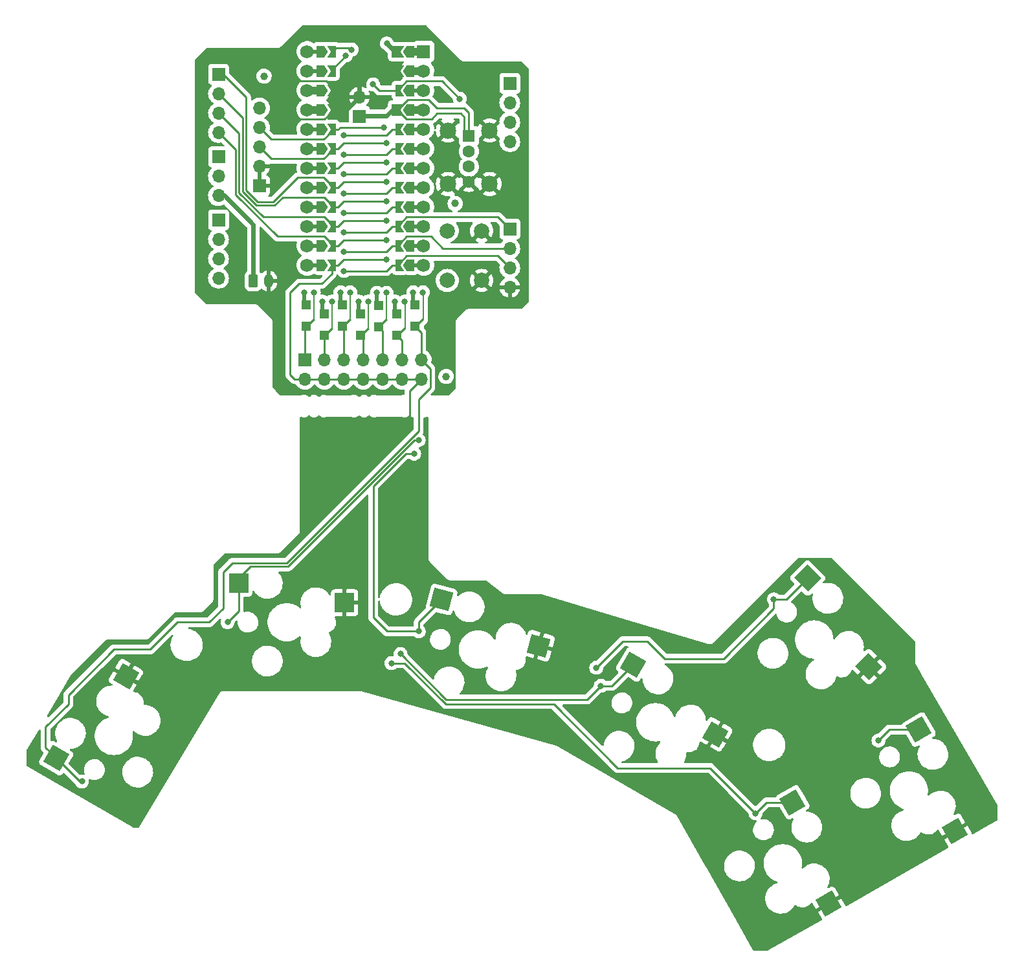
<source format=gbr>
%TF.GenerationSoftware,KiCad,Pcbnew,6.0.4*%
%TF.CreationDate,2022-05-08T18:55:17+02:00*%
%TF.ProjectId,mykeeb-adapter,6d796b65-6562-42d6-9164-61707465722e,rev?*%
%TF.SameCoordinates,Original*%
%TF.FileFunction,Copper,L1,Top*%
%TF.FilePolarity,Positive*%
%FSLAX46Y46*%
G04 Gerber Fmt 4.6, Leading zero omitted, Abs format (unit mm)*
G04 Created by KiCad (PCBNEW 6.0.4) date 2022-05-08 18:55:17*
%MOMM*%
%LPD*%
G01*
G04 APERTURE LIST*
G04 Aperture macros list*
%AMRoundRect*
0 Rectangle with rounded corners*
0 $1 Rounding radius*
0 $2 $3 $4 $5 $6 $7 $8 $9 X,Y pos of 4 corners*
0 Add a 4 corners polygon primitive as box body*
4,1,4,$2,$3,$4,$5,$6,$7,$8,$9,$2,$3,0*
0 Add four circle primitives for the rounded corners*
1,1,$1+$1,$2,$3*
1,1,$1+$1,$4,$5*
1,1,$1+$1,$6,$7*
1,1,$1+$1,$8,$9*
0 Add four rect primitives between the rounded corners*
20,1,$1+$1,$2,$3,$4,$5,0*
20,1,$1+$1,$4,$5,$6,$7,0*
20,1,$1+$1,$6,$7,$8,$9,0*
20,1,$1+$1,$8,$9,$2,$3,0*%
%AMRotRect*
0 Rectangle, with rotation*
0 The origin of the aperture is its center*
0 $1 length*
0 $2 width*
0 $3 Rotation angle, in degrees counterclockwise*
0 Add horizontal line*
21,1,$1,$2,0,0,$3*%
%AMFreePoly0*
4,1,6,1.000000,0.000000,0.500000,-0.750000,-0.500000,-0.750000,-0.500000,0.750000,0.500000,0.750000,1.000000,0.000000,1.000000,0.000000,$1*%
%AMFreePoly1*
4,1,6,0.500000,-0.750000,-0.650000,-0.750000,-0.150000,0.000000,-0.650000,0.750000,0.500000,0.750000,0.500000,-0.750000,0.500000,-0.750000,$1*%
%AMFreePoly2*
4,1,6,1.000000,-0.750000,-0.650000,-0.750000,-0.150000,0.000000,-0.650000,0.750000,1.000000,0.750000,1.000000,-0.750000,1.000000,-0.750000,$1*%
G04 Aperture macros list end*
%TA.AperFunction,SMDPad,CuDef*%
%ADD10RotRect,2.550000X2.500000X315.000000*%
%TD*%
%TA.AperFunction,SMDPad,CuDef*%
%ADD11RotRect,2.550000X2.500000X300.000000*%
%TD*%
%TA.AperFunction,SMDPad,CuDef*%
%ADD12R,0.504000X1.704000*%
%TD*%
%TA.AperFunction,ComponentPad*%
%ADD13C,0.800000*%
%TD*%
%TA.AperFunction,SMDPad,CuDef*%
%ADD14R,1.200000X1.200000*%
%TD*%
%TA.AperFunction,SMDPad,CuDef*%
%ADD15R,0.252000X3.646000*%
%TD*%
%TA.AperFunction,SMDPad,CuDef*%
%ADD16RotRect,0.254000X1.587000X135.000000*%
%TD*%
%TA.AperFunction,SMDPad,CuDef*%
%ADD17R,2.550000X2.500000*%
%TD*%
%TA.AperFunction,SMDPad,CuDef*%
%ADD18C,1.000000*%
%TD*%
%TA.AperFunction,SMDPad,CuDef*%
%ADD19RotRect,2.550000X2.500000X345.000000*%
%TD*%
%TA.AperFunction,SMDPad,CuDef*%
%ADD20RotRect,2.550000X2.500000X60.000000*%
%TD*%
%TA.AperFunction,SMDPad,CuDef*%
%ADD21RotRect,2.550000X2.500000X330.000000*%
%TD*%
%TA.AperFunction,ComponentPad*%
%ADD22R,1.700000X1.700000*%
%TD*%
%TA.AperFunction,ComponentPad*%
%ADD23O,1.700000X1.700000*%
%TD*%
%TA.AperFunction,ComponentPad*%
%ADD24R,1.600000X1.600000*%
%TD*%
%TA.AperFunction,ComponentPad*%
%ADD25C,1.600000*%
%TD*%
%TA.AperFunction,ComponentPad*%
%ADD26C,2.150000*%
%TD*%
%TA.AperFunction,ComponentPad*%
%ADD27C,1.752600*%
%TD*%
%TA.AperFunction,SMDPad,CuDef*%
%ADD28R,0.852000X0.504000*%
%TD*%
%TA.AperFunction,SMDPad,CuDef*%
%ADD29R,0.852000X1.016000*%
%TD*%
%TA.AperFunction,ComponentPad*%
%ADD30R,1.752600X1.752600*%
%TD*%
%TA.AperFunction,SMDPad,CuDef*%
%ADD31FreePoly0,180.000000*%
%TD*%
%TA.AperFunction,SMDPad,CuDef*%
%ADD32FreePoly0,0.000000*%
%TD*%
%TA.AperFunction,SMDPad,CuDef*%
%ADD33R,0.936232X1.015998*%
%TD*%
%TA.AperFunction,SMDPad,CuDef*%
%ADD34FreePoly1,0.000000*%
%TD*%
%TA.AperFunction,SMDPad,CuDef*%
%ADD35FreePoly2,0.000000*%
%TD*%
%TA.AperFunction,SMDPad,CuDef*%
%ADD36FreePoly1,180.000000*%
%TD*%
%TA.AperFunction,SMDPad,CuDef*%
%ADD37FreePoly2,180.000000*%
%TD*%
%TA.AperFunction,ComponentPad*%
%ADD38C,2.000000*%
%TD*%
%TA.AperFunction,ComponentPad*%
%ADD39RoundRect,0.250000X-0.350000X-0.625000X0.350000X-0.625000X0.350000X0.625000X-0.350000X0.625000X0*%
%TD*%
%TA.AperFunction,ComponentPad*%
%ADD40O,1.200000X1.750000*%
%TD*%
%TA.AperFunction,ViaPad*%
%ADD41C,0.800000*%
%TD*%
%TA.AperFunction,Conductor*%
%ADD42C,0.250000*%
%TD*%
%TA.AperFunction,Conductor*%
%ADD43C,0.600000*%
%TD*%
G04 APERTURE END LIST*
D10*
%TO.P,K46,1*%
%TO.N,Net-(D46-Pad2)*%
X152067067Y-107337694D03*
%TO.P,K46,2*%
%TO.N,row4*%
X160064444Y-118927174D03*
%TD*%
D11*
%TO.P,K45,1*%
%TO.N,Net-(D45-Pad2)*%
X166580457Y-127148751D03*
%TO.P,K45,2*%
%TO.N,row4*%
X171305753Y-140413203D03*
%TD*%
D12*
%TO.P,D46,1,K*%
%TO.N,col6*%
X86199501Y-70985023D03*
D13*
X86199501Y-69969023D03*
D14*
X86453501Y-71631023D03*
D15*
%TO.P,D46,2,A*%
%TO.N,Net-(D46-Pad2)*%
X87483261Y-71743230D03*
D14*
X86453501Y-74431023D03*
D16*
X86961501Y-74033023D03*
D13*
X87469501Y-69969023D03*
%TD*%
D14*
%TO.P,D45,1,K*%
%TO.N,col5*%
X88834753Y-72821649D03*
D12*
X88580753Y-72175649D03*
D13*
X88580753Y-71159649D03*
D14*
%TO.P,D45,2,A*%
%TO.N,Net-(D45-Pad2)*%
X88834753Y-75621649D03*
D16*
X89342753Y-75223649D03*
D13*
X89850753Y-71159649D03*
D15*
X89864513Y-72933856D03*
%TD*%
D14*
%TO.P,D43,1,K*%
%TO.N,col3*%
X93597257Y-72821649D03*
D13*
X93343257Y-71159649D03*
D12*
X93343257Y-72175649D03*
D16*
%TO.P,D43,2,A*%
%TO.N,Net-(D43-Pad2)*%
X94105257Y-75223649D03*
D15*
X94627017Y-72933856D03*
D14*
X93597257Y-75621649D03*
D13*
X94613257Y-71159649D03*
%TD*%
D17*
%TO.P,K41,1*%
%TO.N,Net-(D41-Pad2)*%
X77649133Y-108029470D03*
%TO.P,K41,2*%
%TO.N,row4*%
X91499133Y-110569470D03*
%TD*%
D13*
%TO.P,D44,1,K*%
%TO.N,col4*%
X90962005Y-69969023D03*
D12*
X90962005Y-70985023D03*
D14*
X91216005Y-71631023D03*
D16*
%TO.P,D44,2,A*%
%TO.N,Net-(D44-Pad2)*%
X91724005Y-74033023D03*
D14*
X91216005Y-74431023D03*
D15*
X92245765Y-71743230D03*
D13*
X92232005Y-69969023D03*
%TD*%
D18*
%TO.P,FID3,*%
%TO.N,*%
X105965714Y-58340674D03*
%TD*%
D19*
%TO.P,K42,1*%
%TO.N,Net-(D42-Pad2)*%
X104181406Y-110146473D03*
%TO.P,K42,2*%
%TO.N,row4*%
X116902079Y-116184568D03*
%TD*%
D11*
%TO.P,K44,1*%
%TO.N,Net-(D44-Pad2)*%
X150082659Y-136673759D03*
%TO.P,K44,2*%
%TO.N,row4*%
X154807955Y-149938211D03*
%TD*%
D20*
%TO.P,K40,1*%
%TO.N,Net-(D40-Pad2)*%
X53772830Y-130899595D03*
%TO.P,K40,2*%
%TO.N,row4*%
X62897534Y-120175143D03*
%TD*%
D14*
%TO.P,D42,1,K*%
%TO.N,col2*%
X95978509Y-71680771D03*
D12*
X95724509Y-71034771D03*
D13*
X95724509Y-70018771D03*
D14*
%TO.P,D42,2,A*%
%TO.N,Net-(D42-Pad2)*%
X95978509Y-74480771D03*
D16*
X96486509Y-74082771D03*
D15*
X97008269Y-71792978D03*
D13*
X96994509Y-70018771D03*
%TD*%
D21*
%TO.P,K43,1*%
%TO.N,Net-(D43-Pad2)*%
X129252186Y-118661947D03*
%TO.P,K43,2*%
%TO.N,row4*%
X139976638Y-127786651D03*
%TD*%
D18*
%TO.P,FID1,*%
%TO.N,*%
X80962568Y-41671910D03*
%TD*%
D22*
%TO.P,J1,1,Pin_1*%
%TO.N,col0*%
X75009454Y-60483799D03*
D23*
%TO.P,J1,2,Pin_2*%
%TO.N,col1*%
X75009454Y-63023799D03*
%TO.P,J1,3,Pin_3*%
%TO.N,col2*%
X75009454Y-65563799D03*
%TO.P,J1,4,Pin_4*%
%TO.N,col3*%
X75009454Y-68103799D03*
D22*
%TO.P,J1,5,Pin_5*%
%TO.N,col4*%
X113109454Y-61674424D03*
D23*
%TO.P,J1,6,Pin_6*%
%TO.N,col5*%
X113109454Y-64214424D03*
%TO.P,J1,7,Pin_7*%
%TO.N,col6*%
X113109454Y-66754424D03*
%TO.P,J1,8,Pin_8*%
%TO.N,GND*%
X113109454Y-69294424D03*
D22*
%TO.P,J1,9,Pin_9*%
%TO.N,row0*%
X75009454Y-41433799D03*
D23*
%TO.P,J1,10,Pin_10*%
%TO.N,row1*%
X75009454Y-43973799D03*
%TO.P,J1,11,Pin_11*%
%TO.N,row2*%
X75009454Y-46513799D03*
%TO.P,J1,12,Pin_12*%
%TO.N,row3*%
X75009454Y-49053799D03*
D22*
%TO.P,J1,13,Pin_13*%
%TO.N,unconnected-(J1-Pad13)*%
X113109454Y-42624424D03*
D23*
%TO.P,J1,14,Pin_14*%
%TO.N,unconnected-(J1-Pad14)*%
X113109454Y-45164424D03*
%TO.P,J1,15,Pin_15*%
%TO.N,unconnected-(J1-Pad15)*%
X113109454Y-47704424D03*
%TO.P,J1,16,Pin_16*%
%TO.N,unconnected-(J1-Pad16)*%
X113109454Y-50244424D03*
%TD*%
D18*
%TO.P,FID2,*%
%TO.N,*%
X104775088Y-80962568D03*
%TD*%
D14*
%TO.P,D41,1,K*%
%TO.N,col1*%
X98359761Y-72821649D03*
D13*
X98105761Y-71159649D03*
D12*
X98105761Y-72175649D03*
D16*
%TO.P,D41,2,A*%
%TO.N,Net-(D41-Pad2)*%
X98867761Y-75223649D03*
D14*
X98359761Y-75621649D03*
D15*
X99389521Y-72933856D03*
D13*
X99375761Y-71159649D03*
%TD*%
D12*
%TO.P,D40,1,K*%
%TO.N,col0*%
X100487013Y-70985023D03*
D14*
X100741013Y-71631023D03*
D13*
X100487013Y-69969023D03*
%TO.P,D40,2,A*%
%TO.N,Net-(D40-Pad2)*%
X101757013Y-69969023D03*
D16*
X101249013Y-74033023D03*
D14*
X100741013Y-74431023D03*
D15*
X101770773Y-71743230D03*
%TD*%
D22*
%TO.P,J3,1,Pin_1*%
%TO.N,Net-(D46-Pad2)*%
X86285257Y-78789718D03*
D23*
%TO.P,J3,2,Pin_2*%
%TO.N,row4*%
X86285257Y-81329718D03*
%TO.P,J3,3,Pin_3*%
%TO.N,Net-(D45-Pad2)*%
X88825257Y-78789718D03*
%TO.P,J3,4,Pin_4*%
%TO.N,row4*%
X88825257Y-81329718D03*
%TO.P,J3,5,Pin_5*%
%TO.N,Net-(D44-Pad2)*%
X91365257Y-78789718D03*
%TO.P,J3,6,Pin_6*%
%TO.N,row4*%
X91365257Y-81329718D03*
%TO.P,J3,7,Pin_7*%
%TO.N,Net-(D43-Pad2)*%
X93905257Y-78789718D03*
%TO.P,J3,8,Pin_8*%
%TO.N,row4*%
X93905257Y-81329718D03*
%TO.P,J3,9,Pin_9*%
%TO.N,Net-(D42-Pad2)*%
X96445257Y-78789718D03*
%TO.P,J3,10,Pin_10*%
%TO.N,row4*%
X96445257Y-81329718D03*
%TO.P,J3,11,Pin_11*%
%TO.N,Net-(D41-Pad2)*%
X98985257Y-78789718D03*
%TO.P,J3,12,Pin_12*%
%TO.N,row4*%
X98985257Y-81329718D03*
%TO.P,J3,13,Pin_13*%
%TO.N,Net-(D40-Pad2)*%
X101525257Y-78789718D03*
%TO.P,J3,14,Pin_14*%
%TO.N,row4*%
X101525257Y-81329718D03*
%TD*%
D22*
%TO.P,SW2,1,A*%
%TO.N,unconnected-(SW2-Pad1)*%
X75009438Y-52243796D03*
D23*
%TO.P,SW2,2,B*%
%TO.N,Bat+*%
X75009438Y-54783796D03*
%TO.P,SW2,3,C*%
%TO.N,Net-(BT1-Pad1)*%
X75009438Y-57323796D03*
%TD*%
D22*
%TO.P,J11,1,Pin_1*%
%TO.N,GND*%
X80367152Y-56018755D03*
D23*
%TO.P,J11,2,Pin_2*%
X80367152Y-53478755D03*
%TO.P,J11,3,Pin_3*%
%TO.N,SCL*%
X80367152Y-50938755D03*
%TO.P,J11,4,Pin_4*%
%TO.N,SDA*%
X80367152Y-48398755D03*
%TO.P,J11,5,Pin_5*%
%TO.N,VCC*%
X80367152Y-45858755D03*
%TD*%
D24*
%TO.P,J4,1,VBUS*%
%TO.N,VCC*%
X107751653Y-49519727D03*
D25*
%TO.P,J4,2,D-*%
%TO.N,unconnected-(J4-Pad2)*%
X107751653Y-51519727D03*
%TO.P,J4,3,D+*%
%TO.N,unconnected-(J4-Pad3)*%
X107751653Y-53519727D03*
%TO.P,J4,4,GND*%
%TO.N,GND*%
X107751653Y-55519727D03*
D26*
%TO.P,J4,5,Shield*%
X105031653Y-48789727D03*
X105031653Y-55789727D03*
X110471653Y-55789727D03*
X110471653Y-48789727D03*
%TD*%
D27*
%TO.P,U1,*%
%TO.N,*%
X101839196Y-58787182D03*
D28*
X100825196Y-48627182D03*
D29*
X100825196Y-41007182D03*
D28*
X87617196Y-51167182D03*
X87617196Y-61327182D03*
X87617196Y-63867182D03*
D27*
X86599196Y-48627182D03*
D30*
X101839196Y-38467182D03*
D27*
X86599196Y-51167182D03*
D29*
X100825196Y-38467182D03*
D27*
X101839196Y-63867182D03*
X86599196Y-46087182D03*
X101839196Y-53707182D03*
D31*
X100139196Y-61327182D03*
D27*
X86599196Y-56247182D03*
X101839196Y-66407182D03*
X86599196Y-43547182D03*
D28*
X100825196Y-61327182D03*
D27*
X101839196Y-41007182D03*
D28*
X100743196Y-63867182D03*
D32*
X88379196Y-61327182D03*
X88379196Y-58787182D03*
D31*
X100139196Y-53707182D03*
D28*
X87617196Y-41007182D03*
X100743196Y-53707182D03*
D31*
X100139196Y-41007182D03*
D27*
X101839196Y-43547182D03*
D28*
X100743196Y-66407182D03*
X87617196Y-38467182D03*
D32*
X88379196Y-43547182D03*
D31*
X100139196Y-58787182D03*
X100139196Y-63867182D03*
D27*
X86599196Y-41007182D03*
X86599196Y-38467182D03*
X86599196Y-53707182D03*
D32*
X88379196Y-51167182D03*
D31*
X100139196Y-66407182D03*
D28*
X87617196Y-53707182D03*
X87617196Y-58787182D03*
D27*
X101839196Y-51167182D03*
X101839196Y-61327182D03*
D32*
X88379196Y-56247182D03*
D28*
X100743196Y-56247182D03*
D27*
X86599196Y-61327182D03*
D32*
X88379196Y-53707182D03*
X88379196Y-63867182D03*
D29*
X87612964Y-46087182D03*
D31*
X100139196Y-46087182D03*
D27*
X86599196Y-66407182D03*
D28*
X100825196Y-43547182D03*
D32*
X88379196Y-48627182D03*
D31*
X100139196Y-56247182D03*
D27*
X101839196Y-48627182D03*
D28*
X100825196Y-51167182D03*
D32*
X88379196Y-66407182D03*
X88379196Y-41007182D03*
D27*
X86599196Y-63867182D03*
D28*
X87612964Y-56243966D03*
D32*
X88379196Y-38467182D03*
D33*
X87655080Y-43547183D03*
D31*
X100139196Y-51167182D03*
D32*
X88379196Y-46087182D03*
D27*
X86599196Y-58787182D03*
D28*
X100825196Y-58787182D03*
D31*
X100139196Y-48627182D03*
D29*
X100825196Y-46087182D03*
D28*
X87617196Y-48627182D03*
D27*
X101839196Y-46087182D03*
D31*
X100139196Y-38467182D03*
D27*
X101839196Y-56247182D03*
D31*
X100139196Y-43547182D03*
D28*
X87617196Y-66407182D03*
D34*
%TO.P,U1,1,TX0/PD3*%
%TO.N,unconnected-(U1-Pad1)*%
X89829196Y-38467182D03*
%TO.P,U1,2,RX1/PD2*%
%TO.N,unconnected-(U1-Pad2)*%
X89829196Y-41007182D03*
D35*
%TO.P,U1,3,GND*%
%TO.N,GND*%
X89829196Y-43547182D03*
%TO.P,U1,4,GND*%
X89829196Y-46087182D03*
D34*
%TO.P,U1,5,2/PD1*%
%TO.N,SDA*%
X89829196Y-48627182D03*
%TO.P,U1,6,3/PD0*%
%TO.N,SCL*%
X89829196Y-51167182D03*
%TO.P,U1,7,4/PD4*%
%TO.N,unconnected-(U1-Pad7)*%
X89829196Y-53707182D03*
%TO.P,U1,8,5/PC6*%
%TO.N,row0*%
X89829196Y-56247182D03*
%TO.P,U1,9,6/PD7*%
%TO.N,row1*%
X89829196Y-58787182D03*
%TO.P,U1,10,7/PE6*%
%TO.N,row2*%
X89829196Y-61327182D03*
%TO.P,U1,11,8/PB4*%
%TO.N,row3*%
X89829196Y-63867182D03*
%TO.P,U1,12,9/PB5*%
%TO.N,row4*%
X89829196Y-66407182D03*
D36*
%TO.P,U1,13,10/PB6*%
%TO.N,col6*%
X98689196Y-66407182D03*
%TO.P,U1,14,16/PB2*%
%TO.N,col5*%
X98689196Y-63867182D03*
%TO.P,U1,15,14/PB3*%
%TO.N,col4*%
X98689196Y-61327182D03*
%TO.P,U1,16,15/PB1*%
%TO.N,col3*%
X98689196Y-58787182D03*
%TO.P,U1,17,A0/PF7*%
%TO.N,col2*%
X98689196Y-56247182D03*
%TO.P,U1,18,A1/PF6*%
%TO.N,col1*%
X98689196Y-53707182D03*
%TO.P,U1,19,A2/PF5*%
%TO.N,col0*%
X98689196Y-51167182D03*
%TO.P,U1,20,A3/PF4*%
%TO.N,unconnected-(U1-Pad20)*%
X98689196Y-48627182D03*
D37*
%TO.P,U1,21,VCC*%
%TO.N,VCC*%
X98689196Y-46087182D03*
D36*
%TO.P,U1,22,RST*%
%TO.N,RST*%
X98689196Y-43547182D03*
D37*
%TO.P,U1,23,GND*%
%TO.N,GND*%
X98689196Y-41007182D03*
%TO.P,U1,24,RAW*%
%TO.N,Bat+*%
X98689196Y-38467182D03*
%TD*%
D22*
%TO.P,J2,1,Pin_1*%
%TO.N,VCC*%
X93448853Y-46930312D03*
D23*
%TO.P,J2,2,Pin_2*%
%TO.N,GND*%
X93448853Y-44390312D03*
%TD*%
D38*
%TO.P,SW1,1,1*%
%TO.N,RST*%
X104931237Y-61912552D03*
X104931237Y-68412552D03*
%TO.P,SW1,2,2*%
%TO.N,GND*%
X109431237Y-61912552D03*
X109431237Y-68412552D03*
%TD*%
D39*
%TO.P,BT1,1,+*%
%TO.N,Net-(BT1-Pad1)*%
X79557881Y-68460995D03*
D40*
%TO.P,BT1,2,-*%
%TO.N,GND*%
X81557881Y-68460995D03*
%TD*%
D41*
%TO.N,unconnected-(U1-Pad20)*%
X91425196Y-49389182D03*
%TO.N,RST*%
X106561027Y-44648475D03*
X95234792Y-42763121D03*
%TO.N,Bat+*%
X97020731Y-37405304D03*
%TO.N,row0*%
X97013196Y-55485182D03*
%TO.N,row1*%
X97013196Y-58025182D03*
%TO.N,row2*%
X97013196Y-60565182D03*
%TO.N,row3*%
X97013196Y-63105182D03*
%TO.N,row4*%
X97013196Y-65645182D03*
X101203210Y-95250080D03*
X98226645Y-87511011D03*
X96440706Y-106561027D03*
X90487576Y-102393836D03*
X144661059Y-125015730D03*
%TO.N,col0*%
X91425196Y-51929182D03*
%TO.N,col1*%
X91425196Y-54469182D03*
%TO.N,col2*%
X91425196Y-57009182D03*
%TO.N,col3*%
X91425196Y-59549182D03*
%TO.N,col4*%
X91425196Y-62089182D03*
%TO.N,col5*%
X91425196Y-64629182D03*
%TO.N,col6*%
X91425196Y-67169182D03*
%TO.N,GND*%
X100453700Y-68232832D03*
X83964133Y-43229727D03*
X95743196Y-39991182D03*
X104799985Y-44420312D03*
X104179775Y-41076597D03*
X94653196Y-39991182D03*
X83964133Y-47396918D03*
X92621196Y-39991182D03*
X93637196Y-39991182D03*
%TO.N,unconnected-(U1-Pad1)*%
X92441196Y-38213182D03*
%TO.N,unconnected-(U1-Pad2)*%
X91679196Y-38975182D03*
%TO.N,unconnected-(U1-Pad7)*%
X97013196Y-52945182D03*
%TO.N,Net-(D40-Pad2)*%
X57150048Y-133945425D03*
%TO.N,Net-(D41-Pad2)*%
X101203210Y-89296950D03*
X76200064Y-113109470D03*
%TO.N,Net-(D42-Pad2)*%
X101203210Y-114300096D03*
X100607897Y-91082889D03*
%TO.N,Net-(D43-Pad2)*%
X125015730Y-121443852D03*
X98821958Y-117276661D03*
%TO.N,Net-(D44-Pad2)*%
X97631332Y-118467287D03*
X145256372Y-138112616D03*
%TO.N,Net-(D45-Pad2)*%
X161329823Y-128587608D03*
%TO.N,Net-(D46-Pad2)*%
X124420417Y-119062600D03*
X147637624Y-110132905D03*
%TO.N,SDA*%
X96645373Y-48365275D03*
%TO.N,SCL*%
X97013196Y-50405182D03*
%TD*%
D42*
%TO.N,unconnected-(U1-Pad20)*%
X97775196Y-48627182D02*
X97013196Y-49389182D01*
X98689196Y-48627182D02*
X97775196Y-48627182D01*
X97013196Y-49389182D02*
X91425196Y-49389182D01*
%TO.N,RST*%
X96701071Y-43547182D02*
X96018853Y-43547182D01*
X98689196Y-43288242D02*
X99631067Y-42346371D01*
X96018853Y-43547182D02*
X95234792Y-42763121D01*
X99631067Y-42346371D02*
X104258923Y-42346371D01*
X104258923Y-42346371D02*
X106561027Y-44648475D01*
X98689196Y-43547182D02*
X96701071Y-43547182D01*
X98689196Y-43547182D02*
X98689196Y-43288242D01*
D43*
%TO.N,Bat+*%
X98082609Y-38467182D02*
X97020731Y-37405304D01*
D42*
X98689196Y-38467182D02*
X98082609Y-38467182D01*
%TO.N,row0*%
X80111927Y-58112552D02*
X78606316Y-56606941D01*
X82178194Y-58112552D02*
X80111927Y-58112552D01*
X78606316Y-44420353D02*
X75629710Y-41443747D01*
X88748947Y-54907993D02*
X85382753Y-54907993D01*
X85382753Y-54907993D02*
X82178194Y-58112552D01*
X89829196Y-55988242D02*
X88748947Y-54907993D01*
X89829196Y-56247182D02*
X89829196Y-55988242D01*
X90663196Y-56247182D02*
X89829196Y-56247182D01*
X78606316Y-56606941D02*
X78606316Y-44420353D01*
X97013196Y-55485182D02*
X91425196Y-55485182D01*
X75629710Y-41443747D02*
X75034335Y-41443747D01*
X91425196Y-55485182D02*
X90663196Y-56247182D01*
%TO.N,row1*%
X89829196Y-58528242D02*
X88818193Y-57517239D01*
X91425196Y-58025182D02*
X90663196Y-58787182D01*
X90663196Y-58787182D02*
X89829196Y-58787182D01*
X89829196Y-58787182D02*
X89829196Y-58528242D01*
X79925730Y-58562072D02*
X78156796Y-56793138D01*
X78156796Y-56793138D02*
X78156796Y-47106208D01*
X82364391Y-58562072D02*
X79925730Y-58562072D01*
X83409225Y-57517239D02*
X82364391Y-58562072D01*
X97013196Y-58025182D02*
X91425196Y-58025182D01*
X88818193Y-57517239D02*
X83409225Y-57517239D01*
X78156796Y-47106208D02*
X75034335Y-43983747D01*
%TO.N,row2*%
X77707276Y-56979335D02*
X77707276Y-49196688D01*
X90663196Y-61327182D02*
X89829196Y-61327182D01*
X97013196Y-60565182D02*
X91425196Y-60565182D01*
X88887325Y-60126371D02*
X80854312Y-60126371D01*
X89829196Y-61068242D02*
X88887325Y-60126371D01*
X91425196Y-60565182D02*
X90663196Y-61327182D01*
X80854312Y-60126371D02*
X77707276Y-56979335D01*
X77707276Y-49196688D02*
X75034335Y-46523747D01*
%TO.N,row3*%
X91425196Y-63105182D02*
X90663196Y-63867182D01*
X97013196Y-63105182D02*
X91425196Y-63105182D01*
X88887325Y-62666371D02*
X82758594Y-62666371D01*
X82758594Y-62666371D02*
X77257756Y-57165532D01*
X89829196Y-63608242D02*
X88887325Y-62666371D01*
X77257756Y-51287168D02*
X75034335Y-49063747D01*
X77257756Y-57165532D02*
X77257756Y-51287168D01*
X89829196Y-63867182D02*
X89829196Y-63608242D01*
X90663196Y-63867182D02*
X89829196Y-63867182D01*
%TO.N,row4*%
X84380249Y-80734405D02*
X84380249Y-70018771D01*
X93905257Y-81329718D02*
X91365257Y-81329718D01*
X100012584Y-86915698D02*
X99417271Y-87511011D01*
X89829196Y-67546389D02*
X89829196Y-66407182D01*
X97013196Y-65645182D02*
X91425196Y-65645182D01*
X85570875Y-68828145D02*
X88547440Y-68828145D01*
X101525257Y-81329718D02*
X100012584Y-82842391D01*
X98985257Y-81329718D02*
X96445257Y-81329718D01*
X84380249Y-70018771D02*
X85570875Y-68828145D01*
X88825257Y-81329718D02*
X86285257Y-81329718D01*
X91425196Y-65645182D02*
X90663196Y-66407182D01*
X91365257Y-81329718D02*
X88825257Y-81329718D01*
X101525257Y-81329718D02*
X98985257Y-81329718D01*
X86285257Y-81329718D02*
X84975562Y-81329718D01*
X96445257Y-81329718D02*
X93905257Y-81329718D01*
X100012584Y-82842391D02*
X100012584Y-86915698D01*
X90663196Y-66407182D02*
X89829196Y-66407182D01*
X99417271Y-87511011D02*
X98226645Y-87511011D01*
X84975562Y-81329718D02*
X84380249Y-80734405D01*
X88547440Y-68828145D02*
X89829196Y-67546389D01*
%TO.N,col0*%
X97775196Y-51167182D02*
X97013196Y-51929182D01*
X97013196Y-51929182D02*
X91425196Y-51929182D01*
X98689196Y-51167182D02*
X97775196Y-51167182D01*
%TO.N,col1*%
X97013196Y-54469182D02*
X91425196Y-54469182D01*
X97775196Y-53707182D02*
X97013196Y-54469182D01*
X98689196Y-53707182D02*
X97775196Y-53707182D01*
%TO.N,col2*%
X97775196Y-56247182D02*
X97013196Y-57009182D01*
X97013196Y-57009182D02*
X91425196Y-57009182D01*
X98689196Y-56247182D02*
X97775196Y-56247182D01*
%TO.N,col3*%
X98689196Y-58787182D02*
X97775196Y-58787182D01*
X97775196Y-58787182D02*
X97013196Y-59549182D01*
X97013196Y-59549182D02*
X91425196Y-59549182D01*
%TO.N,col4*%
X98689196Y-61068242D02*
X99631067Y-60126371D01*
X98689196Y-61327182D02*
X97775196Y-61327182D01*
X97775196Y-61327182D02*
X97013196Y-62089182D01*
X98689196Y-61327182D02*
X98689196Y-61068242D01*
X111576349Y-60126371D02*
X113134367Y-61684389D01*
X99631067Y-60126371D02*
X111576349Y-60126371D01*
X97013196Y-62089182D02*
X91425196Y-62089182D01*
%TO.N,col5*%
X104363420Y-64224389D02*
X113134367Y-64224389D01*
X99631067Y-62666371D02*
X102805402Y-62666371D01*
X98689196Y-63867182D02*
X98689196Y-63608242D01*
X97775196Y-63867182D02*
X97013196Y-64629182D01*
X102805402Y-62666371D02*
X104363420Y-64224389D01*
X97013196Y-64629182D02*
X91425196Y-64629182D01*
X98689196Y-63867182D02*
X97775196Y-63867182D01*
X98689196Y-63608242D02*
X99631067Y-62666371D01*
%TO.N,col6*%
X97775196Y-66407182D02*
X97013196Y-67169182D01*
X98689196Y-66407182D02*
X97775196Y-66407182D01*
X98689196Y-66148242D02*
X99631067Y-65206371D01*
X111576349Y-65206371D02*
X113134367Y-66764389D01*
X99631067Y-65206371D02*
X111576349Y-65206371D01*
X98689196Y-66407182D02*
X98689196Y-66148242D01*
X97013196Y-67169182D02*
X91425196Y-67169182D01*
%TO.N,GND*%
X89829196Y-46346122D02*
X88887325Y-47287993D01*
X88887325Y-47287993D02*
X84927824Y-47287993D01*
X89139197Y-42277183D02*
X84916677Y-42277183D01*
X84073058Y-47287993D02*
X83964133Y-47396918D01*
X98689196Y-41007182D02*
X98283196Y-41007182D01*
X89829196Y-46087182D02*
X89829196Y-46346122D01*
X84927824Y-47287993D02*
X84073058Y-47287993D01*
D43*
X90409196Y-46087182D02*
X91751983Y-46087182D01*
X93448853Y-42285525D02*
X95743196Y-39991182D01*
X97013196Y-39991182D02*
X95743196Y-39991182D01*
X93448853Y-44390312D02*
X93448853Y-42285525D01*
X90409196Y-43547182D02*
X93965196Y-39991182D01*
X93965196Y-39991182D02*
X95743196Y-39991182D01*
D42*
X89829196Y-46087182D02*
X90409196Y-46087182D01*
D43*
X97267196Y-40245182D02*
X97013196Y-39991182D01*
D42*
X89829196Y-43547182D02*
X90409196Y-43547182D01*
D43*
X91751983Y-46087182D02*
X93448853Y-44390312D01*
X98029196Y-41007182D02*
X97267196Y-40245182D01*
D42*
X98283196Y-41007182D02*
X98029196Y-41007182D01*
X90409196Y-43547182D02*
X89139197Y-42277183D01*
X84916677Y-42277183D02*
X83964133Y-43229727D01*
%TO.N,unconnected-(U1-Pad1)*%
X92187196Y-37959182D02*
X90337196Y-37959182D01*
X92441196Y-38213182D02*
X92187196Y-37959182D01*
X90337196Y-37959182D02*
X89829196Y-38467182D01*
%TO.N,unconnected-(U1-Pad2)*%
X89829196Y-40825182D02*
X91679196Y-38975182D01*
X89829196Y-41007182D02*
X89829196Y-40825182D01*
%TO.N,unconnected-(U1-Pad7)*%
X97013196Y-52945182D02*
X91425196Y-52945182D01*
X91425196Y-52945182D02*
X90663196Y-53707182D01*
X90663196Y-53707182D02*
X89829196Y-53707182D01*
%TO.N,Net-(D40-Pad2)*%
X55364109Y-122634478D02*
X55364109Y-123825104D01*
X101525257Y-78789718D02*
X102699768Y-79964229D01*
X53772830Y-130899595D02*
X56818660Y-133945425D01*
X73818812Y-113109470D02*
X69651621Y-113109470D01*
X83939133Y-105370401D02*
X76795377Y-105370401D01*
X102699768Y-82429845D02*
X101203210Y-83926403D01*
X52387544Y-126801669D02*
X52387544Y-129514309D01*
X75604751Y-111323531D02*
X73818812Y-113109470D01*
X75604751Y-106561027D02*
X75604751Y-111323531D01*
X69651621Y-113109470D02*
X66079743Y-116681348D01*
X66079743Y-116681348D02*
X61317239Y-116681348D01*
X61317239Y-116681348D02*
X55364109Y-122634478D01*
X52387544Y-129514309D02*
X53772830Y-130899595D01*
X102699768Y-79964229D02*
X102699768Y-82429845D01*
X56818660Y-133945425D02*
X57150048Y-133945425D01*
X55364109Y-123825104D02*
X52387544Y-126801669D01*
X101525257Y-75215267D02*
X100741013Y-74431023D01*
X101203210Y-83926403D02*
X101203210Y-88106324D01*
X76795377Y-105370401D02*
X75604751Y-106561027D01*
X101525257Y-78789718D02*
X101525257Y-75215267D01*
X101203210Y-88106324D02*
X83939133Y-105370401D01*
%TO.N,Net-(D41-Pad2)*%
X77649133Y-111660401D02*
X76200064Y-113109470D01*
X100648302Y-89296950D02*
X84125330Y-105819921D01*
X98985257Y-78789718D02*
X98985257Y-76247145D01*
X77649133Y-108029470D02*
X77649133Y-111660401D01*
X77649133Y-107347417D02*
X77649133Y-108029470D01*
X84125330Y-105819921D02*
X79176629Y-105819921D01*
X98985257Y-76247145D02*
X98359761Y-75621649D01*
X79176629Y-105819921D02*
X77649133Y-107347417D01*
X101203210Y-89296950D02*
X100648302Y-89296950D01*
%TO.N,Net-(D42-Pad2)*%
X95250080Y-95330890D02*
X95250080Y-112514157D01*
X100607897Y-91082889D02*
X99498081Y-91082889D01*
X96445257Y-74947519D02*
X95978509Y-74480771D01*
X104181406Y-110146473D02*
X101203210Y-113124669D01*
X96445257Y-78789718D02*
X96445257Y-74947519D01*
X95250080Y-112514157D02*
X97036019Y-114300096D01*
X97036019Y-114300096D02*
X101203210Y-114300096D01*
X101203210Y-113124669D02*
X101203210Y-114300096D01*
X99498081Y-91082889D02*
X95250080Y-95330890D01*
%TO.N,Net-(D43-Pad2)*%
X126470281Y-121443852D02*
X125015730Y-121443852D01*
X129252186Y-118661947D02*
X126470281Y-121443852D01*
X123229791Y-123229791D02*
X125015730Y-121443852D01*
X98821958Y-117276661D02*
X104775088Y-123229791D01*
X93905257Y-78789718D02*
X93905257Y-75929649D01*
X104775088Y-123229791D02*
X123229791Y-123229791D01*
X93905257Y-75929649D02*
X93597257Y-75621649D01*
%TO.N,Net-(D44-Pad2)*%
X91365257Y-74580275D02*
X91216005Y-74431023D01*
X139329338Y-132185582D02*
X145256372Y-138112616D01*
X97631332Y-118467287D02*
X99376866Y-118467287D01*
X118867054Y-123825104D02*
X127227532Y-132185582D01*
X99376866Y-118467287D02*
X104734683Y-123825104D01*
X146695229Y-136673759D02*
X145256372Y-138112616D01*
X91365257Y-78789718D02*
X91365257Y-74580275D01*
X150082659Y-136673759D02*
X146695229Y-136673759D01*
X127227532Y-132185582D02*
X139329338Y-132185582D01*
X104734683Y-123825104D02*
X118867054Y-123825104D01*
%TO.N,Net-(D45-Pad2)*%
X162768680Y-127148751D02*
X161329823Y-128587608D01*
X88825257Y-75631145D02*
X88834753Y-75621649D01*
X88825257Y-78789718D02*
X88825257Y-75631145D01*
X166580457Y-127148751D02*
X162768680Y-127148751D01*
%TO.N,Net-(D46-Pad2)*%
X86285257Y-74599267D02*
X86453501Y-74431023D01*
X131093879Y-115615741D02*
X133350112Y-117871974D01*
X124420417Y-119062600D02*
X127867276Y-115615741D01*
X147637624Y-111323531D02*
X147637624Y-110132905D01*
X149271856Y-110132905D02*
X147637624Y-110132905D01*
X133350112Y-117871974D02*
X141089181Y-117871974D01*
X152067067Y-107337694D02*
X149271856Y-110132905D01*
X86285257Y-78789718D02*
X86285257Y-74599267D01*
X127867276Y-115615741D02*
X131093879Y-115615741D01*
X141089181Y-117871974D02*
X147637624Y-111323531D01*
%TO.N,VCC*%
X98431312Y-46087182D02*
X98431312Y-46088238D01*
X99769445Y-44747993D02*
X98689196Y-45828242D01*
X107751653Y-46434414D02*
X107751653Y-49519727D01*
X102860081Y-47287993D02*
X103584462Y-46563612D01*
D43*
X97013196Y-46849182D02*
X97775196Y-46087182D01*
D42*
X98431312Y-46088238D02*
X99631067Y-47287993D01*
D43*
X93529983Y-46849182D02*
X97013196Y-46849182D01*
D42*
X98431312Y-46087182D02*
X98689196Y-46087182D01*
X102493354Y-44747993D02*
X99769445Y-44747993D01*
X107156340Y-47029727D02*
X107156340Y-48924414D01*
X106690225Y-46563612D02*
X107156340Y-47029727D01*
D43*
X97775196Y-46087182D02*
X98431312Y-46087182D01*
X93448853Y-46930312D02*
X93529983Y-46849182D01*
D42*
X99631067Y-47287993D02*
X102860081Y-47287993D01*
X103584462Y-45839101D02*
X102493354Y-44747993D01*
X107156340Y-45839101D02*
X103584462Y-45839101D01*
X107156340Y-48924414D02*
X107751653Y-49519727D01*
X103584462Y-46563612D02*
X106690225Y-46563612D01*
X98689196Y-45828242D02*
X98689196Y-46087182D01*
X107156340Y-45839101D02*
X107751653Y-46434414D01*
%TO.N,SDA*%
X89829196Y-48627182D02*
X89829196Y-48886122D01*
X89829196Y-48886122D02*
X88748947Y-49966371D01*
X96645373Y-48365275D02*
X90925103Y-48365275D01*
X81934768Y-49966371D02*
X80367152Y-48398755D01*
X90925103Y-48365275D02*
X90663196Y-48627182D01*
X88748947Y-49966371D02*
X81934768Y-49966371D01*
X90663196Y-48627182D02*
X89829196Y-48627182D01*
%TO.N,SCL*%
X89829196Y-51426122D02*
X88748947Y-52506371D01*
X91425196Y-50405182D02*
X90663196Y-51167182D01*
X88748947Y-52506371D02*
X81934768Y-52506371D01*
X97013196Y-50405182D02*
X91425196Y-50405182D01*
X90663196Y-51167182D02*
X89829196Y-51167182D01*
X81934768Y-52506371D02*
X80367152Y-50938755D01*
X89829196Y-51167182D02*
X89829196Y-51426122D01*
D43*
%TO.N,Net-(BT1-Pad1)*%
X75778499Y-57323796D02*
X79557881Y-61103178D01*
X79557881Y-61103178D02*
X79557881Y-68460995D01*
X75009438Y-57323796D02*
X75778499Y-57323796D01*
%TD*%
%TA.AperFunction,Conductor*%
%TO.N,GND*%
G36*
X102223060Y-35056656D02*
G01*
X102244268Y-35073792D01*
X106746304Y-39599487D01*
X106754226Y-39609428D01*
X106754508Y-39609188D01*
X106760326Y-39616024D01*
X106765116Y-39623616D01*
X106803972Y-39657931D01*
X106804813Y-39658674D01*
X106810719Y-39664239D01*
X106821586Y-39675164D01*
X106825161Y-39677858D01*
X106825169Y-39677865D01*
X106830605Y-39681961D01*
X106838183Y-39688146D01*
X106874291Y-39720036D01*
X106882415Y-39723850D01*
X106886872Y-39726778D01*
X106896618Y-39732652D01*
X106901286Y-39735224D01*
X106908455Y-39740626D01*
X106916853Y-39743799D01*
X106916854Y-39743800D01*
X106935454Y-39750828D01*
X106953539Y-39757662D01*
X106962540Y-39761469D01*
X107006140Y-39781939D01*
X107015007Y-39783320D01*
X107020067Y-39784867D01*
X107031141Y-39787788D01*
X107036314Y-39788939D01*
X107044710Y-39792112D01*
X107092759Y-39795810D01*
X107102452Y-39796936D01*
X107116726Y-39799158D01*
X107131432Y-39799158D01*
X107141100Y-39799529D01*
X107189938Y-39803287D01*
X107198722Y-39801436D01*
X107204338Y-39801068D01*
X107222662Y-39799158D01*
X114632591Y-39799158D01*
X114700712Y-39819160D01*
X114721687Y-39836063D01*
X115540631Y-40655008D01*
X115574656Y-40717320D01*
X115577535Y-40744103D01*
X115577535Y-71174741D01*
X115557533Y-71242862D01*
X115540631Y-71263836D01*
X114721687Y-72082781D01*
X114659374Y-72116806D01*
X114632591Y-72119686D01*
X107822726Y-72119686D01*
X107810597Y-72118331D01*
X107810558Y-72118813D01*
X107801607Y-72118093D01*
X107792853Y-72116112D01*
X107739144Y-72119444D01*
X107731342Y-72119686D01*
X107715140Y-72119686D01*
X107706224Y-72120963D01*
X107704775Y-72121170D01*
X107694725Y-72122199D01*
X107656434Y-72124575D01*
X107656433Y-72124575D01*
X107647475Y-72125131D01*
X107639034Y-72128179D01*
X107636120Y-72128782D01*
X107619201Y-72133001D01*
X107616355Y-72133833D01*
X107607466Y-72135106D01*
X107564344Y-72154712D01*
X107554989Y-72158520D01*
X107510472Y-72174591D01*
X107503224Y-72179886D01*
X107500617Y-72181272D01*
X107485530Y-72190087D01*
X107483039Y-72191680D01*
X107474871Y-72195394D01*
X107438998Y-72226304D01*
X107431098Y-72232576D01*
X107420100Y-72240611D01*
X107409125Y-72251586D01*
X107402277Y-72257944D01*
X107371329Y-72284610D01*
X107371325Y-72284615D01*
X107364526Y-72290473D01*
X107359644Y-72298005D01*
X107354191Y-72304256D01*
X107344599Y-72316112D01*
X106251723Y-73408989D01*
X106242183Y-73416612D01*
X106242497Y-73416980D01*
X106235661Y-73422798D01*
X106228069Y-73427588D01*
X106222127Y-73434316D01*
X106192434Y-73467937D01*
X106187088Y-73473624D01*
X106175645Y-73485067D01*
X106171056Y-73491190D01*
X106169368Y-73493442D01*
X106162994Y-73501271D01*
X106131649Y-73536763D01*
X106127835Y-73544886D01*
X106126201Y-73547374D01*
X106117213Y-73562335D01*
X106115798Y-73564920D01*
X106110411Y-73572107D01*
X106105174Y-73586077D01*
X106093786Y-73616454D01*
X106089860Y-73625770D01*
X106069746Y-73668612D01*
X106068365Y-73677481D01*
X106067499Y-73680314D01*
X106063069Y-73697201D01*
X106062435Y-73700086D01*
X106059282Y-73708496D01*
X106058617Y-73717451D01*
X106055773Y-73755718D01*
X106054619Y-73765764D01*
X106052527Y-73779198D01*
X106052527Y-73794718D01*
X106052181Y-73804055D01*
X106048488Y-73853753D01*
X106050362Y-73862532D01*
X106050925Y-73870790D01*
X106052527Y-73885973D01*
X106052527Y-82485688D01*
X106032525Y-82553809D01*
X106015623Y-82574783D01*
X105196679Y-83393728D01*
X105134366Y-83427753D01*
X105107583Y-83430633D01*
X102899074Y-83430633D01*
X102830953Y-83410631D01*
X102784460Y-83356975D01*
X102774356Y-83286701D01*
X102803850Y-83222121D01*
X102809979Y-83215538D01*
X103092015Y-82933502D01*
X103100305Y-82925958D01*
X103106786Y-82921845D01*
X103153427Y-82872177D01*
X103156181Y-82869336D01*
X103175903Y-82849614D01*
X103178380Y-82846421D01*
X103186085Y-82837400D01*
X103192822Y-82830226D01*
X103216354Y-82805166D01*
X103220774Y-82797126D01*
X103226114Y-82787413D01*
X103236970Y-82770886D01*
X103244525Y-82761147D01*
X103244526Y-82761145D01*
X103249382Y-82754885D01*
X103266942Y-82714305D01*
X103272159Y-82703657D01*
X103289643Y-82671854D01*
X103289644Y-82671852D01*
X103293463Y-82664905D01*
X103298501Y-82645282D01*
X103304905Y-82626579D01*
X103309801Y-82615265D01*
X103309801Y-82615264D01*
X103312949Y-82607990D01*
X103314188Y-82600167D01*
X103314191Y-82600157D01*
X103319867Y-82564321D01*
X103322273Y-82552701D01*
X103331296Y-82517556D01*
X103331296Y-82517555D01*
X103333268Y-82509875D01*
X103333268Y-82489621D01*
X103334819Y-82469910D01*
X103336748Y-82457731D01*
X103337988Y-82449902D01*
X103333827Y-82405883D01*
X103333268Y-82394026D01*
X103333268Y-80948531D01*
X103769845Y-80948531D01*
X103786263Y-81144051D01*
X103840346Y-81332659D01*
X103843164Y-81338142D01*
X103927211Y-81501681D01*
X103927214Y-81501685D01*
X103930032Y-81507169D01*
X104051906Y-81660937D01*
X104201326Y-81788103D01*
X104206704Y-81791109D01*
X104206706Y-81791110D01*
X104286964Y-81835964D01*
X104372601Y-81883825D01*
X104559206Y-81944457D01*
X104754034Y-81967689D01*
X104760169Y-81967217D01*
X104760171Y-81967217D01*
X104943522Y-81953109D01*
X104943526Y-81953108D01*
X104949664Y-81952636D01*
X105138644Y-81899871D01*
X105313777Y-81811405D01*
X105320884Y-81805853D01*
X105402406Y-81742161D01*
X105468391Y-81690608D01*
X105498172Y-81656107D01*
X105592573Y-81546741D01*
X105592573Y-81546740D01*
X105596597Y-81542079D01*
X105693513Y-81371477D01*
X105755446Y-81185300D01*
X105780037Y-80990639D01*
X105780429Y-80962568D01*
X105761282Y-80767296D01*
X105759501Y-80761397D01*
X105759500Y-80761392D01*
X105706353Y-80585361D01*
X105704572Y-80579462D01*
X105612458Y-80406221D01*
X105488449Y-80254170D01*
X105337268Y-80129103D01*
X105164673Y-80035781D01*
X105070956Y-80006771D01*
X104983127Y-79979583D01*
X104983124Y-79979582D01*
X104977240Y-79977761D01*
X104971115Y-79977117D01*
X104971114Y-79977117D01*
X104788235Y-79957895D01*
X104788234Y-79957895D01*
X104782107Y-79957251D01*
X104659471Y-79968412D01*
X104592847Y-79974475D01*
X104592846Y-79974475D01*
X104586706Y-79975034D01*
X104580792Y-79976775D01*
X104580790Y-79976775D01*
X104473475Y-80008360D01*
X104398481Y-80030432D01*
X104393016Y-80033289D01*
X104230060Y-80118480D01*
X104230056Y-80118483D01*
X104224600Y-80121335D01*
X104219800Y-80125195D01*
X104219799Y-80125195D01*
X104209564Y-80133424D01*
X104071688Y-80244279D01*
X103945568Y-80394584D01*
X103942604Y-80399976D01*
X103942601Y-80399980D01*
X103890821Y-80494168D01*
X103851044Y-80566522D01*
X103849183Y-80572389D01*
X103849182Y-80572391D01*
X103822533Y-80656398D01*
X103791716Y-80753546D01*
X103769845Y-80948531D01*
X103333268Y-80948531D01*
X103333268Y-80042992D01*
X103333795Y-80031808D01*
X103335469Y-80024320D01*
X103333330Y-79956261D01*
X103333268Y-79952304D01*
X103333268Y-79924373D01*
X103332762Y-79920367D01*
X103331829Y-79908521D01*
X103330690Y-79872266D01*
X103330441Y-79864339D01*
X103324790Y-79844887D01*
X103320782Y-79825535D01*
X103319236Y-79813297D01*
X103319235Y-79813295D01*
X103318242Y-79805432D01*
X103301962Y-79764315D01*
X103298127Y-79753114D01*
X103285786Y-79710635D01*
X103281753Y-79703816D01*
X103281751Y-79703811D01*
X103275475Y-79693200D01*
X103266778Y-79675450D01*
X103259320Y-79656612D01*
X103233339Y-79620852D01*
X103226821Y-79610930D01*
X103208346Y-79579689D01*
X103208342Y-79579684D01*
X103204310Y-79572866D01*
X103189986Y-79558542D01*
X103177144Y-79543507D01*
X103165240Y-79527122D01*
X103131174Y-79498940D01*
X103122395Y-79490951D01*
X102876475Y-79245031D01*
X102842449Y-79182719D01*
X102845012Y-79119307D01*
X102856122Y-79082740D01*
X102857627Y-79077787D01*
X102886786Y-78856308D01*
X102888413Y-78789718D01*
X102870109Y-78567079D01*
X102815688Y-78350420D01*
X102726611Y-78145558D01*
X102605271Y-77957995D01*
X102454927Y-77792769D01*
X102450876Y-77789570D01*
X102450872Y-77789566D01*
X102283671Y-77657518D01*
X102283667Y-77657516D01*
X102279616Y-77654316D01*
X102275092Y-77651819D01*
X102275088Y-77651816D01*
X102223865Y-77623540D01*
X102173893Y-77573108D01*
X102158757Y-77513231D01*
X102158757Y-75294035D01*
X102159284Y-75282852D01*
X102160959Y-75275359D01*
X102158819Y-75207268D01*
X102158757Y-75203311D01*
X102158757Y-75175411D01*
X102158253Y-75171420D01*
X102157320Y-75159578D01*
X102156980Y-75148738D01*
X102155931Y-75115378D01*
X102150278Y-75095919D01*
X102146269Y-75076560D01*
X102146103Y-75075250D01*
X102143731Y-75056470D01*
X102140815Y-75049104D01*
X102140813Y-75049098D01*
X102127457Y-75015365D01*
X102123612Y-75004135D01*
X102113487Y-74969284D01*
X102113487Y-74969283D01*
X102111276Y-74961674D01*
X102100962Y-74944233D01*
X102092265Y-74926480D01*
X102087729Y-74915025D01*
X102084809Y-74907650D01*
X102058820Y-74871879D01*
X102052304Y-74861959D01*
X102033835Y-74830730D01*
X102029799Y-74823905D01*
X102015478Y-74809584D01*
X102002637Y-74794550D01*
X101995388Y-74784573D01*
X101990729Y-74778160D01*
X101984624Y-74773109D01*
X101984619Y-74773104D01*
X101956659Y-74749973D01*
X101947881Y-74741986D01*
X101886418Y-74680524D01*
X101852393Y-74618212D01*
X101849513Y-74591428D01*
X101849513Y-74383445D01*
X101869515Y-74315324D01*
X101886418Y-74294350D01*
X102218732Y-73962036D01*
X102232262Y-73950305D01*
X102252854Y-73934872D01*
X102260034Y-73929491D01*
X102280848Y-73901719D01*
X102288972Y-73892350D01*
X102288817Y-73892211D01*
X102291087Y-73889681D01*
X102293504Y-73887264D01*
X102332697Y-73838518D01*
X102335967Y-73831326D01*
X102336746Y-73830061D01*
X102338695Y-73826163D01*
X102342005Y-73820117D01*
X102347388Y-73812935D01*
X102350538Y-73804533D01*
X102350541Y-73804527D01*
X102360257Y-73778608D01*
X102363538Y-73770685D01*
X102365244Y-73766934D01*
X102392984Y-73705922D01*
X102395903Y-73685542D01*
X102396682Y-73681444D01*
X102398518Y-73676546D01*
X102399615Y-73666453D01*
X102402457Y-73640288D01*
X102402992Y-73636035D01*
X102403638Y-73631527D01*
X102413633Y-73561736D01*
X102406546Y-73512250D01*
X102405273Y-73494388D01*
X102405273Y-70655155D01*
X102425275Y-70587034D01*
X102437631Y-70570852D01*
X102496053Y-70505967D01*
X102576952Y-70365846D01*
X102588236Y-70346302D01*
X102588237Y-70346301D01*
X102591540Y-70340579D01*
X102650555Y-70158951D01*
X102659567Y-70073212D01*
X102669827Y-69975588D01*
X102670517Y-69969023D01*
X102658253Y-69852335D01*
X102651245Y-69785658D01*
X102651245Y-69785656D01*
X102650555Y-69779095D01*
X102591540Y-69597467D01*
X102581031Y-69579264D01*
X102521794Y-69476664D01*
X102496053Y-69432079D01*
X102485897Y-69420799D01*
X102372688Y-69295068D01*
X102372687Y-69295067D01*
X102368266Y-69290157D01*
X102213765Y-69177905D01*
X102207737Y-69175221D01*
X102207735Y-69175220D01*
X102045332Y-69102914D01*
X102045331Y-69102914D01*
X102039301Y-69100229D01*
X101933485Y-69077737D01*
X101858957Y-69061895D01*
X101858952Y-69061895D01*
X101852500Y-69060523D01*
X101661526Y-69060523D01*
X101655074Y-69061895D01*
X101655069Y-69061895D01*
X101580541Y-69077737D01*
X101474725Y-69100229D01*
X101468695Y-69102914D01*
X101468694Y-69102914D01*
X101306291Y-69175220D01*
X101306289Y-69175221D01*
X101300261Y-69177905D01*
X101196073Y-69253602D01*
X101129207Y-69277460D01*
X101060055Y-69261380D01*
X101047957Y-69253605D01*
X100943765Y-69177905D01*
X100937737Y-69175221D01*
X100937735Y-69175220D01*
X100775332Y-69102914D01*
X100775331Y-69102914D01*
X100769301Y-69100229D01*
X100663485Y-69077737D01*
X100588957Y-69061895D01*
X100588952Y-69061895D01*
X100582500Y-69060523D01*
X100391526Y-69060523D01*
X100385074Y-69061895D01*
X100385069Y-69061895D01*
X100310541Y-69077737D01*
X100204725Y-69100229D01*
X100198695Y-69102914D01*
X100198694Y-69102914D01*
X100036291Y-69175220D01*
X100036289Y-69175221D01*
X100030261Y-69177905D01*
X99875760Y-69290157D01*
X99871339Y-69295067D01*
X99871338Y-69295068D01*
X99758130Y-69420799D01*
X99747973Y-69432079D01*
X99722232Y-69476664D01*
X99662996Y-69579264D01*
X99652486Y-69597467D01*
X99593471Y-69779095D01*
X99592781Y-69785656D01*
X99592781Y-69785658D01*
X99585773Y-69852335D01*
X99573509Y-69969023D01*
X99574199Y-69975588D01*
X99588534Y-70111979D01*
X99575762Y-70181817D01*
X99527260Y-70233664D01*
X99463224Y-70251149D01*
X99280274Y-70251149D01*
X99273822Y-70252521D01*
X99273817Y-70252521D01*
X99186874Y-70271002D01*
X99093473Y-70290855D01*
X99087443Y-70293540D01*
X99087442Y-70293540D01*
X98925039Y-70365846D01*
X98925037Y-70365847D01*
X98919009Y-70368531D01*
X98814821Y-70444228D01*
X98747955Y-70468086D01*
X98678803Y-70452006D01*
X98666705Y-70444231D01*
X98562513Y-70368531D01*
X98556485Y-70365847D01*
X98556483Y-70365846D01*
X98394080Y-70293540D01*
X98394079Y-70293540D01*
X98388049Y-70290855D01*
X98294648Y-70271002D01*
X98207705Y-70252521D01*
X98207700Y-70252521D01*
X98201248Y-70251149D01*
X98023527Y-70251149D01*
X97955406Y-70231147D01*
X97908913Y-70177491D01*
X97898217Y-70111979D01*
X97907323Y-70025336D01*
X97908013Y-70018771D01*
X97896919Y-69913218D01*
X97888741Y-69835406D01*
X97888741Y-69835404D01*
X97888051Y-69828843D01*
X97829036Y-69647215D01*
X97821128Y-69633517D01*
X97775385Y-69554289D01*
X97733549Y-69481827D01*
X97715881Y-69462204D01*
X97610184Y-69344816D01*
X97610183Y-69344815D01*
X97605762Y-69339905D01*
X97471903Y-69242650D01*
X97456603Y-69231534D01*
X97456602Y-69231533D01*
X97451261Y-69227653D01*
X97445233Y-69224969D01*
X97445231Y-69224968D01*
X97282828Y-69152662D01*
X97282827Y-69152662D01*
X97276797Y-69149977D01*
X97183396Y-69130124D01*
X97096453Y-69111643D01*
X97096448Y-69111643D01*
X97089996Y-69110271D01*
X96899022Y-69110271D01*
X96892570Y-69111643D01*
X96892565Y-69111643D01*
X96805622Y-69130124D01*
X96712221Y-69149977D01*
X96706191Y-69152662D01*
X96706190Y-69152662D01*
X96543787Y-69224968D01*
X96543785Y-69224969D01*
X96537757Y-69227653D01*
X96532416Y-69231533D01*
X96532415Y-69231534D01*
X96517115Y-69242650D01*
X96433569Y-69303350D01*
X96366703Y-69327208D01*
X96297551Y-69311128D01*
X96285453Y-69303353D01*
X96201903Y-69242650D01*
X96186603Y-69231534D01*
X96186602Y-69231533D01*
X96181261Y-69227653D01*
X96175233Y-69224969D01*
X96175231Y-69224968D01*
X96012828Y-69152662D01*
X96012827Y-69152662D01*
X96006797Y-69149977D01*
X95913396Y-69130124D01*
X95826453Y-69111643D01*
X95826448Y-69111643D01*
X95819996Y-69110271D01*
X95629022Y-69110271D01*
X95622570Y-69111643D01*
X95622565Y-69111643D01*
X95535622Y-69130124D01*
X95442221Y-69149977D01*
X95436191Y-69152662D01*
X95436190Y-69152662D01*
X95273787Y-69224968D01*
X95273785Y-69224969D01*
X95267757Y-69227653D01*
X95262416Y-69231533D01*
X95262415Y-69231534D01*
X95247115Y-69242650D01*
X95113256Y-69339905D01*
X95108835Y-69344815D01*
X95108834Y-69344816D01*
X95003138Y-69462204D01*
X94985469Y-69481827D01*
X94943633Y-69554289D01*
X94897891Y-69633517D01*
X94889982Y-69647215D01*
X94830967Y-69828843D01*
X94830277Y-69835404D01*
X94830277Y-69835406D01*
X94822099Y-69913218D01*
X94811005Y-70018771D01*
X94811695Y-70025336D01*
X94820801Y-70111979D01*
X94808028Y-70181817D01*
X94759526Y-70233664D01*
X94695491Y-70251149D01*
X94517770Y-70251149D01*
X94511318Y-70252521D01*
X94511313Y-70252521D01*
X94424370Y-70271002D01*
X94330969Y-70290855D01*
X94324939Y-70293540D01*
X94324938Y-70293540D01*
X94162535Y-70365846D01*
X94162533Y-70365847D01*
X94156505Y-70368531D01*
X94052317Y-70444228D01*
X93985451Y-70468086D01*
X93916299Y-70452006D01*
X93904201Y-70444231D01*
X93800009Y-70368531D01*
X93793981Y-70365847D01*
X93793979Y-70365846D01*
X93631576Y-70293540D01*
X93631575Y-70293540D01*
X93625545Y-70290855D01*
X93532144Y-70271002D01*
X93445201Y-70252521D01*
X93445196Y-70252521D01*
X93438744Y-70251149D01*
X93255794Y-70251149D01*
X93187673Y-70231147D01*
X93141180Y-70177491D01*
X93130484Y-70111979D01*
X93144819Y-69975588D01*
X93145509Y-69969023D01*
X93133245Y-69852335D01*
X93126237Y-69785658D01*
X93126237Y-69785656D01*
X93125547Y-69779095D01*
X93066532Y-69597467D01*
X93056023Y-69579264D01*
X92996786Y-69476664D01*
X92971045Y-69432079D01*
X92960889Y-69420799D01*
X92847680Y-69295068D01*
X92847679Y-69295067D01*
X92843258Y-69290157D01*
X92688757Y-69177905D01*
X92682729Y-69175221D01*
X92682727Y-69175220D01*
X92520324Y-69102914D01*
X92520323Y-69102914D01*
X92514293Y-69100229D01*
X92408477Y-69077737D01*
X92333949Y-69061895D01*
X92333944Y-69061895D01*
X92327492Y-69060523D01*
X92136518Y-69060523D01*
X92130066Y-69061895D01*
X92130061Y-69061895D01*
X92055533Y-69077737D01*
X91949717Y-69100229D01*
X91943687Y-69102914D01*
X91943686Y-69102914D01*
X91781283Y-69175220D01*
X91781281Y-69175221D01*
X91775253Y-69177905D01*
X91671065Y-69253602D01*
X91604199Y-69277460D01*
X91535047Y-69261380D01*
X91522949Y-69253605D01*
X91418757Y-69177905D01*
X91412729Y-69175221D01*
X91412727Y-69175220D01*
X91250324Y-69102914D01*
X91250323Y-69102914D01*
X91244293Y-69100229D01*
X91138477Y-69077737D01*
X91063949Y-69061895D01*
X91063944Y-69061895D01*
X91057492Y-69060523D01*
X90866518Y-69060523D01*
X90860066Y-69061895D01*
X90860061Y-69061895D01*
X90785533Y-69077737D01*
X90679717Y-69100229D01*
X90673687Y-69102914D01*
X90673686Y-69102914D01*
X90511283Y-69175220D01*
X90511281Y-69175221D01*
X90505253Y-69177905D01*
X90350752Y-69290157D01*
X90346331Y-69295067D01*
X90346330Y-69295068D01*
X90233122Y-69420799D01*
X90222965Y-69432079D01*
X90197224Y-69476664D01*
X90137988Y-69579264D01*
X90127478Y-69597467D01*
X90068463Y-69779095D01*
X90067773Y-69785656D01*
X90067773Y-69785658D01*
X90060765Y-69852335D01*
X90048501Y-69969023D01*
X90049191Y-69975588D01*
X90063526Y-70111979D01*
X90050754Y-70181817D01*
X90002252Y-70233664D01*
X89938216Y-70251149D01*
X89755266Y-70251149D01*
X89748814Y-70252521D01*
X89748809Y-70252521D01*
X89661866Y-70271002D01*
X89568465Y-70290855D01*
X89562435Y-70293540D01*
X89562434Y-70293540D01*
X89400031Y-70365846D01*
X89400029Y-70365847D01*
X89394001Y-70368531D01*
X89289813Y-70444228D01*
X89222947Y-70468086D01*
X89153795Y-70452006D01*
X89141697Y-70444231D01*
X89037505Y-70368531D01*
X89031477Y-70365847D01*
X89031475Y-70365846D01*
X88869072Y-70293540D01*
X88869071Y-70293540D01*
X88863041Y-70290855D01*
X88769640Y-70271002D01*
X88682697Y-70252521D01*
X88682692Y-70252521D01*
X88676240Y-70251149D01*
X88493290Y-70251149D01*
X88425169Y-70231147D01*
X88378676Y-70177491D01*
X88367980Y-70111979D01*
X88382315Y-69975588D01*
X88383005Y-69969023D01*
X88370741Y-69852335D01*
X88363733Y-69785658D01*
X88363733Y-69785656D01*
X88363043Y-69779095D01*
X88333815Y-69689141D01*
X88313488Y-69626581D01*
X88311460Y-69555614D01*
X88348123Y-69494816D01*
X88411835Y-69463490D01*
X88433321Y-69461645D01*
X88468673Y-69461645D01*
X88479856Y-69462172D01*
X88487349Y-69463847D01*
X88495275Y-69463598D01*
X88495276Y-69463598D01*
X88555426Y-69461707D01*
X88559385Y-69461645D01*
X88587296Y-69461645D01*
X88591231Y-69461148D01*
X88591296Y-69461140D01*
X88603133Y-69460207D01*
X88635391Y-69459193D01*
X88639410Y-69459067D01*
X88647329Y-69458818D01*
X88666783Y-69453166D01*
X88686140Y-69449158D01*
X88698370Y-69447613D01*
X88698371Y-69447613D01*
X88706237Y-69446619D01*
X88713608Y-69443700D01*
X88713610Y-69443700D01*
X88747352Y-69430341D01*
X88758582Y-69426496D01*
X88793423Y-69416374D01*
X88793424Y-69416374D01*
X88801033Y-69414163D01*
X88807852Y-69410130D01*
X88807857Y-69410128D01*
X88818468Y-69403852D01*
X88836216Y-69395157D01*
X88855057Y-69387697D01*
X88873277Y-69374460D01*
X88890827Y-69361709D01*
X88900747Y-69355193D01*
X88931975Y-69336725D01*
X88931978Y-69336723D01*
X88938802Y-69332687D01*
X88953123Y-69318366D01*
X88968157Y-69305525D01*
X88978134Y-69298276D01*
X88984547Y-69293617D01*
X89012738Y-69259540D01*
X89020728Y-69250761D01*
X89858937Y-68412552D01*
X103418072Y-68412552D01*
X103436702Y-68649263D01*
X103437856Y-68654070D01*
X103437857Y-68654076D01*
X103452483Y-68714995D01*
X103492132Y-68880146D01*
X103494025Y-68884717D01*
X103494026Y-68884719D01*
X103581009Y-69094715D01*
X103582997Y-69099515D01*
X103585583Y-69103735D01*
X103704478Y-69297754D01*
X103704482Y-69297760D01*
X103707061Y-69301968D01*
X103861268Y-69482521D01*
X104041821Y-69636728D01*
X104046029Y-69639307D01*
X104046035Y-69639311D01*
X104201056Y-69734308D01*
X104244274Y-69760792D01*
X104248844Y-69762685D01*
X104248848Y-69762687D01*
X104459070Y-69849763D01*
X104463643Y-69851657D01*
X104543846Y-69870912D01*
X104689713Y-69905932D01*
X104689719Y-69905933D01*
X104694526Y-69907087D01*
X104931237Y-69925717D01*
X105167948Y-69907087D01*
X105172755Y-69905933D01*
X105172761Y-69905932D01*
X105318628Y-69870912D01*
X105398831Y-69851657D01*
X105403404Y-69849763D01*
X105613626Y-69762687D01*
X105613630Y-69762685D01*
X105618200Y-69760792D01*
X105661418Y-69734308D01*
X105806793Y-69645222D01*
X108563397Y-69645222D01*
X108569124Y-69652872D01*
X108740279Y-69757757D01*
X108749074Y-69762239D01*
X108959225Y-69849286D01*
X108968610Y-69852335D01*
X109189791Y-69905437D01*
X109199538Y-69906980D01*
X109426307Y-69924827D01*
X109436167Y-69924827D01*
X109662936Y-69906980D01*
X109672683Y-69905437D01*
X109893864Y-69852335D01*
X109903249Y-69849286D01*
X110113400Y-69762239D01*
X110122195Y-69757757D01*
X110289682Y-69655120D01*
X110299144Y-69644662D01*
X110295361Y-69635886D01*
X110221865Y-69562390D01*
X111777711Y-69562390D01*
X111808019Y-69696870D01*
X111811099Y-69706699D01*
X111891224Y-69904027D01*
X111895867Y-69913218D01*
X112007148Y-70094812D01*
X112013231Y-70103123D01*
X112152667Y-70264091D01*
X112160034Y-70271307D01*
X112323888Y-70407340D01*
X112332335Y-70413255D01*
X112516210Y-70520703D01*
X112525496Y-70525153D01*
X112724455Y-70601127D01*
X112734353Y-70604003D01*
X112837704Y-70625030D01*
X112851753Y-70623834D01*
X112855454Y-70613489D01*
X112855454Y-70612941D01*
X113363454Y-70612941D01*
X113367518Y-70626783D01*
X113380932Y-70628817D01*
X113387638Y-70627958D01*
X113397716Y-70625816D01*
X113601709Y-70564615D01*
X113611296Y-70560857D01*
X113802549Y-70467163D01*
X113811399Y-70461888D01*
X113984782Y-70338216D01*
X113992654Y-70331563D01*
X114143506Y-70181236D01*
X114150184Y-70173389D01*
X114274457Y-70000444D01*
X114279767Y-69991607D01*
X114374124Y-69800691D01*
X114377923Y-69791096D01*
X114439831Y-69587334D01*
X114442009Y-69577261D01*
X114443440Y-69566386D01*
X114441229Y-69552202D01*
X114428071Y-69548424D01*
X113381569Y-69548424D01*
X113366330Y-69552899D01*
X113365125Y-69554289D01*
X113363454Y-69561972D01*
X113363454Y-70612941D01*
X112855454Y-70612941D01*
X112855454Y-69566539D01*
X112850979Y-69551300D01*
X112849589Y-69550095D01*
X112841906Y-69548424D01*
X111792679Y-69548424D01*
X111779148Y-69552397D01*
X111777711Y-69562390D01*
X110221865Y-69562390D01*
X109444049Y-68784574D01*
X109430105Y-68776960D01*
X109428272Y-68777091D01*
X109421657Y-68781342D01*
X108570157Y-69632842D01*
X108563397Y-69645222D01*
X105806793Y-69645222D01*
X105816439Y-69639311D01*
X105816445Y-69639307D01*
X105820653Y-69636728D01*
X106001206Y-69482521D01*
X106155413Y-69301968D01*
X106157992Y-69297760D01*
X106157996Y-69297754D01*
X106276891Y-69103735D01*
X106279477Y-69099515D01*
X106281466Y-69094715D01*
X106368448Y-68884719D01*
X106368449Y-68884717D01*
X106370342Y-68880146D01*
X106409991Y-68714995D01*
X106424617Y-68654076D01*
X106424618Y-68654070D01*
X106425772Y-68649263D01*
X106444014Y-68417482D01*
X107918962Y-68417482D01*
X107936809Y-68644251D01*
X107938352Y-68653998D01*
X107991454Y-68875179D01*
X107994503Y-68884564D01*
X108081550Y-69094715D01*
X108086032Y-69103510D01*
X108188669Y-69270997D01*
X108199127Y-69280459D01*
X108207903Y-69276676D01*
X109059215Y-68425364D01*
X109065593Y-68413684D01*
X109795645Y-68413684D01*
X109795776Y-68415517D01*
X109800027Y-68422132D01*
X110651527Y-69273632D01*
X110663907Y-69280392D01*
X110671557Y-69274665D01*
X110776442Y-69103510D01*
X110780924Y-69094715D01*
X110867971Y-68884564D01*
X110871020Y-68875179D01*
X110924122Y-68653998D01*
X110925665Y-68644251D01*
X110943512Y-68417482D01*
X110943512Y-68407622D01*
X110925665Y-68180853D01*
X110924122Y-68171106D01*
X110871020Y-67949925D01*
X110867971Y-67940540D01*
X110780924Y-67730389D01*
X110776442Y-67721594D01*
X110673805Y-67554107D01*
X110663347Y-67544645D01*
X110654571Y-67548428D01*
X109803259Y-68399740D01*
X109795645Y-68413684D01*
X109065593Y-68413684D01*
X109066829Y-68411420D01*
X109066698Y-68409587D01*
X109062447Y-68402972D01*
X108210947Y-67551472D01*
X108198567Y-67544712D01*
X108190917Y-67550439D01*
X108086032Y-67721594D01*
X108081550Y-67730389D01*
X107994503Y-67940540D01*
X107991454Y-67949925D01*
X107938352Y-68171106D01*
X107936809Y-68180853D01*
X107918962Y-68407622D01*
X107918962Y-68417482D01*
X106444014Y-68417482D01*
X106444402Y-68412552D01*
X106425772Y-68175841D01*
X106424464Y-68170389D01*
X106376298Y-67969767D01*
X106370342Y-67944958D01*
X106368448Y-67940385D01*
X106281372Y-67730163D01*
X106281370Y-67730159D01*
X106279477Y-67725589D01*
X106264044Y-67700404D01*
X106157996Y-67527350D01*
X106157992Y-67527344D01*
X106155413Y-67523136D01*
X106001206Y-67342583D01*
X105820653Y-67188376D01*
X105816445Y-67185797D01*
X105816439Y-67185793D01*
X105807707Y-67180442D01*
X108563330Y-67180442D01*
X108567113Y-67189218D01*
X109418425Y-68040530D01*
X109432369Y-68048144D01*
X109434202Y-68048013D01*
X109440817Y-68043762D01*
X110292317Y-67192262D01*
X110299077Y-67179882D01*
X110293350Y-67172232D01*
X110122195Y-67067347D01*
X110113400Y-67062865D01*
X109903249Y-66975818D01*
X109893864Y-66972769D01*
X109672683Y-66919667D01*
X109662936Y-66918124D01*
X109436167Y-66900277D01*
X109426307Y-66900277D01*
X109199538Y-66918124D01*
X109189791Y-66919667D01*
X108968610Y-66972769D01*
X108959225Y-66975818D01*
X108749074Y-67062865D01*
X108740279Y-67067347D01*
X108572792Y-67169984D01*
X108563330Y-67180442D01*
X105807707Y-67180442D01*
X105622420Y-67066898D01*
X105618200Y-67064312D01*
X105613630Y-67062419D01*
X105613626Y-67062417D01*
X105403404Y-66975341D01*
X105403402Y-66975340D01*
X105398831Y-66973447D01*
X105302442Y-66950306D01*
X105172761Y-66919172D01*
X105172755Y-66919171D01*
X105167948Y-66918017D01*
X104931237Y-66899387D01*
X104694526Y-66918017D01*
X104689719Y-66919171D01*
X104689713Y-66919172D01*
X104560032Y-66950306D01*
X104463643Y-66973447D01*
X104459072Y-66975340D01*
X104459070Y-66975341D01*
X104248848Y-67062417D01*
X104248844Y-67062419D01*
X104244274Y-67064312D01*
X104240054Y-67066898D01*
X104046035Y-67185793D01*
X104046029Y-67185797D01*
X104041821Y-67188376D01*
X103861268Y-67342583D01*
X103707061Y-67523136D01*
X103704482Y-67527344D01*
X103704478Y-67527350D01*
X103598430Y-67700404D01*
X103582997Y-67725589D01*
X103581104Y-67730159D01*
X103581102Y-67730163D01*
X103494026Y-67940385D01*
X103492132Y-67944958D01*
X103486176Y-67969767D01*
X103438011Y-68170389D01*
X103436702Y-68175841D01*
X103418072Y-68412552D01*
X89858937Y-68412552D01*
X90221443Y-68050046D01*
X90229733Y-68042502D01*
X90236214Y-68038389D01*
X90282855Y-67988721D01*
X90285609Y-67985880D01*
X90305331Y-67966158D01*
X90307815Y-67962956D01*
X90315513Y-67953944D01*
X90340357Y-67927487D01*
X90345782Y-67921710D01*
X90355543Y-67903955D01*
X90366394Y-67887436D01*
X90378810Y-67871430D01*
X90381960Y-67864151D01*
X90396370Y-67830852D01*
X90401587Y-67820202D01*
X90422891Y-67781449D01*
X90427929Y-67761826D01*
X90434333Y-67743123D01*
X90439229Y-67731809D01*
X90439229Y-67731808D01*
X90442377Y-67724534D01*
X90443617Y-67716708D01*
X90444417Y-67713953D01*
X90482631Y-67654118D01*
X90529402Y-67628365D01*
X90529459Y-67628348D01*
X90600455Y-67628046D01*
X90660343Y-67666176D01*
X90674588Y-67686091D01*
X90682189Y-67699255D01*
X90686156Y-67706126D01*
X90690574Y-67711033D01*
X90690575Y-67711034D01*
X90772648Y-67802185D01*
X90813943Y-67848048D01*
X90849203Y-67873666D01*
X90959696Y-67953944D01*
X90968444Y-67960300D01*
X90974472Y-67962984D01*
X90974474Y-67962985D01*
X91032281Y-67988722D01*
X91142908Y-68037976D01*
X91236308Y-68057829D01*
X91323252Y-68076310D01*
X91323257Y-68076310D01*
X91329709Y-68077682D01*
X91520683Y-68077682D01*
X91527135Y-68076310D01*
X91527140Y-68076310D01*
X91614084Y-68057829D01*
X91707484Y-68037976D01*
X91818111Y-67988722D01*
X91875918Y-67962985D01*
X91875920Y-67962984D01*
X91881948Y-67960300D01*
X91890697Y-67953944D01*
X92028937Y-67853506D01*
X92036449Y-67848048D01*
X92040864Y-67843145D01*
X92045776Y-67838722D01*
X92046901Y-67839971D01*
X92100210Y-67807131D01*
X92133396Y-67802682D01*
X96934429Y-67802682D01*
X96945612Y-67803209D01*
X96953105Y-67804884D01*
X96961031Y-67804635D01*
X96961032Y-67804635D01*
X97021182Y-67802744D01*
X97025141Y-67802682D01*
X97053052Y-67802682D01*
X97056987Y-67802185D01*
X97057052Y-67802177D01*
X97068889Y-67801244D01*
X97101147Y-67800230D01*
X97105166Y-67800104D01*
X97113085Y-67799855D01*
X97132539Y-67794203D01*
X97151896Y-67790195D01*
X97164126Y-67788650D01*
X97164127Y-67788650D01*
X97171993Y-67787656D01*
X97179364Y-67784737D01*
X97179366Y-67784737D01*
X97213108Y-67771378D01*
X97224338Y-67767533D01*
X97259179Y-67757411D01*
X97259180Y-67757411D01*
X97266789Y-67755200D01*
X97273608Y-67751167D01*
X97273613Y-67751165D01*
X97284224Y-67744889D01*
X97301972Y-67736194D01*
X97320813Y-67728734D01*
X97356583Y-67702746D01*
X97366503Y-67696230D01*
X97397731Y-67677762D01*
X97397734Y-67677760D01*
X97404558Y-67673724D01*
X97418879Y-67659403D01*
X97433913Y-67646562D01*
X97436146Y-67644940D01*
X97450303Y-67634654D01*
X97478489Y-67600583D01*
X97486478Y-67591804D01*
X97605775Y-67472507D01*
X97668087Y-67438481D01*
X97738902Y-67443546D01*
X97788491Y-67480668D01*
X97790172Y-67479211D01*
X97796075Y-67486023D01*
X97800946Y-67493603D01*
X97807756Y-67499504D01*
X97904641Y-67583456D01*
X97904644Y-67583458D01*
X97911453Y-67589358D01*
X97919650Y-67593102D01*
X97919651Y-67593102D01*
X97936389Y-67600746D01*
X98044462Y-67650101D01*
X98053385Y-67651384D01*
X98060375Y-67652389D01*
X98189196Y-67670911D01*
X99339196Y-67670911D01*
X99341710Y-67670710D01*
X99413843Y-67664942D01*
X99413846Y-67664941D01*
X99420841Y-67664382D01*
X99427539Y-67662292D01*
X99427541Y-67662292D01*
X99448177Y-67655854D01*
X99503634Y-67651420D01*
X99559158Y-67659403D01*
X99639196Y-67670911D01*
X100639196Y-67670911D01*
X100678317Y-67668113D01*
X100705569Y-67666164D01*
X100705570Y-67666164D01*
X100712307Y-67665682D01*
X100806879Y-67637913D01*
X100843961Y-67627025D01*
X100843963Y-67627024D01*
X100852607Y-67624486D01*
X100860185Y-67619616D01*
X100860187Y-67619615D01*
X100942329Y-67566825D01*
X101010450Y-67546823D01*
X101074020Y-67564035D01*
X101234329Y-67657712D01*
X101234334Y-67657715D01*
X101238793Y-67660320D01*
X101451525Y-67741554D01*
X101456591Y-67742585D01*
X101456592Y-67742585D01*
X101503965Y-67752223D01*
X101674668Y-67786953D01*
X101796971Y-67791438D01*
X101897066Y-67795109D01*
X101897071Y-67795109D01*
X101902230Y-67795298D01*
X101907350Y-67794642D01*
X101907352Y-67794642D01*
X102010336Y-67781449D01*
X102128099Y-67766363D01*
X102133048Y-67764878D01*
X102133054Y-67764877D01*
X102264006Y-67725589D01*
X102346209Y-67700927D01*
X102393495Y-67677762D01*
X102494326Y-67628365D01*
X102550703Y-67600746D01*
X102554907Y-67597748D01*
X102554911Y-67597745D01*
X102653601Y-67527350D01*
X102736089Y-67468512D01*
X102897389Y-67307774D01*
X102919612Y-67276848D01*
X103027251Y-67127051D01*
X103030269Y-67122851D01*
X103035602Y-67112062D01*
X103128869Y-66923350D01*
X103128870Y-66923348D01*
X103131163Y-66918708D01*
X103197360Y-66700828D01*
X103200045Y-66680431D01*
X103226646Y-66478383D01*
X103226647Y-66478376D01*
X103227083Y-66475061D01*
X103227762Y-66447288D01*
X103228660Y-66410547D01*
X103228660Y-66410542D01*
X103228742Y-66407182D01*
X103216743Y-66261237D01*
X103210507Y-66185384D01*
X103210506Y-66185378D01*
X103210083Y-66180233D01*
X103163950Y-65996566D01*
X103166755Y-65925625D01*
X103207468Y-65867461D01*
X103273163Y-65840542D01*
X103286154Y-65839871D01*
X111261755Y-65839871D01*
X111329876Y-65859873D01*
X111350850Y-65876776D01*
X111762477Y-66288403D01*
X111796503Y-66350715D01*
X111794799Y-66411170D01*
X111770443Y-66498994D01*
X111746705Y-66721119D01*
X111747002Y-66726272D01*
X111747002Y-66726275D01*
X111753830Y-66844696D01*
X111759564Y-66944139D01*
X111760701Y-66949185D01*
X111760702Y-66949191D01*
X111781729Y-67042493D01*
X111808676Y-67162063D01*
X111846915Y-67256235D01*
X111888893Y-67359614D01*
X111892720Y-67369040D01*
X111920571Y-67414489D01*
X112002649Y-67548428D01*
X112009441Y-67559512D01*
X112155704Y-67728362D01*
X112327580Y-67871056D01*
X112344871Y-67881160D01*
X112401409Y-67914198D01*
X112450133Y-67965836D01*
X112463204Y-68035619D01*
X112436473Y-68101391D01*
X112396016Y-68134751D01*
X112387911Y-68138970D01*
X112379192Y-68144460D01*
X112208887Y-68272329D01*
X112201180Y-68279172D01*
X112054044Y-68433141D01*
X112047558Y-68441151D01*
X111927552Y-68617073D01*
X111922454Y-68626047D01*
X111832792Y-68819207D01*
X111829229Y-68828894D01*
X111773843Y-69028607D01*
X111775366Y-69037031D01*
X111787746Y-69040424D01*
X114427798Y-69040424D01*
X114441329Y-69036451D01*
X114442634Y-69027371D01*
X114400668Y-68860299D01*
X114397348Y-68850548D01*
X114312426Y-68655238D01*
X114307559Y-68646163D01*
X114191880Y-68467350D01*
X114185590Y-68459181D01*
X114042260Y-68301664D01*
X114034727Y-68294639D01*
X113867593Y-68162646D01*
X113859010Y-68156944D01*
X113822056Y-68136544D01*
X113772085Y-68086111D01*
X113757313Y-68016669D01*
X113782429Y-67950263D01*
X113809781Y-67923656D01*
X113849575Y-67895271D01*
X113989314Y-67795597D01*
X113996286Y-67788650D01*
X114105487Y-67679829D01*
X114147550Y-67637913D01*
X114160699Y-67619615D01*
X114274889Y-67460701D01*
X114277907Y-67456501D01*
X114288448Y-67435174D01*
X114374590Y-67260877D01*
X114374591Y-67260875D01*
X114376884Y-67256235D01*
X114421099Y-67110707D01*
X114440319Y-67047447D01*
X114440319Y-67047445D01*
X114441824Y-67042493D01*
X114470983Y-66821014D01*
X114471664Y-66793137D01*
X114472528Y-66757789D01*
X114472528Y-66757785D01*
X114472610Y-66754424D01*
X114454306Y-66531785D01*
X114399885Y-66315126D01*
X114310808Y-66110264D01*
X114271360Y-66049286D01*
X114192276Y-65927041D01*
X114192274Y-65927038D01*
X114189468Y-65922701D01*
X114039124Y-65757475D01*
X114035073Y-65754276D01*
X114035069Y-65754272D01*
X113867868Y-65622224D01*
X113867864Y-65622222D01*
X113863813Y-65619022D01*
X113822507Y-65596220D01*
X113772538Y-65545788D01*
X113757766Y-65476345D01*
X113782882Y-65409940D01*
X113810234Y-65383333D01*
X113936736Y-65293100D01*
X113989314Y-65255597D01*
X113995132Y-65249800D01*
X114096648Y-65148637D01*
X114147550Y-65097913D01*
X114174890Y-65059866D01*
X114274889Y-64920701D01*
X114277907Y-64916501D01*
X114288448Y-64895174D01*
X114374590Y-64720877D01*
X114374591Y-64720875D01*
X114376884Y-64716235D01*
X114409354Y-64609364D01*
X114440319Y-64507447D01*
X114440319Y-64507445D01*
X114441824Y-64502493D01*
X114470983Y-64281014D01*
X114471664Y-64253137D01*
X114472528Y-64217789D01*
X114472528Y-64217785D01*
X114472610Y-64214424D01*
X114454306Y-63991785D01*
X114399885Y-63775126D01*
X114310808Y-63570264D01*
X114224094Y-63436224D01*
X114192276Y-63387041D01*
X114192274Y-63387038D01*
X114189468Y-63382701D01*
X114181122Y-63373529D01*
X114042252Y-63220912D01*
X114011200Y-63157066D01*
X114019595Y-63086567D01*
X114064771Y-63031799D01*
X114091215Y-63018130D01*
X114197751Y-62978191D01*
X114206159Y-62975039D01*
X114322715Y-62887685D01*
X114410069Y-62771129D01*
X114461199Y-62634740D01*
X114467954Y-62572558D01*
X114467954Y-60776290D01*
X114461199Y-60714108D01*
X114410069Y-60577719D01*
X114322715Y-60461163D01*
X114206159Y-60373809D01*
X114069770Y-60322679D01*
X114007588Y-60315924D01*
X112713997Y-60315924D01*
X112645876Y-60295922D01*
X112624902Y-60279019D01*
X112080001Y-59734118D01*
X112072461Y-59725832D01*
X112068349Y-59719353D01*
X112018697Y-59672727D01*
X112015856Y-59669973D01*
X111996119Y-59650236D01*
X111992922Y-59647756D01*
X111983900Y-59640051D01*
X111957449Y-59615212D01*
X111951670Y-59609785D01*
X111944724Y-59605966D01*
X111944721Y-59605964D01*
X111933915Y-59600023D01*
X111917396Y-59589172D01*
X111916932Y-59588812D01*
X111901390Y-59576757D01*
X111894121Y-59573612D01*
X111894117Y-59573609D01*
X111860812Y-59559197D01*
X111850162Y-59553980D01*
X111811409Y-59532676D01*
X111791786Y-59527638D01*
X111773083Y-59521234D01*
X111761769Y-59516338D01*
X111761768Y-59516338D01*
X111754494Y-59513190D01*
X111746671Y-59511951D01*
X111746661Y-59511948D01*
X111710825Y-59506272D01*
X111699205Y-59503866D01*
X111664060Y-59494843D01*
X111664059Y-59494843D01*
X111656379Y-59492871D01*
X111636125Y-59492871D01*
X111616414Y-59491320D01*
X111604235Y-59489391D01*
X111596406Y-59488151D01*
X111588514Y-59488897D01*
X111552388Y-59492312D01*
X111540530Y-59492871D01*
X106432746Y-59492871D01*
X106364625Y-59472869D01*
X106318132Y-59419213D01*
X106308028Y-59348939D01*
X106337522Y-59284359D01*
X106375935Y-59254405D01*
X106488045Y-59197774D01*
X106504403Y-59189511D01*
X106511039Y-59184327D01*
X106624558Y-59095636D01*
X106659017Y-59068714D01*
X106679246Y-59045279D01*
X106783199Y-58924847D01*
X106783199Y-58924846D01*
X106787223Y-58920185D01*
X106806377Y-58886469D01*
X106860868Y-58790547D01*
X106884139Y-58749583D01*
X106946072Y-58563406D01*
X106970663Y-58368745D01*
X106971055Y-58340674D01*
X106951908Y-58145402D01*
X106950127Y-58139503D01*
X106950126Y-58139498D01*
X106896979Y-57963467D01*
X106895198Y-57957568D01*
X106803084Y-57784327D01*
X106679075Y-57632276D01*
X106527894Y-57507209D01*
X106355299Y-57413887D01*
X106236892Y-57377234D01*
X106173753Y-57357689D01*
X106173750Y-57357688D01*
X106167866Y-57355867D01*
X106161741Y-57355223D01*
X106161740Y-57355223D01*
X105972733Y-57335357D01*
X105973006Y-57332764D01*
X105915891Y-57315567D01*
X105869767Y-57261594D01*
X105860145Y-57191253D01*
X105890080Y-57126876D01*
X105918902Y-57102606D01*
X105944640Y-57086834D01*
X105953593Y-57076937D01*
X109549273Y-57076937D01*
X109555000Y-57084587D01*
X109746544Y-57201966D01*
X109755338Y-57206447D01*
X109976393Y-57298011D01*
X109985778Y-57301060D01*
X110218438Y-57356917D01*
X110228185Y-57358460D01*
X110466723Y-57377234D01*
X110476583Y-57377234D01*
X110715121Y-57358460D01*
X110724868Y-57356917D01*
X110957528Y-57301060D01*
X110966913Y-57298011D01*
X111187968Y-57206447D01*
X111196762Y-57201966D01*
X111384640Y-57086834D01*
X111394100Y-57076377D01*
X111390317Y-57067601D01*
X110484465Y-56161749D01*
X110470521Y-56154135D01*
X110468688Y-56154266D01*
X110462073Y-56158517D01*
X109556033Y-57064557D01*
X109549273Y-57076937D01*
X105953593Y-57076937D01*
X105954100Y-57076377D01*
X105950317Y-57067601D01*
X105044465Y-56161749D01*
X105030521Y-56154135D01*
X105028688Y-56154266D01*
X105022073Y-56158517D01*
X104116033Y-57064557D01*
X104109273Y-57076937D01*
X104115000Y-57084587D01*
X104306544Y-57201966D01*
X104315338Y-57206447D01*
X104536393Y-57298011D01*
X104545778Y-57301060D01*
X104778438Y-57356917D01*
X104788185Y-57358460D01*
X105026723Y-57377234D01*
X105036583Y-57377234D01*
X105217755Y-57362975D01*
X105287235Y-57377571D01*
X105337794Y-57427413D01*
X105353381Y-57496678D01*
X105329046Y-57563374D01*
X105306593Y-57586784D01*
X105262314Y-57622385D01*
X105136194Y-57772690D01*
X105133230Y-57778082D01*
X105133227Y-57778086D01*
X105054527Y-57921241D01*
X105041670Y-57944628D01*
X104982342Y-58131652D01*
X104960471Y-58326637D01*
X104976889Y-58522157D01*
X105030972Y-58710765D01*
X105033790Y-58716248D01*
X105117837Y-58879787D01*
X105117840Y-58879791D01*
X105120658Y-58885275D01*
X105242532Y-59039043D01*
X105247225Y-59043037D01*
X105247226Y-59043038D01*
X105365919Y-59144053D01*
X105391952Y-59166209D01*
X105397330Y-59169215D01*
X105397332Y-59169216D01*
X105554195Y-59256883D01*
X105603901Y-59307576D01*
X105618309Y-59377095D01*
X105592846Y-59443368D01*
X105535594Y-59485354D01*
X105492725Y-59492871D01*
X103238023Y-59492871D01*
X103169902Y-59472869D01*
X103123409Y-59419213D01*
X103113305Y-59348939D01*
X103125065Y-59311046D01*
X103131163Y-59298708D01*
X103197360Y-59080828D01*
X103210016Y-58984698D01*
X103226646Y-58858383D01*
X103226647Y-58858376D01*
X103227083Y-58855061D01*
X103227992Y-58817858D01*
X103228660Y-58790547D01*
X103228660Y-58790542D01*
X103228742Y-58787182D01*
X103218177Y-58658682D01*
X103210507Y-58565384D01*
X103210506Y-58565378D01*
X103210083Y-58560233D01*
X103179160Y-58437123D01*
X103155868Y-58344390D01*
X103155867Y-58344386D01*
X103154609Y-58339379D01*
X103149069Y-58326637D01*
X103065868Y-58135288D01*
X103065866Y-58135285D01*
X103063808Y-58130551D01*
X102983655Y-58006654D01*
X102942927Y-57943697D01*
X102942925Y-57943694D01*
X102940119Y-57939357D01*
X102786864Y-57770932D01*
X102608159Y-57629800D01*
X102601531Y-57626141D01*
X102600847Y-57625451D01*
X102599327Y-57624441D01*
X102599535Y-57624127D01*
X102551559Y-57575715D01*
X102536781Y-57506273D01*
X102561892Y-57439866D01*
X102589250Y-57413251D01*
X102731885Y-57311511D01*
X102731887Y-57311509D01*
X102736089Y-57308512D01*
X102897389Y-57147774D01*
X103030269Y-56962851D01*
X103079255Y-56863737D01*
X103128869Y-56763350D01*
X103128870Y-56763348D01*
X103131163Y-56758708D01*
X103197360Y-56540828D01*
X103201940Y-56506042D01*
X103226646Y-56318383D01*
X103226647Y-56318376D01*
X103227083Y-56315061D01*
X103227165Y-56311709D01*
X103228660Y-56250547D01*
X103228660Y-56250542D01*
X103228742Y-56247182D01*
X103214399Y-56072727D01*
X103219471Y-56048157D01*
X103216087Y-56043703D01*
X103210233Y-56022054D01*
X103210083Y-56020233D01*
X103180646Y-55903038D01*
X103155868Y-55804390D01*
X103155867Y-55804386D01*
X103154609Y-55799379D01*
X103152556Y-55794657D01*
X103444146Y-55794657D01*
X103459437Y-55988943D01*
X103454388Y-56012978D01*
X103457556Y-56017118D01*
X103463205Y-56038154D01*
X103463308Y-56038129D01*
X103464237Y-56041999D01*
X103464424Y-56042695D01*
X103464462Y-56042937D01*
X103520320Y-56275602D01*
X103523369Y-56284987D01*
X103614933Y-56506042D01*
X103619414Y-56514836D01*
X103734546Y-56702714D01*
X103745003Y-56712174D01*
X103753779Y-56708391D01*
X104659631Y-55802539D01*
X104666009Y-55790859D01*
X105396061Y-55790859D01*
X105396192Y-55792692D01*
X105400443Y-55799307D01*
X106306483Y-56705347D01*
X106318863Y-56712107D01*
X106326513Y-56706380D01*
X106388156Y-56605789D01*
X107030146Y-56605789D01*
X107039442Y-56617804D01*
X107090647Y-56653658D01*
X107100142Y-56659141D01*
X107297600Y-56751217D01*
X107307892Y-56754963D01*
X107518341Y-56811352D01*
X107529134Y-56813255D01*
X107746178Y-56832244D01*
X107757128Y-56832244D01*
X107974172Y-56813255D01*
X107984965Y-56811352D01*
X108195414Y-56754963D01*
X108205706Y-56751217D01*
X108403164Y-56659141D01*
X108412659Y-56653658D01*
X108464701Y-56617218D01*
X108473077Y-56606739D01*
X108466009Y-56593293D01*
X107764465Y-55891749D01*
X107750521Y-55884135D01*
X107748688Y-55884266D01*
X107742073Y-55888517D01*
X107036576Y-56594014D01*
X107030146Y-56605789D01*
X106388156Y-56605789D01*
X106443892Y-56514836D01*
X106448373Y-56506042D01*
X106525994Y-56318647D01*
X106570542Y-56263366D01*
X106637906Y-56240945D01*
X106655375Y-56241534D01*
X106662507Y-56242272D01*
X106678087Y-56234083D01*
X107379631Y-55532539D01*
X107386009Y-55520859D01*
X108116061Y-55520859D01*
X108116192Y-55522692D01*
X108120443Y-55529307D01*
X108825940Y-56234804D01*
X108839884Y-56242418D01*
X108852062Y-56241547D01*
X108921436Y-56256638D01*
X108971639Y-56306839D01*
X108977461Y-56319008D01*
X109054933Y-56506042D01*
X109059414Y-56514836D01*
X109174546Y-56702714D01*
X109185003Y-56712174D01*
X109193779Y-56708391D01*
X110099631Y-55802539D01*
X110106009Y-55790859D01*
X110836061Y-55790859D01*
X110836192Y-55792692D01*
X110840443Y-55799307D01*
X111746483Y-56705347D01*
X111758863Y-56712107D01*
X111766513Y-56706380D01*
X111883892Y-56514836D01*
X111888373Y-56506042D01*
X111979937Y-56284987D01*
X111982986Y-56275602D01*
X112038843Y-56042942D01*
X112040386Y-56033195D01*
X112059160Y-55794657D01*
X112059160Y-55784797D01*
X112040386Y-55546259D01*
X112038843Y-55536512D01*
X111982986Y-55303852D01*
X111979937Y-55294467D01*
X111888373Y-55073412D01*
X111883892Y-55064618D01*
X111768760Y-54876740D01*
X111758303Y-54867280D01*
X111749527Y-54871063D01*
X110843675Y-55776915D01*
X110836061Y-55790859D01*
X110106009Y-55790859D01*
X110107245Y-55788595D01*
X110107114Y-55786762D01*
X110102863Y-55780147D01*
X109196823Y-54874107D01*
X109184443Y-54867347D01*
X109176793Y-54873074D01*
X109138347Y-54935812D01*
X109085699Y-54983443D01*
X109015658Y-54995050D01*
X108950460Y-54966947D01*
X108916720Y-54923228D01*
X108891070Y-54868221D01*
X108885584Y-54858721D01*
X108849144Y-54806679D01*
X108838665Y-54798303D01*
X108825219Y-54805371D01*
X108123675Y-55506915D01*
X108116061Y-55520859D01*
X107386009Y-55520859D01*
X107387245Y-55518595D01*
X107387114Y-55516762D01*
X107382863Y-55510147D01*
X106677366Y-54804650D01*
X106665591Y-54798220D01*
X106653576Y-54807516D01*
X106617722Y-54858721D01*
X106612236Y-54868221D01*
X106586586Y-54923228D01*
X106539669Y-54976512D01*
X106471392Y-54995973D01*
X106403432Y-54975431D01*
X106364959Y-54935812D01*
X106328760Y-54876740D01*
X106318303Y-54867280D01*
X106309527Y-54871063D01*
X105403675Y-55776915D01*
X105396061Y-55790859D01*
X104666009Y-55790859D01*
X104667245Y-55788595D01*
X104667114Y-55786762D01*
X104662863Y-55780147D01*
X103756823Y-54874107D01*
X103744443Y-54867347D01*
X103736793Y-54873074D01*
X103619414Y-55064618D01*
X103614933Y-55073412D01*
X103523369Y-55294467D01*
X103520320Y-55303852D01*
X103464463Y-55536512D01*
X103462920Y-55546259D01*
X103444146Y-55784797D01*
X103444146Y-55794657D01*
X103152556Y-55794657D01*
X103152550Y-55794643D01*
X103065868Y-55595288D01*
X103065866Y-55595285D01*
X103063808Y-55590551D01*
X102940119Y-55399357D01*
X102786864Y-55230932D01*
X102608159Y-55089800D01*
X102601531Y-55086141D01*
X102600847Y-55085451D01*
X102599327Y-55084441D01*
X102599535Y-55084127D01*
X102551559Y-55035715D01*
X102536781Y-54966273D01*
X102561892Y-54899866D01*
X102589250Y-54873251D01*
X102731885Y-54771511D01*
X102731887Y-54771509D01*
X102736089Y-54768512D01*
X102897389Y-54607774D01*
X102959004Y-54522028D01*
X102972621Y-54503077D01*
X104109206Y-54503077D01*
X104112989Y-54511853D01*
X105018841Y-55417705D01*
X105032785Y-55425319D01*
X105034618Y-55425188D01*
X105041233Y-55420937D01*
X105947273Y-54514897D01*
X105954033Y-54502517D01*
X105948306Y-54494867D01*
X105756762Y-54377488D01*
X105747968Y-54373007D01*
X105526913Y-54281443D01*
X105517528Y-54278394D01*
X105284868Y-54222537D01*
X105275121Y-54220994D01*
X105036583Y-54202220D01*
X105026723Y-54202220D01*
X104788185Y-54220994D01*
X104778438Y-54222537D01*
X104545778Y-54278394D01*
X104536393Y-54281443D01*
X104315338Y-54373007D01*
X104306544Y-54377488D01*
X104118666Y-54492620D01*
X104109206Y-54503077D01*
X102972621Y-54503077D01*
X103027251Y-54427051D01*
X103030269Y-54422851D01*
X103050981Y-54380945D01*
X103128869Y-54223350D01*
X103128870Y-54223348D01*
X103131163Y-54218708D01*
X103197360Y-54000828D01*
X103202253Y-53963660D01*
X103226646Y-53778383D01*
X103226647Y-53778376D01*
X103227083Y-53775061D01*
X103228025Y-53736533D01*
X103228660Y-53710547D01*
X103228660Y-53710542D01*
X103228742Y-53707182D01*
X103219362Y-53593098D01*
X103210507Y-53485384D01*
X103210506Y-53485378D01*
X103210083Y-53480233D01*
X103172873Y-53332093D01*
X103155868Y-53264390D01*
X103155867Y-53264386D01*
X103154609Y-53259379D01*
X103139554Y-53224755D01*
X103065868Y-53055288D01*
X103065866Y-53055285D01*
X103063808Y-53050551D01*
X102940119Y-52859357D01*
X102786864Y-52690932D01*
X102608159Y-52549800D01*
X102601531Y-52546141D01*
X102600847Y-52545451D01*
X102599327Y-52544441D01*
X102599535Y-52544127D01*
X102551559Y-52495715D01*
X102536781Y-52426273D01*
X102561892Y-52359866D01*
X102589250Y-52333251D01*
X102731885Y-52231511D01*
X102731887Y-52231509D01*
X102736089Y-52228512D01*
X102897389Y-52067774D01*
X102904415Y-52057997D01*
X103027251Y-51887051D01*
X103030269Y-51882851D01*
X103035202Y-51872871D01*
X103128869Y-51683350D01*
X103128870Y-51683348D01*
X103131163Y-51678708D01*
X103193745Y-51472726D01*
X103195858Y-51465772D01*
X103195858Y-51465771D01*
X103197360Y-51460828D01*
X103203747Y-51412316D01*
X103226646Y-51238383D01*
X103226647Y-51238376D01*
X103227083Y-51235061D01*
X103227410Y-51221694D01*
X103228660Y-51170547D01*
X103228660Y-51170542D01*
X103228742Y-51167182D01*
X103218098Y-51037715D01*
X103210507Y-50945384D01*
X103210506Y-50945378D01*
X103210083Y-50940233D01*
X103172411Y-50790253D01*
X103155868Y-50724390D01*
X103155867Y-50724386D01*
X103154609Y-50719379D01*
X103125339Y-50652063D01*
X103065868Y-50515288D01*
X103065866Y-50515285D01*
X103063808Y-50510551D01*
X102940119Y-50319357D01*
X102786864Y-50150932D01*
X102693170Y-50076937D01*
X104109273Y-50076937D01*
X104115000Y-50084587D01*
X104306544Y-50201966D01*
X104315338Y-50206447D01*
X104536393Y-50298011D01*
X104545778Y-50301060D01*
X104778438Y-50356917D01*
X104788185Y-50358460D01*
X105026723Y-50377234D01*
X105036583Y-50377234D01*
X105275121Y-50358460D01*
X105284868Y-50356917D01*
X105517528Y-50301060D01*
X105526913Y-50298011D01*
X105747968Y-50206447D01*
X105756762Y-50201966D01*
X105944640Y-50086834D01*
X105954100Y-50076377D01*
X105950317Y-50067601D01*
X105044465Y-49161749D01*
X105030521Y-49154135D01*
X105028688Y-49154266D01*
X105022073Y-49158517D01*
X104116033Y-50064557D01*
X104109273Y-50076937D01*
X102693170Y-50076937D01*
X102608159Y-50009800D01*
X102601531Y-50006141D01*
X102600847Y-50005451D01*
X102599327Y-50004441D01*
X102599535Y-50004127D01*
X102551559Y-49955715D01*
X102536781Y-49886273D01*
X102561892Y-49819866D01*
X102589250Y-49793251D01*
X102731885Y-49691511D01*
X102731887Y-49691509D01*
X102736089Y-49688512D01*
X102897389Y-49527774D01*
X102904415Y-49517997D01*
X103027251Y-49347051D01*
X103030269Y-49342851D01*
X103035202Y-49332871D01*
X103128869Y-49143350D01*
X103128870Y-49143348D01*
X103131163Y-49138708D01*
X103197360Y-48920828D01*
X103201552Y-48888986D01*
X103230274Y-48824058D01*
X103289539Y-48784966D01*
X103360530Y-48784121D01*
X103420709Y-48821791D01*
X103450969Y-48886016D01*
X103452086Y-48895545D01*
X103462920Y-49033195D01*
X103464463Y-49042942D01*
X103520320Y-49275602D01*
X103523369Y-49284987D01*
X103614933Y-49506042D01*
X103619414Y-49514836D01*
X103734546Y-49702714D01*
X103745003Y-49712174D01*
X103753779Y-49708391D01*
X104659631Y-48802539D01*
X104667245Y-48788595D01*
X104667114Y-48786762D01*
X104662863Y-48780147D01*
X103756823Y-47874107D01*
X103744443Y-47867347D01*
X103736793Y-47873074D01*
X103619414Y-48064618D01*
X103614933Y-48073412D01*
X103523369Y-48294467D01*
X103520320Y-48303852D01*
X103466958Y-48526120D01*
X103431606Y-48587689D01*
X103368579Y-48620372D01*
X103297888Y-48613791D01*
X103241977Y-48570037D01*
X103218863Y-48507030D01*
X103215436Y-48465345D01*
X103210083Y-48400233D01*
X103164700Y-48219553D01*
X103155868Y-48184390D01*
X103155867Y-48184386D01*
X103154609Y-48179379D01*
X103152551Y-48174646D01*
X103152548Y-48174637D01*
X103085374Y-48020149D01*
X103076553Y-47949702D01*
X103107220Y-47885670D01*
X103154537Y-47852755D01*
X103167698Y-47847545D01*
X103203468Y-47821557D01*
X103213388Y-47815041D01*
X103244616Y-47796573D01*
X103244619Y-47796571D01*
X103251443Y-47792535D01*
X103265764Y-47778214D01*
X103280798Y-47765373D01*
X103290775Y-47758124D01*
X103297188Y-47753465D01*
X103325379Y-47719388D01*
X103333369Y-47710609D01*
X103809961Y-47234017D01*
X103872273Y-47199991D01*
X103899056Y-47197112D01*
X104154128Y-47197112D01*
X104222249Y-47217114D01*
X104268742Y-47270770D01*
X104278846Y-47341044D01*
X104249352Y-47405624D01*
X104219963Y-47430544D01*
X104118668Y-47492618D01*
X104109206Y-47503077D01*
X104112989Y-47511853D01*
X105018841Y-48417705D01*
X105032785Y-48425319D01*
X105034618Y-48425188D01*
X105041233Y-48420937D01*
X105947273Y-47514897D01*
X105954033Y-47502517D01*
X105948305Y-47494865D01*
X105843343Y-47430544D01*
X105795712Y-47377897D01*
X105784105Y-47307855D01*
X105812208Y-47242658D01*
X105871099Y-47203004D01*
X105909178Y-47197112D01*
X106375631Y-47197112D01*
X106443752Y-47217114D01*
X106464726Y-47234017D01*
X106485935Y-47255226D01*
X106519961Y-47317538D01*
X106522840Y-47344321D01*
X106522840Y-47768420D01*
X106502838Y-47836541D01*
X106449182Y-47883034D01*
X106378908Y-47893138D01*
X106323674Y-47867194D01*
X106319938Y-47866575D01*
X106309527Y-47871063D01*
X105403675Y-48776915D01*
X105396061Y-48790859D01*
X105396192Y-48792692D01*
X105400443Y-48799307D01*
X106306483Y-49705347D01*
X106331218Y-49718854D01*
X106377540Y-49728931D01*
X106427741Y-49779134D01*
X106443153Y-49839518D01*
X106443153Y-50367861D01*
X106449908Y-50430043D01*
X106501038Y-50566432D01*
X106588392Y-50682988D01*
X106595572Y-50688369D01*
X106601922Y-50694719D01*
X106599682Y-50696959D01*
X106632824Y-50741292D01*
X106637843Y-50812111D01*
X106619704Y-50853517D01*
X106620036Y-50853708D01*
X106618314Y-50856691D01*
X106617949Y-50857524D01*
X106614130Y-50862978D01*
X106611807Y-50867960D01*
X106611804Y-50867965D01*
X106527148Y-51049512D01*
X106517369Y-51070484D01*
X106515947Y-51075792D01*
X106515946Y-51075794D01*
X106460296Y-51283480D01*
X106458110Y-51291640D01*
X106438155Y-51519727D01*
X106458110Y-51747814D01*
X106459534Y-51753127D01*
X106459534Y-51753129D01*
X106502290Y-51912693D01*
X106517369Y-51968970D01*
X106519692Y-51973951D01*
X106519692Y-51973952D01*
X106611804Y-52171489D01*
X106611807Y-52171494D01*
X106614130Y-52176476D01*
X106617287Y-52180984D01*
X106735184Y-52349358D01*
X106745455Y-52364027D01*
X106812060Y-52430632D01*
X106846086Y-52492944D01*
X106841021Y-52563759D01*
X106812060Y-52608822D01*
X106745455Y-52675427D01*
X106614130Y-52862978D01*
X106611807Y-52867960D01*
X106611804Y-52867965D01*
X106539531Y-53022957D01*
X106517369Y-53070484D01*
X106515947Y-53075792D01*
X106515946Y-53075794D01*
X106479040Y-53213529D01*
X106458110Y-53291640D01*
X106438155Y-53519727D01*
X106458110Y-53747814D01*
X106459534Y-53753127D01*
X106459534Y-53753129D01*
X106497659Y-53895410D01*
X106517369Y-53968970D01*
X106519692Y-53973951D01*
X106519692Y-53973952D01*
X106611804Y-54171489D01*
X106611807Y-54171494D01*
X106614130Y-54176476D01*
X106646952Y-54223350D01*
X106741039Y-54357720D01*
X106745455Y-54364027D01*
X106907353Y-54525925D01*
X106911861Y-54529082D01*
X106911864Y-54529084D01*
X106957669Y-54561157D01*
X107094904Y-54657250D01*
X107099886Y-54659573D01*
X107099891Y-54659576D01*
X107219674Y-54715431D01*
X107302410Y-54754011D01*
X107307718Y-54755433D01*
X107307720Y-54755434D01*
X107328180Y-54760916D01*
X107384664Y-54793528D01*
X107738841Y-55147705D01*
X107752785Y-55155319D01*
X107754618Y-55155188D01*
X107761233Y-55150937D01*
X108118642Y-54793528D01*
X108175126Y-54760916D01*
X108195586Y-54755434D01*
X108195588Y-54755433D01*
X108200896Y-54754011D01*
X108283632Y-54715431D01*
X108403415Y-54659576D01*
X108403420Y-54659573D01*
X108408402Y-54657250D01*
X108545637Y-54561157D01*
X108591442Y-54529084D01*
X108591445Y-54529082D01*
X108595953Y-54525925D01*
X108618801Y-54503077D01*
X109549206Y-54503077D01*
X109552989Y-54511853D01*
X110458841Y-55417705D01*
X110472785Y-55425319D01*
X110474618Y-55425188D01*
X110481233Y-55420937D01*
X111387273Y-54514897D01*
X111394033Y-54502517D01*
X111388306Y-54494867D01*
X111196762Y-54377488D01*
X111187968Y-54373007D01*
X110966913Y-54281443D01*
X110957528Y-54278394D01*
X110724868Y-54222537D01*
X110715121Y-54220994D01*
X110476583Y-54202220D01*
X110466723Y-54202220D01*
X110228185Y-54220994D01*
X110218438Y-54222537D01*
X109985778Y-54278394D01*
X109976393Y-54281443D01*
X109755338Y-54373007D01*
X109746544Y-54377488D01*
X109558666Y-54492620D01*
X109549206Y-54503077D01*
X108618801Y-54503077D01*
X108757851Y-54364027D01*
X108762268Y-54357720D01*
X108856354Y-54223350D01*
X108889176Y-54176476D01*
X108891499Y-54171494D01*
X108891502Y-54171489D01*
X108983614Y-53973952D01*
X108983614Y-53973951D01*
X108985937Y-53968970D01*
X109005648Y-53895410D01*
X109043772Y-53753129D01*
X109043772Y-53753127D01*
X109045196Y-53747814D01*
X109065151Y-53519727D01*
X109045196Y-53291640D01*
X109024266Y-53213529D01*
X108987360Y-53075794D01*
X108987359Y-53075792D01*
X108985937Y-53070484D01*
X108963775Y-53022957D01*
X108891502Y-52867965D01*
X108891499Y-52867960D01*
X108889176Y-52862978D01*
X108757851Y-52675427D01*
X108691246Y-52608822D01*
X108657220Y-52546510D01*
X108662285Y-52475695D01*
X108691246Y-52430632D01*
X108757851Y-52364027D01*
X108768123Y-52349358D01*
X108886019Y-52180984D01*
X108889176Y-52176476D01*
X108891499Y-52171494D01*
X108891502Y-52171489D01*
X108983614Y-51973952D01*
X108983614Y-51973951D01*
X108985937Y-51968970D01*
X109001017Y-51912693D01*
X109043772Y-51753129D01*
X109043772Y-51753127D01*
X109045196Y-51747814D01*
X109065151Y-51519727D01*
X109045196Y-51291640D01*
X109043010Y-51283480D01*
X108987360Y-51075794D01*
X108987359Y-51075792D01*
X108985937Y-51070484D01*
X108976158Y-51049512D01*
X108891502Y-50867965D01*
X108891499Y-50867960D01*
X108889176Y-50862978D01*
X108885358Y-50857525D01*
X108885194Y-50857041D01*
X108883270Y-50853708D01*
X108883940Y-50853321D01*
X108862665Y-50790253D01*
X108879946Y-50721392D01*
X108902655Y-50695990D01*
X108901384Y-50694719D01*
X108907734Y-50688369D01*
X108914914Y-50682988D01*
X109002268Y-50566432D01*
X109053398Y-50430043D01*
X109060153Y-50367861D01*
X109060153Y-50076937D01*
X109549273Y-50076937D01*
X109555000Y-50084587D01*
X109746544Y-50201966D01*
X109755338Y-50206447D01*
X109976393Y-50298011D01*
X109985778Y-50301060D01*
X110218438Y-50356917D01*
X110228185Y-50358460D01*
X110466723Y-50377234D01*
X110476583Y-50377234D01*
X110715121Y-50358460D01*
X110724868Y-50356917D01*
X110957528Y-50301060D01*
X110966913Y-50298011D01*
X111187968Y-50206447D01*
X111196762Y-50201966D01*
X111384640Y-50086834D01*
X111394100Y-50076377D01*
X111390317Y-50067601D01*
X110484465Y-49161749D01*
X110470521Y-49154135D01*
X110468688Y-49154266D01*
X110462073Y-49158517D01*
X109556033Y-50064557D01*
X109549273Y-50076937D01*
X109060153Y-50076937D01*
X109060153Y-49841059D01*
X109080155Y-49772938D01*
X109133811Y-49726445D01*
X109159953Y-49722972D01*
X109193779Y-49708391D01*
X110099631Y-48802539D01*
X110106009Y-48790859D01*
X110836061Y-48790859D01*
X110836192Y-48792692D01*
X110840443Y-48799307D01*
X111746483Y-49705347D01*
X111747858Y-49706098D01*
X111798061Y-49756299D01*
X111813153Y-49825673D01*
X111808892Y-49850353D01*
X111770443Y-49988994D01*
X111746705Y-50211119D01*
X111747002Y-50216272D01*
X111747002Y-50216275D01*
X111757676Y-50401387D01*
X111759564Y-50434139D01*
X111760701Y-50439185D01*
X111760702Y-50439191D01*
X111784758Y-50545932D01*
X111808676Y-50652063D01*
X111892720Y-50859040D01*
X111912724Y-50891683D01*
X111982376Y-51005345D01*
X112009441Y-51049512D01*
X112155704Y-51218362D01*
X112327580Y-51361056D01*
X112520454Y-51473762D01*
X112525279Y-51475604D01*
X112525280Y-51475605D01*
X112594978Y-51502220D01*
X112729146Y-51553454D01*
X112734214Y-51554485D01*
X112734217Y-51554486D01*
X112834944Y-51574979D01*
X112948051Y-51597991D01*
X112953226Y-51598181D01*
X112953228Y-51598181D01*
X113166127Y-51605988D01*
X113166131Y-51605988D01*
X113171291Y-51606177D01*
X113176411Y-51605521D01*
X113176413Y-51605521D01*
X113387742Y-51578449D01*
X113387743Y-51578449D01*
X113392870Y-51577792D01*
X113402246Y-51574979D01*
X113601883Y-51515085D01*
X113601888Y-51515083D01*
X113606838Y-51513598D01*
X113807448Y-51415320D01*
X113989314Y-51285597D01*
X113998864Y-51276081D01*
X114104767Y-51170547D01*
X114147550Y-51127913D01*
X114179072Y-51084046D01*
X114274889Y-50950701D01*
X114277907Y-50946501D01*
X114281736Y-50938755D01*
X114374590Y-50750877D01*
X114374591Y-50750875D01*
X114376884Y-50746235D01*
X114415276Y-50619873D01*
X114440319Y-50537447D01*
X114440319Y-50537445D01*
X114441824Y-50532493D01*
X114470983Y-50311014D01*
X114472610Y-50244424D01*
X114454306Y-50021785D01*
X114399885Y-49805126D01*
X114310808Y-49600264D01*
X114255542Y-49514836D01*
X114192276Y-49417041D01*
X114192274Y-49417038D01*
X114189468Y-49412701D01*
X114039124Y-49247475D01*
X114035073Y-49244276D01*
X114035069Y-49244272D01*
X113867868Y-49112224D01*
X113867864Y-49112222D01*
X113863813Y-49109022D01*
X113822507Y-49086220D01*
X113772538Y-49035788D01*
X113757766Y-48966345D01*
X113782882Y-48899940D01*
X113810234Y-48873333D01*
X113879315Y-48824058D01*
X113989314Y-48745597D01*
X114006630Y-48728342D01*
X114070663Y-48664531D01*
X114147550Y-48587913D01*
X114277907Y-48406501D01*
X114281736Y-48398755D01*
X114374590Y-48210877D01*
X114374591Y-48210875D01*
X114376884Y-48206235D01*
X114431288Y-48027170D01*
X114440319Y-47997447D01*
X114440319Y-47997445D01*
X114441824Y-47992493D01*
X114470983Y-47771014D01*
X114471430Y-47752712D01*
X114472528Y-47707789D01*
X114472528Y-47707785D01*
X114472610Y-47704424D01*
X114454306Y-47481785D01*
X114399885Y-47265126D01*
X114310808Y-47060264D01*
X114255899Y-46975387D01*
X114192276Y-46877041D01*
X114192274Y-46877038D01*
X114189468Y-46872701D01*
X114039124Y-46707475D01*
X114035073Y-46704276D01*
X114035069Y-46704272D01*
X113867868Y-46572224D01*
X113867864Y-46572222D01*
X113863813Y-46569022D01*
X113822507Y-46546220D01*
X113772538Y-46495788D01*
X113757766Y-46426345D01*
X113782882Y-46359940D01*
X113810234Y-46333333D01*
X113877136Y-46285612D01*
X113989314Y-46205597D01*
X114026123Y-46168917D01*
X114143889Y-46051561D01*
X114147550Y-46047913D01*
X114207048Y-45965113D01*
X114274889Y-45870701D01*
X114277907Y-45866501D01*
X114281736Y-45858755D01*
X114374590Y-45670877D01*
X114374591Y-45670875D01*
X114376884Y-45666235D01*
X114441824Y-45452493D01*
X114470983Y-45231014D01*
X114471065Y-45227664D01*
X114472528Y-45167789D01*
X114472528Y-45167785D01*
X114472610Y-45164424D01*
X114454306Y-44941785D01*
X114399885Y-44725126D01*
X114310808Y-44520264D01*
X114266820Y-44452269D01*
X114192276Y-44337041D01*
X114192274Y-44337038D01*
X114189468Y-44332701D01*
X114185986Y-44328874D01*
X114042252Y-44170912D01*
X114011200Y-44107066D01*
X114019595Y-44036567D01*
X114064771Y-43981799D01*
X114091215Y-43968130D01*
X114197751Y-43928191D01*
X114206159Y-43925039D01*
X114322715Y-43837685D01*
X114410069Y-43721129D01*
X114461199Y-43584740D01*
X114467954Y-43522558D01*
X114467954Y-41726290D01*
X114461199Y-41664108D01*
X114410069Y-41527719D01*
X114322715Y-41411163D01*
X114206159Y-41323809D01*
X114069770Y-41272679D01*
X114007588Y-41265924D01*
X112211320Y-41265924D01*
X112149138Y-41272679D01*
X112012749Y-41323809D01*
X111896193Y-41411163D01*
X111808839Y-41527719D01*
X111757709Y-41664108D01*
X111750954Y-41726290D01*
X111750954Y-43522558D01*
X111757709Y-43584740D01*
X111808839Y-43721129D01*
X111896193Y-43837685D01*
X112012749Y-43925039D01*
X112021158Y-43928191D01*
X112021159Y-43928192D01*
X112129905Y-43968959D01*
X112186670Y-44011600D01*
X112211370Y-44078162D01*
X112196163Y-44147511D01*
X112176770Y-44173992D01*
X112078411Y-44276919D01*
X112050083Y-44306562D01*
X112047169Y-44310834D01*
X112047168Y-44310835D01*
X111995741Y-44386224D01*
X111924197Y-44491104D01*
X111901512Y-44539975D01*
X111833361Y-44686795D01*
X111830142Y-44693729D01*
X111770443Y-44908994D01*
X111746705Y-45131119D01*
X111747002Y-45136272D01*
X111747002Y-45136275D01*
X111758329Y-45332719D01*
X111759564Y-45354139D01*
X111760701Y-45359185D01*
X111760702Y-45359191D01*
X111777130Y-45432083D01*
X111808676Y-45572063D01*
X111892720Y-45779040D01*
X111916201Y-45817358D01*
X111993247Y-45943085D01*
X112009441Y-45969512D01*
X112155704Y-46138362D01*
X112327580Y-46281056D01*
X112335377Y-46285612D01*
X112400899Y-46323900D01*
X112449623Y-46375538D01*
X112462694Y-46445321D01*
X112435963Y-46511093D01*
X112395509Y-46544451D01*
X112383061Y-46550931D01*
X112378928Y-46554034D01*
X112378925Y-46554036D01*
X112232676Y-46663843D01*
X112204419Y-46685059D01*
X112179348Y-46711294D01*
X112063337Y-46832693D01*
X112050083Y-46846562D01*
X111924197Y-47031104D01*
X111901512Y-47079975D01*
X111833361Y-47226795D01*
X111830142Y-47233729D01*
X111770443Y-47448994D01*
X111746705Y-47671119D01*
X111747002Y-47676272D01*
X111747002Y-47676275D01*
X111751453Y-47753465D01*
X111753939Y-47796573D01*
X111754507Y-47806431D01*
X111738459Y-47875590D01*
X111717811Y-47902779D01*
X110843675Y-48776915D01*
X110836061Y-48790859D01*
X110106009Y-48790859D01*
X110107245Y-48788595D01*
X110107114Y-48786762D01*
X110102863Y-48780147D01*
X109196823Y-47874107D01*
X109184443Y-47867347D01*
X109176793Y-47873074D01*
X109059414Y-48064618D01*
X109054933Y-48073412D01*
X108994400Y-48219553D01*
X108949852Y-48274834D01*
X108882488Y-48297255D01*
X108813697Y-48279697D01*
X108807624Y-48275637D01*
X108805547Y-48274500D01*
X108798358Y-48269112D01*
X108661969Y-48217982D01*
X108599787Y-48211227D01*
X108511153Y-48211227D01*
X108443032Y-48191225D01*
X108396539Y-48137569D01*
X108385153Y-48085227D01*
X108385153Y-47503077D01*
X109549206Y-47503077D01*
X109552989Y-47511853D01*
X110458841Y-48417705D01*
X110472785Y-48425319D01*
X110474618Y-48425188D01*
X110481233Y-48420937D01*
X111387273Y-47514897D01*
X111394033Y-47502517D01*
X111388306Y-47494867D01*
X111196762Y-47377488D01*
X111187968Y-47373007D01*
X110966913Y-47281443D01*
X110957528Y-47278394D01*
X110724868Y-47222537D01*
X110715121Y-47220994D01*
X110476583Y-47202220D01*
X110466723Y-47202220D01*
X110228185Y-47220994D01*
X110218438Y-47222537D01*
X109985778Y-47278394D01*
X109976393Y-47281443D01*
X109755338Y-47373007D01*
X109746544Y-47377488D01*
X109558666Y-47492620D01*
X109549206Y-47503077D01*
X108385153Y-47503077D01*
X108385153Y-46513182D01*
X108385680Y-46501999D01*
X108387355Y-46494506D01*
X108385887Y-46447781D01*
X108385215Y-46426416D01*
X108385153Y-46422458D01*
X108385153Y-46394558D01*
X108384649Y-46390567D01*
X108383716Y-46378725D01*
X108383525Y-46372631D01*
X108382327Y-46334525D01*
X108380115Y-46326911D01*
X108380114Y-46326906D01*
X108376676Y-46315073D01*
X108372665Y-46295709D01*
X108371120Y-46283478D01*
X108370127Y-46275617D01*
X108367210Y-46268250D01*
X108367209Y-46268245D01*
X108353851Y-46234506D01*
X108350007Y-46223279D01*
X108347506Y-46214670D01*
X108337671Y-46180821D01*
X108327360Y-46163386D01*
X108318665Y-46145638D01*
X108311205Y-46126797D01*
X108285217Y-46091027D01*
X108278701Y-46081107D01*
X108260233Y-46049879D01*
X108260231Y-46049876D01*
X108256195Y-46043052D01*
X108241874Y-46028731D01*
X108229033Y-46013697D01*
X108221785Y-46003721D01*
X108217125Y-45997307D01*
X108183060Y-45969126D01*
X108174279Y-45961136D01*
X107659987Y-45446843D01*
X107652453Y-45438564D01*
X107648340Y-45432083D01*
X107598688Y-45385457D01*
X107595847Y-45382703D01*
X107576110Y-45362966D01*
X107572913Y-45360486D01*
X107563891Y-45352781D01*
X107537440Y-45327942D01*
X107531661Y-45322515D01*
X107524715Y-45318696D01*
X107524712Y-45318694D01*
X107513906Y-45312753D01*
X107497387Y-45301902D01*
X107496923Y-45301542D01*
X107481381Y-45289487D01*
X107474112Y-45286342D01*
X107474108Y-45286339D01*
X107440803Y-45271927D01*
X107430153Y-45266710D01*
X107408533Y-45254825D01*
X107358476Y-45204481D01*
X107343582Y-45135064D01*
X107360116Y-45081411D01*
X107392250Y-45025754D01*
X107392251Y-45025753D01*
X107395554Y-45020031D01*
X107454569Y-44838403D01*
X107455596Y-44828637D01*
X107473841Y-44655040D01*
X107474531Y-44648475D01*
X107467560Y-44582148D01*
X107455259Y-44465110D01*
X107455259Y-44465108D01*
X107454569Y-44458547D01*
X107395554Y-44276919D01*
X107389725Y-44266822D01*
X107351540Y-44200684D01*
X107300067Y-44111531D01*
X107270149Y-44078303D01*
X107176702Y-43974520D01*
X107176701Y-43974519D01*
X107172280Y-43969609D01*
X107017779Y-43857357D01*
X107011751Y-43854673D01*
X107011749Y-43854672D01*
X106849346Y-43782366D01*
X106849345Y-43782366D01*
X106843315Y-43779681D01*
X106749915Y-43759828D01*
X106662971Y-43741347D01*
X106662966Y-43741347D01*
X106656514Y-43739975D01*
X106600621Y-43739975D01*
X106532500Y-43719973D01*
X106511526Y-43703070D01*
X105646854Y-42838397D01*
X104762575Y-41954118D01*
X104755035Y-41945832D01*
X104750923Y-41939353D01*
X104701271Y-41892727D01*
X104698430Y-41889973D01*
X104678693Y-41870236D01*
X104675496Y-41867756D01*
X104666474Y-41860051D01*
X104659384Y-41853393D01*
X104634244Y-41829785D01*
X104627298Y-41825966D01*
X104627295Y-41825964D01*
X104616489Y-41820023D01*
X104599970Y-41809172D01*
X104599506Y-41808812D01*
X104583964Y-41796757D01*
X104576695Y-41793612D01*
X104576691Y-41793609D01*
X104543386Y-41779197D01*
X104532736Y-41773980D01*
X104493983Y-41752676D01*
X104474360Y-41747638D01*
X104455657Y-41741234D01*
X104444343Y-41736338D01*
X104444342Y-41736338D01*
X104437068Y-41733190D01*
X104429245Y-41731951D01*
X104429235Y-41731948D01*
X104393399Y-41726272D01*
X104381779Y-41723866D01*
X104346634Y-41714843D01*
X104346633Y-41714843D01*
X104338953Y-41712871D01*
X104318699Y-41712871D01*
X104298988Y-41711320D01*
X104286809Y-41709391D01*
X104278980Y-41708151D01*
X104271088Y-41708897D01*
X104234962Y-41712312D01*
X104223104Y-41712871D01*
X103238023Y-41712871D01*
X103169902Y-41692869D01*
X103123409Y-41639213D01*
X103113305Y-41568939D01*
X103125065Y-41531046D01*
X103131163Y-41518708D01*
X103176377Y-41369893D01*
X103195858Y-41305772D01*
X103195858Y-41305771D01*
X103197360Y-41300828D01*
X103198035Y-41295702D01*
X103226646Y-41078383D01*
X103226647Y-41078376D01*
X103227083Y-41075061D01*
X103228742Y-41007182D01*
X103214548Y-40834537D01*
X103210507Y-40785384D01*
X103210506Y-40785378D01*
X103210083Y-40780233D01*
X103154609Y-40559379D01*
X103144298Y-40535665D01*
X103065868Y-40355288D01*
X103065866Y-40355285D01*
X103063808Y-40350551D01*
X102940119Y-40159357D01*
X102869779Y-40082054D01*
X102823042Y-40030691D01*
X102791991Y-39966845D01*
X102800386Y-39896346D01*
X102845562Y-39841578D01*
X102872005Y-39827910D01*
X102943606Y-39801068D01*
X102953791Y-39797250D01*
X102953792Y-39797249D01*
X102962201Y-39794097D01*
X103078757Y-39706743D01*
X103166111Y-39590187D01*
X103217241Y-39453798D01*
X103223996Y-39391616D01*
X103223996Y-37542748D01*
X103217241Y-37480566D01*
X103166111Y-37344177D01*
X103078757Y-37227621D01*
X102962201Y-37140267D01*
X102825812Y-37089137D01*
X102763630Y-37082382D01*
X100914762Y-37082382D01*
X100852580Y-37089137D01*
X100716191Y-37140267D01*
X100665472Y-37178279D01*
X100598966Y-37203127D01*
X100589907Y-37203453D01*
X99639196Y-37203453D01*
X99637232Y-37203577D01*
X99637228Y-37203577D01*
X99581116Y-37207116D01*
X99581112Y-37207117D01*
X99574639Y-37207525D01*
X99568385Y-37209248D01*
X99568384Y-37209248D01*
X99565720Y-37209982D01*
X99528964Y-37220107D01*
X99477572Y-37223349D01*
X99339196Y-37203453D01*
X98014462Y-37203453D01*
X97946341Y-37183451D01*
X97925367Y-37166548D01*
X97906823Y-37148004D01*
X97876085Y-37097846D01*
X97857299Y-37040029D01*
X97857298Y-37040028D01*
X97855258Y-37033748D01*
X97759771Y-36868360D01*
X97631984Y-36726438D01*
X97477483Y-36614186D01*
X97471455Y-36611502D01*
X97471453Y-36611501D01*
X97309050Y-36539195D01*
X97309049Y-36539195D01*
X97303019Y-36536510D01*
X97209618Y-36516657D01*
X97122675Y-36498176D01*
X97122670Y-36498176D01*
X97116218Y-36496804D01*
X96925244Y-36496804D01*
X96918792Y-36498176D01*
X96918787Y-36498176D01*
X96831844Y-36516657D01*
X96738443Y-36536510D01*
X96732413Y-36539195D01*
X96732412Y-36539195D01*
X96570009Y-36611501D01*
X96570007Y-36611502D01*
X96563979Y-36614186D01*
X96409478Y-36726438D01*
X96281691Y-36868360D01*
X96186204Y-37033748D01*
X96127189Y-37215376D01*
X96126499Y-37221937D01*
X96126499Y-37221939D01*
X96115429Y-37327266D01*
X96107227Y-37405304D01*
X96107917Y-37411869D01*
X96120787Y-37534316D01*
X96127189Y-37595232D01*
X96186204Y-37776860D01*
X96281691Y-37942248D01*
X96286109Y-37947155D01*
X96286110Y-37947156D01*
X96348976Y-38016976D01*
X96409478Y-38084170D01*
X96563979Y-38196422D01*
X96570007Y-38199106D01*
X96570009Y-38199107D01*
X96730973Y-38270772D01*
X96768819Y-38296784D01*
X97138562Y-38666527D01*
X97172588Y-38728839D01*
X97175467Y-38755622D01*
X97175467Y-39217182D01*
X97180696Y-39290293D01*
X97221892Y-39430593D01*
X97226763Y-39438172D01*
X97296074Y-39546023D01*
X97296076Y-39546026D01*
X97300946Y-39553603D01*
X97307756Y-39559504D01*
X97404641Y-39643456D01*
X97404644Y-39643458D01*
X97411453Y-39649358D01*
X97419650Y-39653102D01*
X97419651Y-39653102D01*
X97430225Y-39657931D01*
X97544462Y-39710101D01*
X97689196Y-39730911D01*
X99145893Y-39730911D01*
X99214014Y-39750913D01*
X99260507Y-39804569D01*
X99270611Y-39874843D01*
X99239718Y-39941012D01*
X99211748Y-39972216D01*
X98711748Y-40722216D01*
X98702414Y-40736740D01*
X98700405Y-40741342D01*
X98700404Y-40741344D01*
X98656301Y-40842375D01*
X98643914Y-40870751D01*
X98642781Y-40879692D01*
X98642781Y-40879694D01*
X98630280Y-40978388D01*
X98625540Y-41015814D01*
X98648778Y-41160178D01*
X98652660Y-41168313D01*
X98707556Y-41283362D01*
X98711748Y-41292148D01*
X98714246Y-41295895D01*
X99085505Y-41852785D01*
X99106649Y-41920560D01*
X99087795Y-41989007D01*
X99069762Y-42011772D01*
X98834986Y-42246548D01*
X98772674Y-42280574D01*
X98745891Y-42283453D01*
X98189196Y-42283453D01*
X98157210Y-42285741D01*
X98122823Y-42288200D01*
X98122822Y-42288200D01*
X98116085Y-42288682D01*
X98036578Y-42312027D01*
X97984431Y-42327339D01*
X97984429Y-42327340D01*
X97975785Y-42329878D01*
X97937614Y-42354409D01*
X97860355Y-42404060D01*
X97860352Y-42404062D01*
X97852775Y-42408932D01*
X97846874Y-42415742D01*
X97762922Y-42512627D01*
X97762920Y-42512630D01*
X97757020Y-42519439D01*
X97696277Y-42652448D01*
X97694994Y-42661371D01*
X97683917Y-42738414D01*
X97675467Y-42797182D01*
X97675467Y-42797633D01*
X97651016Y-42863190D01*
X97594180Y-42905737D01*
X97550147Y-42913682D01*
X96333447Y-42913682D01*
X96265326Y-42893680D01*
X96244352Y-42876777D01*
X96181914Y-42814339D01*
X96147888Y-42752027D01*
X96145699Y-42738414D01*
X96129024Y-42579756D01*
X96129024Y-42579754D01*
X96128334Y-42573193D01*
X96069319Y-42391565D01*
X96065400Y-42384776D01*
X95996981Y-42266273D01*
X95973832Y-42226177D01*
X95967239Y-42218854D01*
X95850467Y-42089166D01*
X95850466Y-42089165D01*
X95846045Y-42084255D01*
X95730044Y-41999975D01*
X95696886Y-41975884D01*
X95696885Y-41975883D01*
X95691544Y-41972003D01*
X95685516Y-41969319D01*
X95685514Y-41969318D01*
X95523111Y-41897012D01*
X95523110Y-41897012D01*
X95517080Y-41894327D01*
X95416933Y-41873040D01*
X95336736Y-41855993D01*
X95336731Y-41855993D01*
X95330279Y-41854621D01*
X95139305Y-41854621D01*
X95132853Y-41855993D01*
X95132848Y-41855993D01*
X95052651Y-41873040D01*
X94952504Y-41894327D01*
X94946474Y-41897012D01*
X94946473Y-41897012D01*
X94784070Y-41969318D01*
X94784068Y-41969319D01*
X94778040Y-41972003D01*
X94772699Y-41975883D01*
X94772698Y-41975884D01*
X94739540Y-41999975D01*
X94623539Y-42084255D01*
X94619118Y-42089165D01*
X94619117Y-42089166D01*
X94502346Y-42218854D01*
X94495752Y-42226177D01*
X94472603Y-42266273D01*
X94404185Y-42384776D01*
X94400265Y-42391565D01*
X94341250Y-42573193D01*
X94340560Y-42579754D01*
X94340560Y-42579756D01*
X94337756Y-42606436D01*
X94321288Y-42763121D01*
X94321978Y-42769686D01*
X94333234Y-42876777D01*
X94341250Y-42953049D01*
X94349965Y-42979871D01*
X94392988Y-43112282D01*
X94395016Y-43183249D01*
X94358353Y-43244047D01*
X94294641Y-43275373D01*
X94224107Y-43267280D01*
X94203426Y-43256165D01*
X94198404Y-43252828D01*
X94011970Y-43149911D01*
X94002558Y-43145681D01*
X93801812Y-43074592D01*
X93791841Y-43071958D01*
X93720690Y-43059284D01*
X93707393Y-43060744D01*
X93702853Y-43075301D01*
X93702853Y-44118197D01*
X93707328Y-44133436D01*
X93708718Y-44134641D01*
X93716401Y-44136312D01*
X94767197Y-44136312D01*
X94780728Y-44132339D01*
X94782033Y-44123259D01*
X94740067Y-43956187D01*
X94736747Y-43946436D01*
X94651828Y-43751133D01*
X94647476Y-43743018D01*
X94632911Y-43673532D01*
X94658224Y-43607201D01*
X94715381Y-43565086D01*
X94786233Y-43560558D01*
X94809766Y-43568365D01*
X94946469Y-43629229D01*
X94946477Y-43629232D01*
X94952504Y-43631915D01*
X95045905Y-43651768D01*
X95132848Y-43670249D01*
X95132853Y-43670249D01*
X95139305Y-43671621D01*
X95195198Y-43671621D01*
X95263319Y-43691623D01*
X95284293Y-43708526D01*
X95515196Y-43939429D01*
X95522740Y-43947719D01*
X95526853Y-43954200D01*
X95532630Y-43959625D01*
X95576520Y-44000840D01*
X95579362Y-44003595D01*
X95599084Y-44023317D01*
X95602226Y-44025754D01*
X95602286Y-44025801D01*
X95611298Y-44033499D01*
X95622169Y-44043707D01*
X95643532Y-44063768D01*
X95658803Y-44072163D01*
X95661284Y-44073527D01*
X95677806Y-44084380D01*
X95693812Y-44096796D01*
X95701090Y-44099946D01*
X95701091Y-44099946D01*
X95734390Y-44114356D01*
X95745040Y-44119573D01*
X95783793Y-44140877D01*
X95791468Y-44142848D01*
X95791469Y-44142848D01*
X95803415Y-44145915D01*
X95822120Y-44152319D01*
X95840708Y-44160363D01*
X95848531Y-44161602D01*
X95848541Y-44161605D01*
X95884377Y-44167281D01*
X95895997Y-44169687D01*
X95914238Y-44174370D01*
X95938823Y-44180682D01*
X95959077Y-44180682D01*
X95978787Y-44182233D01*
X95998796Y-44185402D01*
X96006688Y-44184656D01*
X96042814Y-44181241D01*
X96054672Y-44180682D01*
X97549825Y-44180682D01*
X97617946Y-44200684D01*
X97664439Y-44254340D01*
X97675503Y-44297692D01*
X97680696Y-44370293D01*
X97692467Y-44410382D01*
X97718524Y-44499121D01*
X97721892Y-44510593D01*
X97726762Y-44518171D01*
X97726763Y-44518173D01*
X97798201Y-44629332D01*
X97818203Y-44697453D01*
X97798201Y-44765574D01*
X97744545Y-44812067D01*
X97693684Y-44823131D01*
X97693693Y-44823373D01*
X97692350Y-44823421D01*
X97692203Y-44823453D01*
X97689196Y-44823453D01*
X97657210Y-44825741D01*
X97622823Y-44828200D01*
X97622822Y-44828200D01*
X97616085Y-44828682D01*
X97561598Y-44844681D01*
X97484431Y-44867339D01*
X97484429Y-44867340D01*
X97475785Y-44869878D01*
X97449168Y-44886984D01*
X97360355Y-44944060D01*
X97360352Y-44944062D01*
X97352775Y-44948932D01*
X97346874Y-44955742D01*
X97262922Y-45052627D01*
X97262920Y-45052630D01*
X97257020Y-45059439D01*
X97253276Y-45067636D01*
X97253276Y-45067637D01*
X97240172Y-45096332D01*
X97196277Y-45192448D01*
X97175467Y-45337182D01*
X97175467Y-45491329D01*
X97155465Y-45559450D01*
X97138562Y-45580424D01*
X96715209Y-46003777D01*
X96652897Y-46037803D01*
X96626114Y-46040682D01*
X94914425Y-46040682D01*
X94846304Y-46020680D01*
X94799811Y-45967024D01*
X94796443Y-45958912D01*
X94752620Y-45842015D01*
X94749468Y-45833607D01*
X94662114Y-45717051D01*
X94545558Y-45629697D01*
X94426540Y-45585079D01*
X94369776Y-45542437D01*
X94345076Y-45475876D01*
X94360283Y-45406527D01*
X94381830Y-45377847D01*
X94482905Y-45277124D01*
X94489583Y-45269277D01*
X94613856Y-45096332D01*
X94619166Y-45087495D01*
X94713523Y-44896579D01*
X94717322Y-44886984D01*
X94779230Y-44683222D01*
X94781408Y-44673149D01*
X94782839Y-44662274D01*
X94780628Y-44648090D01*
X94767470Y-44644312D01*
X92132078Y-44644312D01*
X92118547Y-44648285D01*
X92117110Y-44658278D01*
X92147418Y-44792758D01*
X92150498Y-44802587D01*
X92230623Y-44999915D01*
X92235266Y-45009106D01*
X92346547Y-45190700D01*
X92352630Y-45199011D01*
X92492066Y-45359979D01*
X92499430Y-45367191D01*
X92504375Y-45371297D01*
X92544009Y-45430201D01*
X92545506Y-45501182D01*
X92508390Y-45561704D01*
X92468117Y-45586222D01*
X92360558Y-45626544D01*
X92360557Y-45626545D01*
X92352148Y-45629697D01*
X92235592Y-45717051D01*
X92148238Y-45833607D01*
X92097108Y-45969996D01*
X92090353Y-46032178D01*
X92090353Y-47605775D01*
X92070351Y-47673896D01*
X92016695Y-47720389D01*
X91964353Y-47731775D01*
X91003866Y-47731775D01*
X90992682Y-47731248D01*
X90985194Y-47729574D01*
X90977271Y-47729823D01*
X90917136Y-47731713D01*
X90913178Y-47731775D01*
X90907122Y-47731775D01*
X90839001Y-47711773D01*
X90797083Y-47663396D01*
X90796500Y-47663771D01*
X90793895Y-47659717D01*
X90793894Y-47659715D01*
X90791630Y-47656193D01*
X90722318Y-47548341D01*
X90722316Y-47548338D01*
X90717446Y-47540761D01*
X90690112Y-47517076D01*
X90613751Y-47450908D01*
X90613748Y-47450906D01*
X90606939Y-47445006D01*
X90553940Y-47420802D01*
X90505330Y-47398603D01*
X90473930Y-47384263D01*
X90329196Y-47363453D01*
X89372499Y-47363453D01*
X89304378Y-47343451D01*
X89257885Y-47289795D01*
X89247781Y-47219521D01*
X89278674Y-47153352D01*
X89299111Y-47130552D01*
X89306644Y-47122148D01*
X89806644Y-46372148D01*
X89815978Y-46357624D01*
X89825715Y-46335320D01*
X89870872Y-46231874D01*
X89870872Y-46231873D01*
X89874478Y-46223613D01*
X89882107Y-46163386D01*
X89891720Y-46087489D01*
X89891720Y-46087487D01*
X89892852Y-46078550D01*
X89869614Y-45934186D01*
X89806644Y-45802216D01*
X89306644Y-45052216D01*
X89267446Y-45000761D01*
X89235524Y-44973100D01*
X89164087Y-44911199D01*
X89125704Y-44851473D01*
X89125704Y-44780476D01*
X89164088Y-44720750D01*
X89180266Y-44708850D01*
X89209046Y-44691031D01*
X89306644Y-44582148D01*
X89611746Y-44124495D01*
X92113242Y-44124495D01*
X92114765Y-44132919D01*
X92127145Y-44136312D01*
X93176738Y-44136312D01*
X93191977Y-44131837D01*
X93193182Y-44130447D01*
X93194853Y-44122764D01*
X93194853Y-43073414D01*
X93190935Y-43060070D01*
X93176659Y-43058083D01*
X93138177Y-43063972D01*
X93128141Y-43066363D01*
X92925721Y-43132524D01*
X92916212Y-43136521D01*
X92727316Y-43234854D01*
X92718591Y-43240348D01*
X92548286Y-43368217D01*
X92540579Y-43375060D01*
X92393443Y-43529029D01*
X92386957Y-43537039D01*
X92266951Y-43712961D01*
X92261853Y-43721935D01*
X92172191Y-43915095D01*
X92168628Y-43924782D01*
X92113242Y-44124495D01*
X89611746Y-44124495D01*
X89806644Y-43832148D01*
X89815978Y-43817624D01*
X89832542Y-43779681D01*
X89870872Y-43691874D01*
X89870872Y-43691873D01*
X89874478Y-43683613D01*
X89880853Y-43633287D01*
X89891720Y-43547489D01*
X89891720Y-43547487D01*
X89892852Y-43538550D01*
X89869614Y-43394186D01*
X89812922Y-43275373D01*
X89808582Y-43266277D01*
X89808580Y-43266274D01*
X89806644Y-43262216D01*
X89306644Y-42512216D01*
X89276972Y-42473265D01*
X89251602Y-42406957D01*
X89266109Y-42337458D01*
X89315887Y-42286835D01*
X89377201Y-42270911D01*
X90329196Y-42270911D01*
X90361182Y-42268623D01*
X90395569Y-42266164D01*
X90395570Y-42266164D01*
X90402307Y-42265682D01*
X90481814Y-42242337D01*
X90533961Y-42227025D01*
X90533963Y-42227024D01*
X90542607Y-42224486D01*
X90597267Y-42189358D01*
X90658037Y-42150304D01*
X90658040Y-42150302D01*
X90665617Y-42145432D01*
X90671518Y-42138622D01*
X90755470Y-42041737D01*
X90755472Y-42041734D01*
X90761372Y-42034925D01*
X90822115Y-41901916D01*
X90842925Y-41757182D01*
X90842925Y-40759548D01*
X90862927Y-40691427D01*
X90879830Y-40670452D01*
X91629697Y-39920586D01*
X91692009Y-39886561D01*
X91718792Y-39883682D01*
X91774683Y-39883682D01*
X91781135Y-39882310D01*
X91781140Y-39882310D01*
X91870417Y-39863333D01*
X91961484Y-39843976D01*
X91989825Y-39831358D01*
X92129918Y-39768985D01*
X92129920Y-39768984D01*
X92135948Y-39766300D01*
X92161790Y-39747525D01*
X92207803Y-39714094D01*
X92290449Y-39654048D01*
X92418236Y-39512126D01*
X92487813Y-39391616D01*
X92510419Y-39352461D01*
X92510420Y-39352460D01*
X92513723Y-39346738D01*
X92568091Y-39179413D01*
X92608164Y-39120808D01*
X92661725Y-39095104D01*
X92723484Y-39081976D01*
X92729515Y-39079291D01*
X92891918Y-39006985D01*
X92891920Y-39006984D01*
X92897948Y-39004300D01*
X93052449Y-38892048D01*
X93060854Y-38882713D01*
X93175817Y-38755034D01*
X93175818Y-38755033D01*
X93180236Y-38750126D01*
X93275723Y-38584738D01*
X93334738Y-38403110D01*
X93354700Y-38213182D01*
X93341549Y-38088053D01*
X93335428Y-38029817D01*
X93335428Y-38029815D01*
X93334738Y-38023254D01*
X93275723Y-37841626D01*
X93180236Y-37676238D01*
X93108877Y-37596985D01*
X93056871Y-37539227D01*
X93056870Y-37539226D01*
X93052449Y-37534316D01*
X92897948Y-37422064D01*
X92891920Y-37419380D01*
X92891918Y-37419379D01*
X92729515Y-37347073D01*
X92729514Y-37347073D01*
X92723484Y-37344388D01*
X92613274Y-37320962D01*
X92543140Y-37306054D01*
X92543135Y-37306054D01*
X92536683Y-37304682D01*
X92345709Y-37304682D01*
X92339249Y-37306055D01*
X92339250Y-37306055D01*
X92265544Y-37321721D01*
X92219642Y-37322923D01*
X92215090Y-37322202D01*
X92215080Y-37322202D01*
X92207253Y-37320962D01*
X92199361Y-37321708D01*
X92163235Y-37325123D01*
X92151377Y-37325682D01*
X90700877Y-37325682D01*
X90632756Y-37305680D01*
X90618363Y-37294905D01*
X90617853Y-37294463D01*
X90606939Y-37285006D01*
X90598745Y-37281264D01*
X90598742Y-37281262D01*
X90482128Y-37228007D01*
X90482129Y-37228007D01*
X90473930Y-37224263D01*
X90464757Y-37222944D01*
X90445025Y-37220107D01*
X90329196Y-37203453D01*
X89179196Y-37203453D01*
X89176683Y-37203654D01*
X89176682Y-37203654D01*
X89104549Y-37209422D01*
X89104546Y-37209423D01*
X89097551Y-37209982D01*
X89090853Y-37212072D01*
X89090851Y-37212072D01*
X89070215Y-37218510D01*
X89014758Y-37222944D01*
X88939141Y-37212072D01*
X88879196Y-37203453D01*
X87879196Y-37203453D01*
X87870220Y-37204095D01*
X87812823Y-37208200D01*
X87812822Y-37208200D01*
X87806085Y-37208682D01*
X87735496Y-37229409D01*
X87674431Y-37247339D01*
X87674429Y-37247340D01*
X87665785Y-37249878D01*
X87542775Y-37328932D01*
X87541968Y-37327676D01*
X87486302Y-37353100D01*
X87416028Y-37342999D01*
X87390275Y-37327266D01*
X87372216Y-37313004D01*
X87368159Y-37309800D01*
X87168803Y-37199749D01*
X87052794Y-37158668D01*
X86959025Y-37125462D01*
X86959021Y-37125461D01*
X86954150Y-37123736D01*
X86949057Y-37122829D01*
X86949054Y-37122828D01*
X86735053Y-37084709D01*
X86735047Y-37084708D01*
X86729964Y-37083803D01*
X86642894Y-37082739D01*
X86507435Y-37081084D01*
X86507433Y-37081084D01*
X86502266Y-37081021D01*
X86277172Y-37115465D01*
X86060725Y-37186211D01*
X85858740Y-37291358D01*
X85854607Y-37294461D01*
X85854604Y-37294463D01*
X85688231Y-37419379D01*
X85676640Y-37428082D01*
X85673068Y-37431820D01*
X85523180Y-37588669D01*
X85519316Y-37592712D01*
X85390993Y-37780827D01*
X85295117Y-37987374D01*
X85293735Y-37992356D01*
X85293735Y-37992357D01*
X85277715Y-38050124D01*
X85234263Y-38206807D01*
X85210065Y-38433232D01*
X85223173Y-38660569D01*
X85224308Y-38665606D01*
X85224309Y-38665612D01*
X85259472Y-38821643D01*
X85273235Y-38882713D01*
X85275179Y-38887499D01*
X85275180Y-38887504D01*
X85356963Y-39088910D01*
X85358907Y-39093697D01*
X85477888Y-39287856D01*
X85626982Y-39459975D01*
X85802185Y-39605431D01*
X85806636Y-39608032D01*
X85806646Y-39608039D01*
X85839462Y-39627215D01*
X85888185Y-39678854D01*
X85901255Y-39748637D01*
X85874522Y-39814409D01*
X85851549Y-39836757D01*
X85676640Y-39968082D01*
X85519316Y-40132712D01*
X85516402Y-40136984D01*
X85516401Y-40136985D01*
X85497423Y-40164806D01*
X85390993Y-40320827D01*
X85295117Y-40527374D01*
X85234263Y-40746807D01*
X85210065Y-40973232D01*
X85210362Y-40978384D01*
X85210362Y-40978388D01*
X85212520Y-41015814D01*
X85223173Y-41200569D01*
X85224308Y-41205606D01*
X85224309Y-41205612D01*
X85245767Y-41300828D01*
X85273235Y-41422713D01*
X85275179Y-41427499D01*
X85275180Y-41427504D01*
X85332611Y-41568939D01*
X85358907Y-41633697D01*
X85477888Y-41827856D01*
X85626982Y-41999975D01*
X85739758Y-42093603D01*
X85793984Y-42138622D01*
X85802185Y-42145431D01*
X85806636Y-42148032D01*
X85806646Y-42148039D01*
X85839462Y-42167215D01*
X85888185Y-42218854D01*
X85901255Y-42288637D01*
X85874522Y-42354409D01*
X85851549Y-42376757D01*
X85676640Y-42508082D01*
X85672297Y-42512627D01*
X85529122Y-42662451D01*
X85519316Y-42672712D01*
X85390993Y-42860827D01*
X85295117Y-43067374D01*
X85293735Y-43072356D01*
X85293735Y-43072357D01*
X85266738Y-43169705D01*
X85234263Y-43286807D01*
X85210065Y-43513232D01*
X85210362Y-43518384D01*
X85210362Y-43518388D01*
X85212429Y-43554239D01*
X85223173Y-43740569D01*
X85224308Y-43745606D01*
X85224309Y-43745612D01*
X85271509Y-43955055D01*
X85273235Y-43962713D01*
X85275179Y-43967499D01*
X85275180Y-43967504D01*
X85356963Y-44168910D01*
X85358907Y-44173697D01*
X85459005Y-44337041D01*
X85477888Y-44367856D01*
X85626982Y-44539975D01*
X85802185Y-44685431D01*
X85806636Y-44688032D01*
X85806646Y-44688039D01*
X85839462Y-44707215D01*
X85888185Y-44758854D01*
X85901255Y-44828637D01*
X85874522Y-44894409D01*
X85851549Y-44916757D01*
X85676640Y-45048082D01*
X85672297Y-45052627D01*
X85566807Y-45163016D01*
X85519316Y-45212712D01*
X85516402Y-45216984D01*
X85516401Y-45216985D01*
X85478922Y-45271927D01*
X85390993Y-45400827D01*
X85295117Y-45607374D01*
X85234263Y-45826807D01*
X85210065Y-46053232D01*
X85210362Y-46058384D01*
X85210362Y-46058388D01*
X85215164Y-46141664D01*
X85223173Y-46280569D01*
X85224308Y-46285606D01*
X85224309Y-46285612D01*
X85267071Y-46475361D01*
X85273235Y-46502713D01*
X85275179Y-46507499D01*
X85275180Y-46507504D01*
X85356963Y-46708910D01*
X85358907Y-46713697D01*
X85431828Y-46832693D01*
X85459005Y-46877041D01*
X85477888Y-46907856D01*
X85626982Y-47079975D01*
X85717824Y-47155393D01*
X85796841Y-47220994D01*
X85802185Y-47225431D01*
X85806636Y-47228032D01*
X85806646Y-47228039D01*
X85839462Y-47247215D01*
X85888185Y-47298854D01*
X85901255Y-47368637D01*
X85874522Y-47434409D01*
X85851549Y-47456757D01*
X85676640Y-47588082D01*
X85673068Y-47591820D01*
X85550205Y-47720389D01*
X85519316Y-47752712D01*
X85516402Y-47756984D01*
X85516401Y-47756985D01*
X85489396Y-47796573D01*
X85390993Y-47940827D01*
X85295117Y-48147374D01*
X85234263Y-48366807D01*
X85210065Y-48593232D01*
X85210362Y-48598384D01*
X85210362Y-48598388D01*
X85215166Y-48681694D01*
X85223173Y-48820569D01*
X85224308Y-48825606D01*
X85224309Y-48825612D01*
X85267071Y-49015361D01*
X85273235Y-49042713D01*
X85275179Y-49047499D01*
X85275180Y-49047504D01*
X85320644Y-49159467D01*
X85327740Y-49230108D01*
X85295518Y-49293371D01*
X85234209Y-49329172D01*
X85203901Y-49332871D01*
X82249363Y-49332871D01*
X82181242Y-49312869D01*
X82160267Y-49295966D01*
X81718369Y-48854067D01*
X81684344Y-48791755D01*
X81686907Y-48728345D01*
X81699522Y-48686824D01*
X81728681Y-48465345D01*
X81730308Y-48398755D01*
X81712004Y-48176116D01*
X81657583Y-47959457D01*
X81568506Y-47754595D01*
X81524394Y-47686409D01*
X81449974Y-47571372D01*
X81449972Y-47571369D01*
X81447166Y-47567032D01*
X81296822Y-47401806D01*
X81292771Y-47398607D01*
X81292767Y-47398603D01*
X81125566Y-47266555D01*
X81125562Y-47266553D01*
X81121511Y-47263353D01*
X81080205Y-47240551D01*
X81030236Y-47190119D01*
X81015464Y-47120676D01*
X81040580Y-47054271D01*
X81067932Y-47027664D01*
X81111755Y-46996405D01*
X81247012Y-46899928D01*
X81405248Y-46742244D01*
X81422597Y-46718101D01*
X81532587Y-46565032D01*
X81535605Y-46560832D01*
X81540499Y-46550931D01*
X81632288Y-46365208D01*
X81632289Y-46365206D01*
X81634582Y-46360566D01*
X81678909Y-46214670D01*
X81698017Y-46151778D01*
X81698017Y-46151776D01*
X81699522Y-46146824D01*
X81728681Y-45925345D01*
X81730308Y-45858755D01*
X81712004Y-45636116D01*
X81657583Y-45419457D01*
X81568506Y-45214595D01*
X81529058Y-45153617D01*
X81449974Y-45031372D01*
X81449972Y-45031369D01*
X81447166Y-45027032D01*
X81296822Y-44861806D01*
X81292771Y-44858607D01*
X81292767Y-44858603D01*
X81125566Y-44726555D01*
X81125562Y-44726553D01*
X81121511Y-44723353D01*
X80925941Y-44615393D01*
X80921072Y-44613669D01*
X80921068Y-44613667D01*
X80720239Y-44542550D01*
X80720235Y-44542549D01*
X80715364Y-44540824D01*
X80710271Y-44539917D01*
X80710268Y-44539916D01*
X80500525Y-44502555D01*
X80500519Y-44502554D01*
X80495436Y-44501649D01*
X80421604Y-44500747D01*
X80277233Y-44498983D01*
X80277231Y-44498983D01*
X80272063Y-44498920D01*
X80051243Y-44532710D01*
X79838908Y-44602112D01*
X79808595Y-44617892D01*
X79662914Y-44693729D01*
X79640759Y-44705262D01*
X79636626Y-44708365D01*
X79636623Y-44708367D01*
X79467207Y-44835568D01*
X79462117Y-44839390D01*
X79458546Y-44843127D01*
X79456911Y-44844838D01*
X79456079Y-44845317D01*
X79454677Y-44846562D01*
X79454420Y-44846273D01*
X79395388Y-44880269D01*
X79324475Y-44876813D01*
X79266688Y-44835568D01*
X79240374Y-44769628D01*
X79239816Y-44757788D01*
X79239816Y-44499121D01*
X79240343Y-44487938D01*
X79242018Y-44480445D01*
X79241133Y-44452269D01*
X79239878Y-44412355D01*
X79239816Y-44408397D01*
X79239816Y-44380497D01*
X79239312Y-44376506D01*
X79238379Y-44364664D01*
X79238366Y-44364231D01*
X79236990Y-44320464D01*
X79234777Y-44312846D01*
X79231337Y-44301005D01*
X79227328Y-44281646D01*
X79226731Y-44276919D01*
X79224790Y-44261556D01*
X79221874Y-44254190D01*
X79221872Y-44254184D01*
X79208516Y-44220451D01*
X79204671Y-44209221D01*
X79194546Y-44174370D01*
X79194546Y-44174369D01*
X79192335Y-44166760D01*
X79182021Y-44149319D01*
X79173324Y-44131566D01*
X79168788Y-44120111D01*
X79165868Y-44112736D01*
X79139879Y-44076965D01*
X79133363Y-44067045D01*
X79131178Y-44063350D01*
X79110858Y-44028991D01*
X79096537Y-44014670D01*
X79083696Y-43999636D01*
X79076447Y-43989659D01*
X79071788Y-43983246D01*
X79037711Y-43955055D01*
X79028932Y-43947065D01*
X76739741Y-41657873D01*
X79957325Y-41657873D01*
X79973743Y-41853393D01*
X80027826Y-42042001D01*
X80030644Y-42047484D01*
X80114691Y-42211023D01*
X80114694Y-42211027D01*
X80117512Y-42216511D01*
X80239386Y-42370279D01*
X80244079Y-42374273D01*
X80244080Y-42374274D01*
X80360396Y-42473266D01*
X80388806Y-42497445D01*
X80394184Y-42500451D01*
X80394186Y-42500452D01*
X80428160Y-42519439D01*
X80560081Y-42593167D01*
X80746686Y-42653799D01*
X80941514Y-42677031D01*
X80947649Y-42676559D01*
X80947651Y-42676559D01*
X81131002Y-42662451D01*
X81131006Y-42662450D01*
X81137144Y-42661978D01*
X81326124Y-42609213D01*
X81501257Y-42520747D01*
X81531083Y-42497445D01*
X81651021Y-42403739D01*
X81655871Y-42399950D01*
X81664633Y-42389800D01*
X81780053Y-42256083D01*
X81780053Y-42256082D01*
X81784077Y-42251421D01*
X81795170Y-42231895D01*
X81860913Y-42116166D01*
X81880993Y-42080819D01*
X81942926Y-41894642D01*
X81967517Y-41699981D01*
X81967909Y-41671910D01*
X81948762Y-41476638D01*
X81946981Y-41470739D01*
X81946980Y-41470734D01*
X81893833Y-41294703D01*
X81892052Y-41288804D01*
X81799938Y-41115563D01*
X81675929Y-40963512D01*
X81524748Y-40838445D01*
X81352153Y-40745123D01*
X81258437Y-40716113D01*
X81170607Y-40688925D01*
X81170604Y-40688924D01*
X81164720Y-40687103D01*
X81158595Y-40686459D01*
X81158594Y-40686459D01*
X80975715Y-40667237D01*
X80975714Y-40667237D01*
X80969587Y-40666593D01*
X80846951Y-40677754D01*
X80780327Y-40683817D01*
X80780326Y-40683817D01*
X80774186Y-40684376D01*
X80768272Y-40686117D01*
X80768270Y-40686117D01*
X80748581Y-40691912D01*
X80585961Y-40739774D01*
X80580496Y-40742631D01*
X80417540Y-40827822D01*
X80417536Y-40827825D01*
X80412080Y-40830677D01*
X80407280Y-40834537D01*
X80407279Y-40834537D01*
X80372894Y-40862183D01*
X80259168Y-40953621D01*
X80133048Y-41103926D01*
X80130084Y-41109318D01*
X80130081Y-41109322D01*
X80107015Y-41151279D01*
X80038524Y-41275864D01*
X80036663Y-41281731D01*
X80036662Y-41281733D01*
X80024315Y-41320657D01*
X79979196Y-41462888D01*
X79957325Y-41657873D01*
X76739741Y-41657873D01*
X76404859Y-41322991D01*
X76370833Y-41260679D01*
X76367954Y-41233896D01*
X76367954Y-40535665D01*
X76361199Y-40473483D01*
X76310069Y-40337094D01*
X76222715Y-40220538D01*
X76106159Y-40133184D01*
X75969770Y-40082054D01*
X75907588Y-40075299D01*
X74111320Y-40075299D01*
X74049138Y-40082054D01*
X73912749Y-40133184D01*
X73796193Y-40220538D01*
X73708839Y-40337094D01*
X73657709Y-40473483D01*
X73650954Y-40535665D01*
X73650954Y-42331933D01*
X73657709Y-42394115D01*
X73708839Y-42530504D01*
X73796193Y-42647060D01*
X73912749Y-42734414D01*
X73921158Y-42737566D01*
X73921159Y-42737567D01*
X74029905Y-42778334D01*
X74086670Y-42820975D01*
X74111370Y-42887537D01*
X74096163Y-42956886D01*
X74076770Y-42983367D01*
X73950083Y-43115937D01*
X73947169Y-43120209D01*
X73947168Y-43120210D01*
X73913405Y-43169705D01*
X73824197Y-43300479D01*
X73730142Y-43503104D01*
X73670443Y-43718369D01*
X73646705Y-43940494D01*
X73647002Y-43945647D01*
X73647002Y-43945650D01*
X73659201Y-44157215D01*
X73659564Y-44163514D01*
X73660701Y-44168560D01*
X73660702Y-44168566D01*
X73683832Y-44271196D01*
X73708676Y-44381438D01*
X73792720Y-44588415D01*
X73811410Y-44618914D01*
X73896512Y-44757788D01*
X73909441Y-44778887D01*
X74055704Y-44947737D01*
X74227580Y-45090431D01*
X74241762Y-45098718D01*
X74300899Y-45133275D01*
X74349623Y-45184913D01*
X74362694Y-45254696D01*
X74335963Y-45320468D01*
X74295509Y-45353826D01*
X74289708Y-45356846D01*
X74283061Y-45360306D01*
X74278928Y-45363409D01*
X74278925Y-45363411D01*
X74108554Y-45491329D01*
X74104419Y-45494434D01*
X74058546Y-45542437D01*
X73970012Y-45635083D01*
X73950083Y-45655937D01*
X73947169Y-45660209D01*
X73947168Y-45660210D01*
X73908394Y-45717051D01*
X73824197Y-45840479D01*
X73786359Y-45921995D01*
X73732603Y-46037803D01*
X73730142Y-46043104D01*
X73670443Y-46258369D01*
X73646705Y-46480494D01*
X73647002Y-46485647D01*
X73647002Y-46485650D01*
X73652465Y-46580389D01*
X73659564Y-46703514D01*
X73660701Y-46708560D01*
X73660702Y-46708566D01*
X73662851Y-46718101D01*
X73708676Y-46921438D01*
X73765047Y-47060264D01*
X73789578Y-47120676D01*
X73792720Y-47128415D01*
X73809252Y-47155393D01*
X73902681Y-47307855D01*
X73909441Y-47318887D01*
X74055704Y-47487737D01*
X74227580Y-47630431D01*
X74244642Y-47640401D01*
X74300899Y-47673275D01*
X74349623Y-47724913D01*
X74362694Y-47794696D01*
X74335963Y-47860468D01*
X74295509Y-47893826D01*
X74283061Y-47900306D01*
X74278928Y-47903409D01*
X74278925Y-47903411D01*
X74108554Y-48031329D01*
X74104419Y-48034434D01*
X74067171Y-48073412D01*
X73961118Y-48184390D01*
X73950083Y-48195937D01*
X73947169Y-48200209D01*
X73947168Y-48200210D01*
X73900166Y-48269112D01*
X73824197Y-48380479D01*
X73730142Y-48583104D01*
X73670443Y-48798369D01*
X73646705Y-49020494D01*
X73647002Y-49025647D01*
X73647002Y-49025650D01*
X73655118Y-49166409D01*
X73659564Y-49243514D01*
X73660701Y-49248560D01*
X73660702Y-49248566D01*
X73675194Y-49312869D01*
X73708676Y-49461438D01*
X73792720Y-49668415D01*
X73828202Y-49726316D01*
X73897572Y-49839518D01*
X73909441Y-49858887D01*
X74055704Y-50027737D01*
X74227580Y-50170431D01*
X74420454Y-50283137D01*
X74425279Y-50284979D01*
X74425280Y-50284980D01*
X74484684Y-50307664D01*
X74629146Y-50362829D01*
X74634214Y-50363860D01*
X74634217Y-50363861D01*
X74699948Y-50377234D01*
X74848051Y-50407366D01*
X74853226Y-50407556D01*
X74853228Y-50407556D01*
X75066127Y-50415363D01*
X75066131Y-50415363D01*
X75071291Y-50415552D01*
X75076411Y-50414896D01*
X75076413Y-50414896D01*
X75145607Y-50406032D01*
X75292870Y-50387167D01*
X75297824Y-50385681D01*
X75297832Y-50385679D01*
X75350768Y-50369797D01*
X75421763Y-50369379D01*
X75476071Y-50401387D01*
X75744885Y-50670201D01*
X75778911Y-50732513D01*
X75773846Y-50803328D01*
X75731299Y-50860164D01*
X75664779Y-50884975D01*
X75655790Y-50885296D01*
X74111304Y-50885296D01*
X74049122Y-50892051D01*
X73912733Y-50943181D01*
X73796177Y-51030535D01*
X73708823Y-51147091D01*
X73657693Y-51283480D01*
X73650938Y-51345662D01*
X73650938Y-53141930D01*
X73657693Y-53204112D01*
X73708823Y-53340501D01*
X73796177Y-53457057D01*
X73912733Y-53544411D01*
X73921142Y-53547563D01*
X73921143Y-53547564D01*
X74029889Y-53588331D01*
X74086654Y-53630972D01*
X74111354Y-53697534D01*
X74096147Y-53766883D01*
X74076754Y-53793364D01*
X73950067Y-53925934D01*
X73947153Y-53930206D01*
X73947152Y-53930207D01*
X73898978Y-54000828D01*
X73824181Y-54110476D01*
X73789693Y-54184775D01*
X73732503Y-54307981D01*
X73730126Y-54313101D01*
X73670427Y-54528366D01*
X73646689Y-54750491D01*
X73646986Y-54755644D01*
X73646986Y-54755647D01*
X73656649Y-54923228D01*
X73659548Y-54973511D01*
X73660685Y-54978557D01*
X73660686Y-54978563D01*
X73680482Y-55066403D01*
X73708660Y-55191435D01*
X73792704Y-55398412D01*
X73795403Y-55402816D01*
X73877332Y-55536512D01*
X73909425Y-55588884D01*
X74055688Y-55757734D01*
X74227564Y-55900428D01*
X74293880Y-55939180D01*
X74300883Y-55943272D01*
X74349607Y-55994910D01*
X74362678Y-56064693D01*
X74335947Y-56130465D01*
X74295493Y-56163823D01*
X74283045Y-56170303D01*
X74278912Y-56173406D01*
X74278909Y-56173408D01*
X74108538Y-56301326D01*
X74104403Y-56304431D01*
X73950067Y-56465934D01*
X73947153Y-56470206D01*
X73947152Y-56470207D01*
X73898978Y-56540828D01*
X73824181Y-56650476D01*
X73730126Y-56853101D01*
X73670427Y-57068366D01*
X73646689Y-57290491D01*
X73646986Y-57295644D01*
X73646986Y-57295647D01*
X73656408Y-57459050D01*
X73659548Y-57513511D01*
X73660685Y-57518557D01*
X73660686Y-57518563D01*
X73681476Y-57610811D01*
X73708660Y-57731435D01*
X73792704Y-57938412D01*
X73909425Y-58128884D01*
X74055688Y-58297734D01*
X74227564Y-58440428D01*
X74420438Y-58553134D01*
X74425263Y-58554976D01*
X74425264Y-58554977D01*
X74452517Y-58565384D01*
X74629130Y-58632826D01*
X74634198Y-58633857D01*
X74634201Y-58633858D01*
X74741455Y-58655679D01*
X74848035Y-58677363D01*
X74853210Y-58677553D01*
X74853212Y-58677553D01*
X75066111Y-58685360D01*
X75066115Y-58685360D01*
X75071275Y-58685549D01*
X75076395Y-58684893D01*
X75076397Y-58684893D01*
X75287726Y-58657821D01*
X75287727Y-58657821D01*
X75292854Y-58657164D01*
X75297804Y-58655679D01*
X75501867Y-58594457D01*
X75501872Y-58594455D01*
X75506822Y-58592970D01*
X75692733Y-58501893D01*
X75762707Y-58489886D01*
X75828064Y-58517616D01*
X75837260Y-58525949D01*
X78712476Y-61401165D01*
X78746502Y-61463477D01*
X78749381Y-61490260D01*
X78749381Y-67169515D01*
X78729379Y-67237636D01*
X78712556Y-67258531D01*
X78608576Y-67362692D01*
X78604736Y-67368922D01*
X78604735Y-67368923D01*
X78524244Y-67499504D01*
X78515766Y-67513257D01*
X78504100Y-67548428D01*
X78463937Y-67669519D01*
X78460084Y-67681134D01*
X78459384Y-67687970D01*
X78459383Y-67687973D01*
X78455938Y-67721594D01*
X78449381Y-67785595D01*
X78449381Y-69136395D01*
X78449718Y-69139641D01*
X78449718Y-69139645D01*
X78458850Y-69227653D01*
X78460355Y-69242161D01*
X78462536Y-69248697D01*
X78462536Y-69248699D01*
X78498066Y-69355193D01*
X78516331Y-69409941D01*
X78609403Y-69560343D01*
X78614585Y-69565516D01*
X78626941Y-69577850D01*
X78734578Y-69685300D01*
X78740808Y-69689140D01*
X78740809Y-69689141D01*
X78877971Y-69773689D01*
X78885143Y-69778110D01*
X78924295Y-69791096D01*
X79046492Y-69831627D01*
X79046494Y-69831627D01*
X79053020Y-69833792D01*
X79059856Y-69834492D01*
X79059859Y-69834493D01*
X79102912Y-69838904D01*
X79157481Y-69844495D01*
X79958281Y-69844495D01*
X79961527Y-69844158D01*
X79961531Y-69844158D01*
X80057189Y-69834233D01*
X80057193Y-69834232D01*
X80064047Y-69833521D01*
X80070583Y-69831340D01*
X80070585Y-69831340D01*
X80213345Y-69783711D01*
X80231827Y-69777545D01*
X80382229Y-69684473D01*
X80507186Y-69559298D01*
X80511029Y-69553064D01*
X80539236Y-69507305D01*
X80592008Y-69459812D01*
X80662080Y-69448390D01*
X80727204Y-69476664D01*
X80745583Y-69495592D01*
X80748143Y-69498851D01*
X80756380Y-69507501D01*
X80907004Y-69638207D01*
X80916728Y-69645142D01*
X81089348Y-69745005D01*
X81100212Y-69749979D01*
X81288608Y-69815402D01*
X81289597Y-69815643D01*
X81299889Y-69814175D01*
X81303881Y-69800610D01*
X81303881Y-69796397D01*
X81811881Y-69796397D01*
X81815854Y-69809928D01*
X81825280Y-69811283D01*
X81914418Y-69789801D01*
X81925713Y-69785912D01*
X82107263Y-69703366D01*
X82117605Y-69697419D01*
X82280278Y-69582027D01*
X82289306Y-69574234D01*
X82427223Y-69430164D01*
X82434619Y-69420799D01*
X82542802Y-69253254D01*
X82548298Y-69242650D01*
X82622842Y-69057683D01*
X82626236Y-69046225D01*
X82664738Y-68849067D01*
X82665815Y-68840204D01*
X82665881Y-68837495D01*
X82665881Y-68733110D01*
X82661406Y-68717871D01*
X82660016Y-68716666D01*
X82652333Y-68714995D01*
X81829996Y-68714995D01*
X81814757Y-68719470D01*
X81813552Y-68720860D01*
X81811881Y-68728543D01*
X81811881Y-69796397D01*
X81303881Y-69796397D01*
X81303881Y-68188880D01*
X81811881Y-68188880D01*
X81816356Y-68204119D01*
X81817746Y-68205324D01*
X81825429Y-68206995D01*
X82647766Y-68206995D01*
X82663005Y-68202520D01*
X82664210Y-68201130D01*
X82665881Y-68193447D01*
X82665881Y-68136163D01*
X82665596Y-68130187D01*
X82651410Y-67981501D01*
X82649151Y-67969767D01*
X82593009Y-67778396D01*
X82588579Y-67767320D01*
X82497262Y-67590017D01*
X82490812Y-67579971D01*
X82367619Y-67423138D01*
X82359382Y-67414489D01*
X82208758Y-67283783D01*
X82199034Y-67276848D01*
X82026414Y-67176985D01*
X82015550Y-67172011D01*
X81827154Y-67106588D01*
X81826165Y-67106347D01*
X81815873Y-67107815D01*
X81811881Y-67121380D01*
X81811881Y-68188880D01*
X81303881Y-68188880D01*
X81303881Y-67125593D01*
X81299908Y-67112062D01*
X81290482Y-67110707D01*
X81201344Y-67132189D01*
X81190049Y-67136078D01*
X81008499Y-67218624D01*
X80998157Y-67224571D01*
X80835484Y-67339963D01*
X80826456Y-67347756D01*
X80739346Y-67438752D01*
X80677791Y-67474128D01*
X80606881Y-67470609D01*
X80549131Y-67429312D01*
X80541196Y-67417942D01*
X80506359Y-67361647D01*
X80484048Y-67339375D01*
X80403363Y-67258830D01*
X80369284Y-67196547D01*
X80366381Y-67169657D01*
X80366381Y-61474252D01*
X80386383Y-61406131D01*
X80440039Y-61359638D01*
X80510313Y-61349534D01*
X80574893Y-61379028D01*
X80581476Y-61385157D01*
X82254937Y-63058618D01*
X82262481Y-63066908D01*
X82266594Y-63073389D01*
X82272371Y-63078814D01*
X82316261Y-63120029D01*
X82319103Y-63122784D01*
X82338824Y-63142505D01*
X82342019Y-63144983D01*
X82351041Y-63152689D01*
X82383273Y-63182957D01*
X82390222Y-63186777D01*
X82401026Y-63192717D01*
X82417550Y-63203570D01*
X82433553Y-63215984D01*
X82474137Y-63233547D01*
X82484767Y-63238754D01*
X82523534Y-63260066D01*
X82531211Y-63262037D01*
X82531216Y-63262039D01*
X82543152Y-63265103D01*
X82561860Y-63271508D01*
X82580449Y-63279552D01*
X82588274Y-63280791D01*
X82588276Y-63280792D01*
X82624113Y-63286468D01*
X82635734Y-63288875D01*
X82670883Y-63297899D01*
X82678564Y-63299871D01*
X82698825Y-63299871D01*
X82718534Y-63301422D01*
X82738537Y-63304590D01*
X82746429Y-63303844D01*
X82751656Y-63303350D01*
X82782548Y-63300430D01*
X82794405Y-63299871D01*
X85153686Y-63299871D01*
X85221807Y-63319873D01*
X85268300Y-63373529D01*
X85278404Y-63443803D01*
X85275104Y-63459540D01*
X85234263Y-63606807D01*
X85210065Y-63833232D01*
X85223173Y-64060569D01*
X85224308Y-64065606D01*
X85224309Y-64065612D01*
X85262463Y-64234913D01*
X85273235Y-64282713D01*
X85275179Y-64287499D01*
X85275180Y-64287504D01*
X85356963Y-64488910D01*
X85358907Y-64493697D01*
X85477888Y-64687856D01*
X85626982Y-64859975D01*
X85802185Y-65005431D01*
X85806636Y-65008032D01*
X85806646Y-65008039D01*
X85839462Y-65027215D01*
X85888185Y-65078854D01*
X85901255Y-65148637D01*
X85874522Y-65214409D01*
X85851549Y-65236757D01*
X85676640Y-65368082D01*
X85673068Y-65371820D01*
X85573182Y-65476345D01*
X85519316Y-65532712D01*
X85516402Y-65536984D01*
X85516401Y-65536985D01*
X85475993Y-65596221D01*
X85390993Y-65720827D01*
X85295117Y-65927374D01*
X85293735Y-65932356D01*
X85293735Y-65932357D01*
X85282897Y-65971438D01*
X85234263Y-66146807D01*
X85210065Y-66373232D01*
X85210362Y-66378384D01*
X85210362Y-66378388D01*
X85212252Y-66411170D01*
X85223173Y-66600569D01*
X85224308Y-66605606D01*
X85224309Y-66605612D01*
X85262463Y-66774913D01*
X85273235Y-66822713D01*
X85275179Y-66827499D01*
X85275180Y-66827504D01*
X85356963Y-67028910D01*
X85358907Y-67033697D01*
X85477888Y-67227856D01*
X85626982Y-67399975D01*
X85802185Y-67545431D01*
X85806637Y-67548033D01*
X85806642Y-67548036D01*
X85991150Y-67655854D01*
X85998793Y-67660320D01*
X86211525Y-67741554D01*
X86216591Y-67742585D01*
X86216592Y-67742585D01*
X86263965Y-67752223D01*
X86434668Y-67786953D01*
X86556971Y-67791438D01*
X86657066Y-67795109D01*
X86657071Y-67795109D01*
X86662230Y-67795298D01*
X86667350Y-67794642D01*
X86667352Y-67794642D01*
X86770336Y-67781449D01*
X86888099Y-67766363D01*
X86893048Y-67764878D01*
X86893054Y-67764877D01*
X87024006Y-67725589D01*
X87106209Y-67700927D01*
X87153495Y-67677762D01*
X87254326Y-67628365D01*
X87310703Y-67600746D01*
X87314907Y-67597748D01*
X87314911Y-67597745D01*
X87396652Y-67539440D01*
X87463726Y-67516166D01*
X87532734Y-67532850D01*
X87552332Y-67546794D01*
X87556538Y-67550439D01*
X87594641Y-67583456D01*
X87594644Y-67583458D01*
X87601453Y-67589358D01*
X87609650Y-67593102D01*
X87609651Y-67593102D01*
X87626389Y-67600746D01*
X87734462Y-67650101D01*
X87743385Y-67651384D01*
X87750375Y-67652389D01*
X87879196Y-67670911D01*
X88504579Y-67670911D01*
X88572700Y-67690913D01*
X88619193Y-67744569D01*
X88629297Y-67814843D01*
X88599803Y-67879423D01*
X88593680Y-67886001D01*
X88456082Y-68023598D01*
X88321939Y-68157741D01*
X88259627Y-68191766D01*
X88232844Y-68194645D01*
X85649638Y-68194645D01*
X85638454Y-68194118D01*
X85630966Y-68192444D01*
X85623043Y-68192693D01*
X85562908Y-68194583D01*
X85558950Y-68194645D01*
X85531019Y-68194645D01*
X85527104Y-68195140D01*
X85527100Y-68195140D01*
X85527042Y-68195148D01*
X85527013Y-68195151D01*
X85515171Y-68196084D01*
X85470985Y-68197472D01*
X85453619Y-68202517D01*
X85451533Y-68203123D01*
X85432181Y-68207131D01*
X85419943Y-68208677D01*
X85419941Y-68208678D01*
X85412078Y-68209671D01*
X85370961Y-68225951D01*
X85359760Y-68229786D01*
X85317281Y-68242127D01*
X85310462Y-68246160D01*
X85310457Y-68246162D01*
X85299846Y-68252438D01*
X85282096Y-68261135D01*
X85263258Y-68268593D01*
X85228958Y-68293514D01*
X85227500Y-68294573D01*
X85217576Y-68301092D01*
X85186335Y-68319567D01*
X85186330Y-68319571D01*
X85179512Y-68323603D01*
X85165188Y-68337927D01*
X85150156Y-68350766D01*
X85133768Y-68362673D01*
X85113860Y-68386738D01*
X85105587Y-68396738D01*
X85097597Y-68405518D01*
X83987996Y-69515119D01*
X83979710Y-69522659D01*
X83973231Y-69526771D01*
X83967806Y-69532548D01*
X83926606Y-69576422D01*
X83923851Y-69579264D01*
X83904114Y-69599001D01*
X83901634Y-69602198D01*
X83893931Y-69611218D01*
X83863663Y-69643450D01*
X83859844Y-69650396D01*
X83859842Y-69650399D01*
X83853901Y-69661205D01*
X83843050Y-69677724D01*
X83830635Y-69693730D01*
X83827490Y-69700999D01*
X83827487Y-69701003D01*
X83813075Y-69734308D01*
X83807858Y-69744958D01*
X83786554Y-69783711D01*
X83784583Y-69791386D01*
X83784583Y-69791387D01*
X83781516Y-69803333D01*
X83775112Y-69822037D01*
X83767068Y-69840626D01*
X83765829Y-69848449D01*
X83765826Y-69848459D01*
X83760150Y-69884295D01*
X83757744Y-69895915D01*
X83754876Y-69907087D01*
X83746749Y-69938741D01*
X83746749Y-69958995D01*
X83745198Y-69978705D01*
X83742029Y-69998714D01*
X83742775Y-70006606D01*
X83746190Y-70042732D01*
X83746749Y-70054590D01*
X83746749Y-80655638D01*
X83746222Y-80666821D01*
X83744547Y-80674314D01*
X83744796Y-80682240D01*
X83744796Y-80682241D01*
X83746687Y-80742391D01*
X83746749Y-80746350D01*
X83746749Y-80774261D01*
X83747246Y-80778195D01*
X83747246Y-80778196D01*
X83747254Y-80778261D01*
X83748187Y-80790098D01*
X83749576Y-80834294D01*
X83755227Y-80853744D01*
X83759236Y-80873105D01*
X83761775Y-80893202D01*
X83764694Y-80900573D01*
X83764694Y-80900575D01*
X83778053Y-80934317D01*
X83781898Y-80945547D01*
X83792020Y-80980388D01*
X83794231Y-80987998D01*
X83798264Y-80994817D01*
X83798266Y-80994822D01*
X83804542Y-81005433D01*
X83813237Y-81023181D01*
X83820697Y-81042022D01*
X83825359Y-81048438D01*
X83825359Y-81048439D01*
X83846685Y-81077792D01*
X83853201Y-81087712D01*
X83875707Y-81125767D01*
X83890028Y-81140088D01*
X83902868Y-81155121D01*
X83914777Y-81171512D01*
X83931444Y-81185300D01*
X83948854Y-81199703D01*
X83957633Y-81207693D01*
X84471905Y-81721965D01*
X84479449Y-81730255D01*
X84483562Y-81736736D01*
X84489339Y-81742161D01*
X84533229Y-81783376D01*
X84536071Y-81786131D01*
X84555793Y-81805853D01*
X84558935Y-81808290D01*
X84558995Y-81808337D01*
X84568007Y-81816035D01*
X84593598Y-81840065D01*
X84600241Y-81846304D01*
X84607184Y-81850121D01*
X84617993Y-81856063D01*
X84634515Y-81866916D01*
X84650521Y-81879332D01*
X84657799Y-81882482D01*
X84657800Y-81882482D01*
X84691099Y-81896892D01*
X84701749Y-81902109D01*
X84740502Y-81923413D01*
X84748177Y-81925384D01*
X84748178Y-81925384D01*
X84760124Y-81928451D01*
X84778829Y-81934855D01*
X84797417Y-81942899D01*
X84805240Y-81944138D01*
X84805250Y-81944141D01*
X84841086Y-81949817D01*
X84852706Y-81952223D01*
X84887851Y-81961246D01*
X84895532Y-81963218D01*
X84915786Y-81963218D01*
X84935496Y-81964769D01*
X84955505Y-81967938D01*
X84997775Y-81963942D01*
X85067474Y-81977444D01*
X85117065Y-82023548D01*
X85185244Y-82134806D01*
X85331507Y-82303656D01*
X85503383Y-82446350D01*
X85696257Y-82559056D01*
X85701082Y-82560898D01*
X85701083Y-82560899D01*
X85737442Y-82574783D01*
X85904949Y-82638748D01*
X85910017Y-82639779D01*
X85910020Y-82639780D01*
X86017274Y-82661601D01*
X86123854Y-82683285D01*
X86129029Y-82683475D01*
X86129031Y-82683475D01*
X86341930Y-82691282D01*
X86341934Y-82691282D01*
X86347094Y-82691471D01*
X86352214Y-82690815D01*
X86352216Y-82690815D01*
X86563545Y-82663743D01*
X86563546Y-82663743D01*
X86568673Y-82663086D01*
X86573623Y-82661601D01*
X86777686Y-82600379D01*
X86777691Y-82600377D01*
X86782641Y-82598892D01*
X86983251Y-82500614D01*
X87165117Y-82370891D01*
X87230894Y-82305344D01*
X87319692Y-82216855D01*
X87323353Y-82213207D01*
X87453710Y-82031795D01*
X87455031Y-82032744D01*
X87501920Y-81989567D01*
X87571857Y-81977346D01*
X87637299Y-82004876D01*
X87665131Y-82036713D01*
X87722542Y-82130398D01*
X87722547Y-82130405D01*
X87725244Y-82134806D01*
X87871507Y-82303656D01*
X88043383Y-82446350D01*
X88236257Y-82559056D01*
X88241082Y-82560898D01*
X88241083Y-82560899D01*
X88277442Y-82574783D01*
X88444949Y-82638748D01*
X88450017Y-82639779D01*
X88450020Y-82639780D01*
X88557274Y-82661601D01*
X88663854Y-82683285D01*
X88669029Y-82683475D01*
X88669031Y-82683475D01*
X88881930Y-82691282D01*
X88881934Y-82691282D01*
X88887094Y-82691471D01*
X88892214Y-82690815D01*
X88892216Y-82690815D01*
X89103545Y-82663743D01*
X89103546Y-82663743D01*
X89108673Y-82663086D01*
X89113623Y-82661601D01*
X89317686Y-82600379D01*
X89317691Y-82600377D01*
X89322641Y-82598892D01*
X89523251Y-82500614D01*
X89705117Y-82370891D01*
X89770894Y-82305344D01*
X89859692Y-82216855D01*
X89863353Y-82213207D01*
X89993710Y-82031795D01*
X89995031Y-82032744D01*
X90041920Y-81989567D01*
X90111857Y-81977346D01*
X90177299Y-82004876D01*
X90205131Y-82036713D01*
X90262542Y-82130398D01*
X90262547Y-82130405D01*
X90265244Y-82134806D01*
X90411507Y-82303656D01*
X90583383Y-82446350D01*
X90776257Y-82559056D01*
X90781082Y-82560898D01*
X90781083Y-82560899D01*
X90817442Y-82574783D01*
X90984949Y-82638748D01*
X90990017Y-82639779D01*
X90990020Y-82639780D01*
X91097274Y-82661601D01*
X91203854Y-82683285D01*
X91209029Y-82683475D01*
X91209031Y-82683475D01*
X91421930Y-82691282D01*
X91421934Y-82691282D01*
X91427094Y-82691471D01*
X91432214Y-82690815D01*
X91432216Y-82690815D01*
X91643545Y-82663743D01*
X91643546Y-82663743D01*
X91648673Y-82663086D01*
X91653623Y-82661601D01*
X91857686Y-82600379D01*
X91857691Y-82600377D01*
X91862641Y-82598892D01*
X92063251Y-82500614D01*
X92245117Y-82370891D01*
X92310894Y-82305344D01*
X92399692Y-82216855D01*
X92403353Y-82213207D01*
X92533710Y-82031795D01*
X92535031Y-82032744D01*
X92581920Y-81989567D01*
X92651857Y-81977346D01*
X92717299Y-82004876D01*
X92745131Y-82036713D01*
X92802542Y-82130398D01*
X92802547Y-82130405D01*
X92805244Y-82134806D01*
X92951507Y-82303656D01*
X93123383Y-82446350D01*
X93316257Y-82559056D01*
X93321082Y-82560898D01*
X93321083Y-82560899D01*
X93357442Y-82574783D01*
X93524949Y-82638748D01*
X93530017Y-82639779D01*
X93530020Y-82639780D01*
X93637274Y-82661601D01*
X93743854Y-82683285D01*
X93749029Y-82683475D01*
X93749031Y-82683475D01*
X93961930Y-82691282D01*
X93961934Y-82691282D01*
X93967094Y-82691471D01*
X93972214Y-82690815D01*
X93972216Y-82690815D01*
X94183545Y-82663743D01*
X94183546Y-82663743D01*
X94188673Y-82663086D01*
X94193623Y-82661601D01*
X94397686Y-82600379D01*
X94397691Y-82600377D01*
X94402641Y-82598892D01*
X94603251Y-82500614D01*
X94785117Y-82370891D01*
X94850894Y-82305344D01*
X94939692Y-82216855D01*
X94943353Y-82213207D01*
X95073710Y-82031795D01*
X95075031Y-82032744D01*
X95121920Y-81989567D01*
X95191857Y-81977346D01*
X95257299Y-82004876D01*
X95285131Y-82036713D01*
X95342542Y-82130398D01*
X95342547Y-82130405D01*
X95345244Y-82134806D01*
X95491507Y-82303656D01*
X95663383Y-82446350D01*
X95856257Y-82559056D01*
X95861082Y-82560898D01*
X95861083Y-82560899D01*
X95897442Y-82574783D01*
X96064949Y-82638748D01*
X96070017Y-82639779D01*
X96070020Y-82639780D01*
X96177274Y-82661601D01*
X96283854Y-82683285D01*
X96289029Y-82683475D01*
X96289031Y-82683475D01*
X96501930Y-82691282D01*
X96501934Y-82691282D01*
X96507094Y-82691471D01*
X96512214Y-82690815D01*
X96512216Y-82690815D01*
X96723545Y-82663743D01*
X96723546Y-82663743D01*
X96728673Y-82663086D01*
X96733623Y-82661601D01*
X96937686Y-82600379D01*
X96937691Y-82600377D01*
X96942641Y-82598892D01*
X97143251Y-82500614D01*
X97325117Y-82370891D01*
X97390894Y-82305344D01*
X97479692Y-82216855D01*
X97483353Y-82213207D01*
X97613710Y-82031795D01*
X97615031Y-82032744D01*
X97661920Y-81989567D01*
X97731857Y-81977346D01*
X97797299Y-82004876D01*
X97825131Y-82036713D01*
X97882542Y-82130398D01*
X97882547Y-82130405D01*
X97885244Y-82134806D01*
X98031507Y-82303656D01*
X98203383Y-82446350D01*
X98396257Y-82559056D01*
X98401082Y-82560898D01*
X98401083Y-82560899D01*
X98437442Y-82574783D01*
X98604949Y-82638748D01*
X98610017Y-82639779D01*
X98610020Y-82639780D01*
X98717274Y-82661601D01*
X98823854Y-82683285D01*
X98829029Y-82683475D01*
X98829031Y-82683475D01*
X99041930Y-82691282D01*
X99041934Y-82691282D01*
X99047094Y-82691471D01*
X99052214Y-82690815D01*
X99052216Y-82690815D01*
X99235538Y-82667331D01*
X99305648Y-82678516D01*
X99358582Y-82725829D01*
X99377533Y-82794249D01*
X99375998Y-82812016D01*
X99374364Y-82822334D01*
X99375110Y-82830226D01*
X99378525Y-82866352D01*
X99379084Y-82878210D01*
X99379084Y-83209451D01*
X99359082Y-83277572D01*
X99305426Y-83324065D01*
X99268222Y-83334538D01*
X99147787Y-83349112D01*
X99140684Y-83351796D01*
X98995196Y-83406771D01*
X98995194Y-83406772D01*
X98988086Y-83409458D01*
X98981822Y-83413763D01*
X98976979Y-83416295D01*
X98918603Y-83430633D01*
X95748556Y-83430633D01*
X95690137Y-83415959D01*
X95685841Y-83412940D01*
X95537079Y-83354940D01*
X95533855Y-83353683D01*
X95526781Y-83350925D01*
X95396577Y-83333783D01*
X95307266Y-83333783D01*
X95180594Y-83349112D01*
X95020893Y-83409458D01*
X95014635Y-83413759D01*
X94994274Y-83427753D01*
X94880196Y-83506156D01*
X94798612Y-83597724D01*
X94738364Y-83635278D01*
X94667375Y-83634298D01*
X94609589Y-83596733D01*
X94534892Y-83511106D01*
X94416293Y-83427753D01*
X94401433Y-83417309D01*
X94401431Y-83417308D01*
X94395216Y-83412940D01*
X94246454Y-83354940D01*
X94243230Y-83353683D01*
X94236156Y-83350925D01*
X94105952Y-83333783D01*
X94016641Y-83333783D01*
X93889969Y-83349112D01*
X93730268Y-83409458D01*
X93724010Y-83413759D01*
X93703649Y-83427753D01*
X93589571Y-83506156D01*
X93507987Y-83597724D01*
X93447739Y-83635278D01*
X93376750Y-83634298D01*
X93318964Y-83596733D01*
X93244267Y-83511106D01*
X93125668Y-83427753D01*
X93110808Y-83417309D01*
X93110806Y-83417308D01*
X93104591Y-83412940D01*
X92955829Y-83354940D01*
X92952605Y-83353683D01*
X92945531Y-83350925D01*
X92815327Y-83333783D01*
X92726016Y-83333783D01*
X92599344Y-83349112D01*
X92592241Y-83351796D01*
X92446753Y-83406771D01*
X92446751Y-83406772D01*
X92439643Y-83409458D01*
X92433379Y-83413763D01*
X92428536Y-83416295D01*
X92370160Y-83430633D01*
X89200113Y-83430633D01*
X89141694Y-83415959D01*
X89137398Y-83412940D01*
X88988636Y-83354940D01*
X88985412Y-83353683D01*
X88978338Y-83350925D01*
X88848134Y-83333783D01*
X88758823Y-83333783D01*
X88632151Y-83349112D01*
X88472450Y-83409458D01*
X88466192Y-83413759D01*
X88445831Y-83427753D01*
X88331753Y-83506156D01*
X88250169Y-83597724D01*
X88189921Y-83635278D01*
X88118932Y-83634298D01*
X88061146Y-83596733D01*
X87986449Y-83511106D01*
X87867850Y-83427753D01*
X87852990Y-83417309D01*
X87852988Y-83417308D01*
X87846773Y-83412940D01*
X87698011Y-83354940D01*
X87694787Y-83353683D01*
X87687713Y-83350925D01*
X87557509Y-83333783D01*
X87468198Y-83333783D01*
X87341526Y-83349112D01*
X87181825Y-83409458D01*
X87175567Y-83413759D01*
X87155206Y-83427753D01*
X87041128Y-83506156D01*
X86959544Y-83597724D01*
X86899296Y-83635278D01*
X86828307Y-83634298D01*
X86770521Y-83596733D01*
X86695824Y-83511106D01*
X86577225Y-83427753D01*
X86562365Y-83417309D01*
X86562363Y-83417308D01*
X86556148Y-83412940D01*
X86407386Y-83354940D01*
X86404162Y-83353683D01*
X86397088Y-83350925D01*
X86266884Y-83333783D01*
X86177573Y-83333783D01*
X86050901Y-83349112D01*
X86043798Y-83351796D01*
X85898310Y-83406771D01*
X85898308Y-83406772D01*
X85891200Y-83409458D01*
X85884936Y-83413763D01*
X85880093Y-83416295D01*
X85821717Y-83430633D01*
X83044360Y-83430633D01*
X82976239Y-83410631D01*
X82947842Y-83385629D01*
X82922089Y-83354940D01*
X82095863Y-82370382D01*
X82067395Y-82305344D01*
X82066381Y-82289387D01*
X82066381Y-73889885D01*
X82067736Y-73877756D01*
X82067254Y-73877717D01*
X82067974Y-73868766D01*
X82069955Y-73860012D01*
X82066623Y-73806304D01*
X82066381Y-73798502D01*
X82066381Y-73782299D01*
X82064897Y-73771934D01*
X82063868Y-73761884D01*
X82061492Y-73723596D01*
X82060936Y-73714635D01*
X82057888Y-73706191D01*
X82057290Y-73703304D01*
X82053055Y-73686322D01*
X82052234Y-73683516D01*
X82050961Y-73674625D01*
X82031362Y-73631520D01*
X82027553Y-73622161D01*
X82014526Y-73586077D01*
X82014523Y-73586072D01*
X82011476Y-73577631D01*
X82006181Y-73570383D01*
X82004796Y-73567778D01*
X81995980Y-73552689D01*
X81994387Y-73550198D01*
X81990673Y-73542030D01*
X81959763Y-73506157D01*
X81953485Y-73498250D01*
X81952927Y-73497485D01*
X81945456Y-73487259D01*
X81934481Y-73476284D01*
X81928123Y-73469436D01*
X81901457Y-73438488D01*
X81901452Y-73438484D01*
X81895594Y-73431685D01*
X81888062Y-73426803D01*
X81881811Y-73421350D01*
X81869955Y-73411758D01*
X80181765Y-71723569D01*
X80174142Y-71714029D01*
X80173774Y-71714343D01*
X80167956Y-71707507D01*
X80163166Y-71699915D01*
X80122817Y-71664280D01*
X80117130Y-71658934D01*
X80105687Y-71647491D01*
X80097312Y-71641214D01*
X80089483Y-71634840D01*
X80053991Y-71603495D01*
X80045868Y-71599681D01*
X80043380Y-71598047D01*
X80028419Y-71589059D01*
X80025834Y-71587644D01*
X80018647Y-71582257D01*
X79974299Y-71565632D01*
X79964982Y-71561705D01*
X79930268Y-71545407D01*
X79922142Y-71541592D01*
X79913273Y-71540211D01*
X79910440Y-71539345D01*
X79893553Y-71534915D01*
X79890668Y-71534281D01*
X79882258Y-71531128D01*
X79853100Y-71528961D01*
X79835036Y-71527619D01*
X79824990Y-71526465D01*
X79816367Y-71525122D01*
X79816364Y-71525122D01*
X79811556Y-71524373D01*
X79796036Y-71524373D01*
X79786699Y-71524027D01*
X79769796Y-71522771D01*
X79737001Y-71520334D01*
X79728222Y-71522208D01*
X79719964Y-71522771D01*
X79704781Y-71524373D01*
X73486317Y-71524373D01*
X73418196Y-71504371D01*
X73397222Y-71487468D01*
X71982965Y-70073212D01*
X71948940Y-70010900D01*
X71946060Y-69984117D01*
X71946060Y-68070494D01*
X73646705Y-68070494D01*
X73647002Y-68075647D01*
X73647002Y-68075650D01*
X73658396Y-68273255D01*
X73659564Y-68293514D01*
X73660701Y-68298560D01*
X73660702Y-68298566D01*
X73680573Y-68386738D01*
X73708676Y-68511438D01*
X73792720Y-68718415D01*
X73801725Y-68733110D01*
X73891829Y-68880146D01*
X73909441Y-68908887D01*
X74055704Y-69077737D01*
X74227580Y-69220431D01*
X74420454Y-69333137D01*
X74425279Y-69334979D01*
X74425280Y-69334980D01*
X74451038Y-69344816D01*
X74629146Y-69412829D01*
X74634214Y-69413860D01*
X74634217Y-69413861D01*
X74723762Y-69432079D01*
X74848051Y-69457366D01*
X74853226Y-69457556D01*
X74853228Y-69457556D01*
X75066127Y-69465363D01*
X75066131Y-69465363D01*
X75071291Y-69465552D01*
X75076411Y-69464896D01*
X75076413Y-69464896D01*
X75287742Y-69437824D01*
X75287743Y-69437824D01*
X75292870Y-69437167D01*
X75316212Y-69430164D01*
X75501883Y-69374460D01*
X75501888Y-69374458D01*
X75506838Y-69372973D01*
X75707448Y-69274695D01*
X75889314Y-69144972D01*
X75901199Y-69133129D01*
X76043889Y-68990936D01*
X76047550Y-68987288D01*
X76107048Y-68904488D01*
X76174889Y-68810076D01*
X76177907Y-68805876D01*
X76190033Y-68781342D01*
X76274590Y-68610252D01*
X76274591Y-68610250D01*
X76276884Y-68605610D01*
X76341824Y-68391868D01*
X76370983Y-68170389D01*
X76372610Y-68103799D01*
X76354306Y-67881160D01*
X76299885Y-67664501D01*
X76210808Y-67459639D01*
X76089468Y-67272076D01*
X75939124Y-67106850D01*
X75935073Y-67103651D01*
X75935069Y-67103647D01*
X75767868Y-66971599D01*
X75767864Y-66971597D01*
X75763813Y-66968397D01*
X75722507Y-66945595D01*
X75672538Y-66895163D01*
X75657766Y-66825720D01*
X75682882Y-66759315D01*
X75710234Y-66732708D01*
X75762114Y-66695702D01*
X75889314Y-66604972D01*
X75893733Y-66600569D01*
X76019680Y-66475061D01*
X76047550Y-66447288D01*
X76107048Y-66364488D01*
X76174889Y-66270076D01*
X76177907Y-66265876D01*
X76217689Y-66185384D01*
X76274590Y-66070252D01*
X76274591Y-66070250D01*
X76276884Y-66065610D01*
X76309354Y-65958739D01*
X76340319Y-65856822D01*
X76340319Y-65856820D01*
X76341824Y-65851868D01*
X76370983Y-65630389D01*
X76371065Y-65627039D01*
X76372528Y-65567164D01*
X76372528Y-65567160D01*
X76372610Y-65563799D01*
X76354306Y-65341160D01*
X76299885Y-65124501D01*
X76210808Y-64919639D01*
X76089468Y-64732076D01*
X75939124Y-64566850D01*
X75935073Y-64563651D01*
X75935069Y-64563647D01*
X75767868Y-64431599D01*
X75767864Y-64431597D01*
X75763813Y-64428397D01*
X75722507Y-64405595D01*
X75672538Y-64355163D01*
X75657766Y-64285720D01*
X75682882Y-64219315D01*
X75710234Y-64192708D01*
X75778450Y-64144050D01*
X75889314Y-64064972D01*
X75893733Y-64060569D01*
X76043889Y-63910936D01*
X76047550Y-63907288D01*
X76107048Y-63824488D01*
X76174889Y-63730076D01*
X76177907Y-63725876D01*
X76234216Y-63611944D01*
X76274590Y-63530252D01*
X76274591Y-63530250D01*
X76276884Y-63525610D01*
X76341824Y-63311868D01*
X76370983Y-63090389D01*
X76371065Y-63087039D01*
X76372528Y-63027164D01*
X76372528Y-63027160D01*
X76372610Y-63023799D01*
X76354306Y-62801160D01*
X76299885Y-62584501D01*
X76210808Y-62379639D01*
X76138503Y-62267873D01*
X76092276Y-62196416D01*
X76092274Y-62196413D01*
X76089468Y-62192076D01*
X76085583Y-62187806D01*
X75942252Y-62030287D01*
X75911200Y-61966441D01*
X75919595Y-61895942D01*
X75964771Y-61841174D01*
X75991215Y-61827505D01*
X76097751Y-61787566D01*
X76106159Y-61784414D01*
X76222715Y-61697060D01*
X76310069Y-61580504D01*
X76361199Y-61444115D01*
X76367954Y-61381933D01*
X76367954Y-59585665D01*
X76361199Y-59523483D01*
X76310069Y-59387094D01*
X76222715Y-59270538D01*
X76106159Y-59183184D01*
X75969770Y-59132054D01*
X75907588Y-59125299D01*
X74111320Y-59125299D01*
X74049138Y-59132054D01*
X73912749Y-59183184D01*
X73796193Y-59270538D01*
X73708839Y-59387094D01*
X73657709Y-59523483D01*
X73650954Y-59585665D01*
X73650954Y-61381933D01*
X73657709Y-61444115D01*
X73708839Y-61580504D01*
X73796193Y-61697060D01*
X73912749Y-61784414D01*
X73921158Y-61787566D01*
X73921159Y-61787567D01*
X74029905Y-61828334D01*
X74086670Y-61870975D01*
X74111370Y-61937537D01*
X74096163Y-62006886D01*
X74076770Y-62033367D01*
X73961418Y-62154076D01*
X73950083Y-62165937D01*
X73824197Y-62350479D01*
X73730142Y-62553104D01*
X73670443Y-62768369D01*
X73646705Y-62990494D01*
X73647002Y-62995647D01*
X73647002Y-62995650D01*
X73655308Y-63139703D01*
X73659564Y-63213514D01*
X73660701Y-63218560D01*
X73660702Y-63218566D01*
X73678418Y-63297175D01*
X73708676Y-63431438D01*
X73792720Y-63638415D01*
X73795419Y-63642819D01*
X73877066Y-63776055D01*
X73909441Y-63828887D01*
X74055704Y-63997737D01*
X74227580Y-64140431D01*
X74298049Y-64181610D01*
X74300899Y-64183275D01*
X74349623Y-64234913D01*
X74362694Y-64304696D01*
X74335963Y-64370468D01*
X74295509Y-64403826D01*
X74283061Y-64410306D01*
X74278928Y-64413409D01*
X74278925Y-64413411D01*
X74160279Y-64502493D01*
X74104419Y-64544434D01*
X74100847Y-64548172D01*
X73967362Y-64687856D01*
X73950083Y-64705937D01*
X73947169Y-64710209D01*
X73947168Y-64710210D01*
X73934858Y-64728256D01*
X73824197Y-64890479D01*
X73799246Y-64944231D01*
X73736757Y-65078854D01*
X73730142Y-65093104D01*
X73670443Y-65308369D01*
X73646705Y-65530494D01*
X73647002Y-65535647D01*
X73647002Y-65535650D01*
X73652465Y-65630389D01*
X73659564Y-65753514D01*
X73660701Y-65758560D01*
X73660702Y-65758566D01*
X73661317Y-65761294D01*
X73708676Y-65971438D01*
X73792720Y-66178415D01*
X73795419Y-66182819D01*
X73877066Y-66316055D01*
X73909441Y-66368887D01*
X74055704Y-66537737D01*
X74227580Y-66680431D01*
X74270946Y-66705772D01*
X74300899Y-66723275D01*
X74349623Y-66774913D01*
X74362694Y-66844696D01*
X74335963Y-66910468D01*
X74295509Y-66943826D01*
X74283061Y-66950306D01*
X74278928Y-66953409D01*
X74278925Y-66953411D01*
X74108554Y-67081329D01*
X74104419Y-67084434D01*
X74083248Y-67106588D01*
X73958016Y-67237636D01*
X73950083Y-67245937D01*
X73947169Y-67250209D01*
X73947168Y-67250210D01*
X73934858Y-67268256D01*
X73824197Y-67430479D01*
X73800900Y-67480668D01*
X73732342Y-67628365D01*
X73730142Y-67633104D01*
X73670443Y-67848369D01*
X73646705Y-68070494D01*
X71946060Y-68070494D01*
X71946060Y-39553475D01*
X71966062Y-39485354D01*
X71982965Y-39464380D01*
X73397221Y-38050124D01*
X73459533Y-38016098D01*
X73486316Y-38013219D01*
X82677435Y-38013219D01*
X82689565Y-38014574D01*
X82689604Y-38014092D01*
X82698551Y-38014812D01*
X82707307Y-38016793D01*
X82761015Y-38013461D01*
X82768817Y-38013219D01*
X82785020Y-38013219D01*
X82793936Y-38011942D01*
X82795385Y-38011735D01*
X82805435Y-38010706D01*
X82843723Y-38008330D01*
X82852684Y-38007774D01*
X82861130Y-38004725D01*
X82864021Y-38004126D01*
X82880987Y-37999897D01*
X82883812Y-37999071D01*
X82892694Y-37997799D01*
X82935805Y-37978197D01*
X82945156Y-37974391D01*
X82981242Y-37961364D01*
X82989688Y-37958315D01*
X82996936Y-37953020D01*
X82999534Y-37951639D01*
X83014652Y-37942804D01*
X83017121Y-37941225D01*
X83025289Y-37937511D01*
X83061160Y-37906603D01*
X83069076Y-37900318D01*
X83076122Y-37895171D01*
X83076127Y-37895166D01*
X83080059Y-37892294D01*
X83091034Y-37881319D01*
X83097882Y-37874961D01*
X83128830Y-37848295D01*
X83128831Y-37848294D01*
X83135634Y-37842432D01*
X83140518Y-37834897D01*
X83145965Y-37828653D01*
X83155565Y-37816788D01*
X85898795Y-35073559D01*
X85961107Y-35039533D01*
X85987890Y-35036654D01*
X102154939Y-35036654D01*
X102223060Y-35056656D01*
G37*
%TD.AperFunction*%
%TA.AperFunction,Conductor*%
G36*
X108227374Y-60779873D02*
G01*
X108273867Y-60833529D01*
X108283971Y-60903803D01*
X108255064Y-60967701D01*
X108210685Y-61019662D01*
X108204880Y-61027653D01*
X108086032Y-61221594D01*
X108081550Y-61230389D01*
X107994503Y-61440540D01*
X107991454Y-61449925D01*
X107938352Y-61671106D01*
X107936809Y-61680853D01*
X107918962Y-61907622D01*
X107918962Y-61917482D01*
X107936809Y-62144251D01*
X107938352Y-62153998D01*
X107991454Y-62375179D01*
X107994503Y-62384564D01*
X108081550Y-62594715D01*
X108086032Y-62603510D01*
X108188669Y-62770997D01*
X108199127Y-62780459D01*
X108207903Y-62776676D01*
X109342142Y-61642437D01*
X109404454Y-61608411D01*
X109475269Y-61613476D01*
X109520332Y-61642437D01*
X110651527Y-62773632D01*
X110663907Y-62780392D01*
X110671557Y-62774665D01*
X110776442Y-62603510D01*
X110780924Y-62594715D01*
X110867971Y-62384564D01*
X110871020Y-62375179D01*
X110924122Y-62153998D01*
X110925665Y-62144251D01*
X110943512Y-61917482D01*
X110943512Y-61907622D01*
X110925665Y-61680853D01*
X110924122Y-61671106D01*
X110871020Y-61449925D01*
X110867971Y-61440540D01*
X110780924Y-61230389D01*
X110776442Y-61221594D01*
X110657594Y-61027653D01*
X110651789Y-61019662D01*
X110607410Y-60967701D01*
X110578379Y-60902912D01*
X110588984Y-60832712D01*
X110635859Y-60779389D01*
X110703221Y-60759871D01*
X111261755Y-60759871D01*
X111329876Y-60779873D01*
X111350850Y-60796776D01*
X111714049Y-61159975D01*
X111748075Y-61222287D01*
X111750954Y-61249070D01*
X111750954Y-62572558D01*
X111757709Y-62634740D01*
X111808839Y-62771129D01*
X111896193Y-62887685D01*
X112012749Y-62975039D01*
X112021158Y-62978191D01*
X112021159Y-62978192D01*
X112129905Y-63018959D01*
X112186670Y-63061600D01*
X112211370Y-63128162D01*
X112196163Y-63197511D01*
X112176770Y-63223992D01*
X112100462Y-63303844D01*
X112050083Y-63356562D01*
X111934767Y-63525610D01*
X111927752Y-63535893D01*
X111872841Y-63580896D01*
X111823664Y-63590889D01*
X109953412Y-63590889D01*
X109885291Y-63570887D01*
X109838798Y-63517231D01*
X109828694Y-63446957D01*
X109858188Y-63382377D01*
X109905194Y-63348480D01*
X110113400Y-63262239D01*
X110122195Y-63257757D01*
X110289682Y-63155120D01*
X110299144Y-63144662D01*
X110295361Y-63135886D01*
X109444049Y-62284574D01*
X109430105Y-62276960D01*
X109428272Y-62277091D01*
X109421657Y-62281342D01*
X108570157Y-63132842D01*
X108563397Y-63145222D01*
X108569124Y-63152872D01*
X108740279Y-63257757D01*
X108749074Y-63262239D01*
X108957280Y-63348480D01*
X109012561Y-63393028D01*
X109034982Y-63460391D01*
X109017424Y-63529183D01*
X108965462Y-63577561D01*
X108909062Y-63590889D01*
X105454719Y-63590889D01*
X105386598Y-63570887D01*
X105340105Y-63517231D01*
X105330001Y-63446957D01*
X105359495Y-63382377D01*
X105406501Y-63348480D01*
X105613626Y-63262687D01*
X105613630Y-63262685D01*
X105618200Y-63260792D01*
X105686183Y-63219132D01*
X105816439Y-63139311D01*
X105816445Y-63139307D01*
X105820653Y-63136728D01*
X106001206Y-62982521D01*
X106155413Y-62801968D01*
X106157992Y-62797760D01*
X106157996Y-62797754D01*
X106276891Y-62603735D01*
X106279477Y-62599515D01*
X106281466Y-62594715D01*
X106368448Y-62384719D01*
X106368449Y-62384717D01*
X106370342Y-62380146D01*
X106408899Y-62219546D01*
X106424617Y-62154076D01*
X106424618Y-62154070D01*
X106425772Y-62149263D01*
X106444402Y-61912552D01*
X106425772Y-61675841D01*
X106420941Y-61655716D01*
X106374788Y-61463477D01*
X106370342Y-61444958D01*
X106355993Y-61410316D01*
X106281372Y-61230163D01*
X106281370Y-61230159D01*
X106279477Y-61225589D01*
X106275246Y-61218684D01*
X106157996Y-61027350D01*
X106157992Y-61027344D01*
X106155413Y-61023136D01*
X106152197Y-61019370D01*
X106108068Y-60967701D01*
X106079037Y-60902912D01*
X106089642Y-60832712D01*
X106136517Y-60779389D01*
X106203879Y-60759871D01*
X108159253Y-60759871D01*
X108227374Y-60779873D01*
G37*
%TD.AperFunction*%
%TA.AperFunction,Conductor*%
G36*
X81847059Y-53137899D02*
G01*
X81854738Y-53139871D01*
X81874992Y-53139871D01*
X81894702Y-53141422D01*
X81914711Y-53144591D01*
X81922603Y-53143845D01*
X81958729Y-53140430D01*
X81970587Y-53139871D01*
X85153686Y-53139871D01*
X85221807Y-53159873D01*
X85268300Y-53213529D01*
X85278404Y-53283803D01*
X85275104Y-53299540D01*
X85234263Y-53446807D01*
X85210065Y-53673232D01*
X85210362Y-53678384D01*
X85210362Y-53678388D01*
X85213133Y-53726438D01*
X85223173Y-53900569D01*
X85224308Y-53905606D01*
X85224309Y-53905612D01*
X85239710Y-53973952D01*
X85273235Y-54122713D01*
X85276944Y-54131847D01*
X85284037Y-54202489D01*
X85251812Y-54265751D01*
X85206582Y-54296398D01*
X85182844Y-54305796D01*
X85171618Y-54309639D01*
X85129160Y-54321975D01*
X85122334Y-54326012D01*
X85111725Y-54332286D01*
X85093977Y-54340981D01*
X85075136Y-54348441D01*
X85068720Y-54353103D01*
X85068719Y-54353103D01*
X85039366Y-54374429D01*
X85029446Y-54380945D01*
X84998218Y-54399413D01*
X84998215Y-54399415D01*
X84991391Y-54403451D01*
X84977070Y-54417772D01*
X84962037Y-54430612D01*
X84945646Y-54442521D01*
X84940595Y-54448627D01*
X84917455Y-54476598D01*
X84909465Y-54485377D01*
X81952694Y-57442147D01*
X81890382Y-57476173D01*
X81863599Y-57479052D01*
X81628178Y-57479052D01*
X81560057Y-57459050D01*
X81513564Y-57405394D01*
X81503460Y-57335120D01*
X81532954Y-57270540D01*
X81552614Y-57252225D01*
X81572877Y-57237039D01*
X81585437Y-57224479D01*
X81661938Y-57122404D01*
X81670476Y-57106809D01*
X81715630Y-56986361D01*
X81719257Y-56971106D01*
X81724783Y-56920241D01*
X81725152Y-56913427D01*
X81725152Y-56290870D01*
X81720677Y-56275631D01*
X81719287Y-56274426D01*
X81711604Y-56272755D01*
X80239152Y-56272755D01*
X80171031Y-56252753D01*
X80124538Y-56199097D01*
X80113152Y-56146755D01*
X80113152Y-55746640D01*
X80621152Y-55746640D01*
X80625627Y-55761879D01*
X80627017Y-55763084D01*
X80634700Y-55764755D01*
X81707036Y-55764755D01*
X81722275Y-55760280D01*
X81723480Y-55758890D01*
X81725151Y-55751207D01*
X81725151Y-55124086D01*
X81724781Y-55117265D01*
X81719257Y-55066403D01*
X81715631Y-55051151D01*
X81670476Y-54930701D01*
X81661938Y-54915106D01*
X81585437Y-54813031D01*
X81572876Y-54800470D01*
X81470801Y-54723969D01*
X81455206Y-54715431D01*
X81344449Y-54673910D01*
X81287685Y-54631268D01*
X81262985Y-54564707D01*
X81278192Y-54495358D01*
X81299739Y-54466677D01*
X81401209Y-54365560D01*
X81407882Y-54357720D01*
X81532155Y-54184775D01*
X81537465Y-54175938D01*
X81631822Y-53985022D01*
X81635621Y-53975427D01*
X81697529Y-53771665D01*
X81699707Y-53761592D01*
X81701138Y-53750717D01*
X81698927Y-53736533D01*
X81685769Y-53732755D01*
X80639267Y-53732755D01*
X80624028Y-53737230D01*
X80622823Y-53738620D01*
X80621152Y-53746303D01*
X80621152Y-55746640D01*
X80113152Y-55746640D01*
X80113152Y-53350755D01*
X80133154Y-53282634D01*
X80186810Y-53236141D01*
X80239152Y-53224755D01*
X81685496Y-53224755D01*
X81700735Y-53220280D01*
X81712465Y-53206743D01*
X81725292Y-53178657D01*
X81785018Y-53140274D01*
X81838885Y-53139354D01*
X81839194Y-53136906D01*
X81847059Y-53137899D01*
G37*
%TD.AperFunction*%
%TA.AperFunction,Conductor*%
G36*
X104012450Y-42999873D02*
G01*
X104033424Y-43016776D01*
X105613905Y-44597257D01*
X105647931Y-44659569D01*
X105650119Y-44673178D01*
X105657221Y-44740746D01*
X105666459Y-44828637D01*
X105667485Y-44838403D01*
X105675089Y-44861806D01*
X105721917Y-45005925D01*
X105726500Y-45020031D01*
X105729802Y-45025750D01*
X105730960Y-45028351D01*
X105740395Y-45098718D01*
X105710289Y-45163016D01*
X105650201Y-45200829D01*
X105615854Y-45205601D01*
X103899057Y-45205601D01*
X103830936Y-45185599D01*
X103809961Y-45168696D01*
X103052219Y-44410953D01*
X103018194Y-44348641D01*
X103023259Y-44277825D01*
X103030436Y-44262933D01*
X103030269Y-44262851D01*
X103128869Y-44063350D01*
X103128870Y-44063348D01*
X103131163Y-44058708D01*
X103197360Y-43840828D01*
X103210457Y-43741347D01*
X103226646Y-43618383D01*
X103226647Y-43618376D01*
X103227083Y-43615061D01*
X103228224Y-43568365D01*
X103228660Y-43550547D01*
X103228660Y-43550542D01*
X103228742Y-43547182D01*
X103216163Y-43394186D01*
X103210507Y-43325384D01*
X103210506Y-43325378D01*
X103210083Y-43320233D01*
X103187869Y-43231794D01*
X103163950Y-43136566D01*
X103166755Y-43065625D01*
X103207468Y-43007461D01*
X103273163Y-42980542D01*
X103286154Y-42979871D01*
X103944329Y-42979871D01*
X104012450Y-42999873D01*
G37*
%TD.AperFunction*%
%TD*%
%TA.AperFunction,Conductor*%
%TO.N,row4*%
G36*
X102422770Y-86253574D02*
G01*
X102469263Y-86307230D01*
X102480649Y-86359572D01*
X102480649Y-104704016D01*
X102479294Y-104716146D01*
X102479776Y-104716185D01*
X102479056Y-104725132D01*
X102477075Y-104733888D01*
X102480071Y-104782174D01*
X102480407Y-104787596D01*
X102480649Y-104795398D01*
X102480649Y-104811601D01*
X102481285Y-104816041D01*
X102482133Y-104821966D01*
X102483162Y-104832016D01*
X102486094Y-104879265D01*
X102489143Y-104887711D01*
X102489742Y-104890602D01*
X102493971Y-104907568D01*
X102494797Y-104910393D01*
X102496069Y-104919275D01*
X102515671Y-104962386D01*
X102519476Y-104971735D01*
X102535553Y-105016269D01*
X102540848Y-105023517D01*
X102542229Y-105026115D01*
X102551064Y-105041233D01*
X102552643Y-105043702D01*
X102556357Y-105051870D01*
X102562213Y-105058666D01*
X102587264Y-105087740D01*
X102593550Y-105095657D01*
X102598697Y-105102703D01*
X102598702Y-105102708D01*
X102601574Y-105106640D01*
X102612549Y-105117615D01*
X102618907Y-105124462D01*
X102651436Y-105162215D01*
X102658971Y-105167099D01*
X102665215Y-105172546D01*
X102677080Y-105182146D01*
X104960578Y-107465644D01*
X104968201Y-107475184D01*
X104968569Y-107474870D01*
X104974387Y-107481706D01*
X104979177Y-107489298D01*
X104985905Y-107495240D01*
X105019526Y-107524933D01*
X105025213Y-107530279D01*
X105036656Y-107541722D01*
X105043306Y-107546706D01*
X105045031Y-107547999D01*
X105052860Y-107554373D01*
X105088352Y-107585718D01*
X105096475Y-107589532D01*
X105098963Y-107591166D01*
X105113924Y-107600154D01*
X105116509Y-107601569D01*
X105123696Y-107606956D01*
X105168043Y-107623581D01*
X105177359Y-107627507D01*
X105220201Y-107647621D01*
X105229070Y-107649002D01*
X105231903Y-107649868D01*
X105248790Y-107654298D01*
X105251675Y-107654932D01*
X105260085Y-107658085D01*
X105289243Y-107660252D01*
X105307307Y-107661594D01*
X105317353Y-107662748D01*
X105325976Y-107664091D01*
X105325979Y-107664091D01*
X105330787Y-107664840D01*
X105346307Y-107664840D01*
X105355644Y-107665186D01*
X105405342Y-107668879D01*
X105414121Y-107667005D01*
X105422379Y-107666442D01*
X105437562Y-107664840D01*
X109921405Y-107664840D01*
X109989526Y-107684842D01*
X109997005Y-107690040D01*
X112188359Y-109333556D01*
X112196167Y-109339915D01*
X112222733Y-109363377D01*
X112232108Y-109371657D01*
X112240228Y-109375470D01*
X112240229Y-109375470D01*
X112280137Y-109394207D01*
X112287132Y-109397762D01*
X112325786Y-109418942D01*
X112325790Y-109418944D01*
X112333659Y-109423255D01*
X112342424Y-109425185D01*
X112349062Y-109427676D01*
X112355834Y-109429746D01*
X112363957Y-109433560D01*
X112391632Y-109437869D01*
X112416382Y-109441723D01*
X112424095Y-109443172D01*
X112459951Y-109451068D01*
X112475907Y-109454582D01*
X112484860Y-109453975D01*
X112484863Y-109453975D01*
X112527720Y-109451068D01*
X112536246Y-109450779D01*
X117184339Y-109450779D01*
X117220244Y-109456003D01*
X128491446Y-112806901D01*
X139091589Y-115958295D01*
X139103638Y-115963361D01*
X139103742Y-115963089D01*
X139112126Y-115966290D01*
X139119975Y-115970650D01*
X139157135Y-115979058D01*
X139171024Y-115982201D01*
X139179117Y-115984316D01*
X139193333Y-115988543D01*
X139205117Y-115990285D01*
X139214467Y-115992031D01*
X139262042Y-116002796D01*
X139271003Y-116002240D01*
X139278151Y-116002815D01*
X139284885Y-116003101D01*
X139292055Y-116003133D01*
X139300937Y-116004446D01*
X139349255Y-115997748D01*
X139358732Y-115996798D01*
X139378005Y-115995602D01*
X139398464Y-115994333D01*
X139398467Y-115994332D01*
X139407419Y-115993777D01*
X139415858Y-115990731D01*
X139422819Y-115989289D01*
X139429464Y-115987648D01*
X139436321Y-115985676D01*
X139445215Y-115984443D01*
X139489708Y-115964453D01*
X139498544Y-115960880D01*
X139544423Y-115944318D01*
X139551674Y-115939020D01*
X139557987Y-115935664D01*
X139563849Y-115932256D01*
X139569890Y-115928431D01*
X139578079Y-115924752D01*
X139615181Y-115893072D01*
X139622665Y-115887158D01*
X139630856Y-115881174D01*
X139634794Y-115878297D01*
X139644773Y-115868318D01*
X139652050Y-115861591D01*
X139682022Y-115835999D01*
X139688850Y-115830169D01*
X139693768Y-115822656D01*
X139696330Y-115819745D01*
X139709285Y-115803806D01*
X150787912Y-104725180D01*
X150850224Y-104691154D01*
X150877007Y-104688275D01*
X155113876Y-104688275D01*
X155181997Y-104708277D01*
X155202971Y-104725180D01*
X166142235Y-115664445D01*
X166176261Y-115726757D01*
X166179140Y-115753540D01*
X166179140Y-118404262D01*
X166176694Y-118428967D01*
X166174692Y-118438980D01*
X166175473Y-118447923D01*
X166175473Y-118447925D01*
X166178662Y-118484436D01*
X166179140Y-118495399D01*
X166179140Y-118503800D01*
X166179775Y-118508238D01*
X166179776Y-118508246D01*
X166181757Y-118522081D01*
X166182551Y-118528974D01*
X166185920Y-118567540D01*
X166187365Y-118584085D01*
X166190622Y-118592442D01*
X166191813Y-118597545D01*
X166193287Y-118602587D01*
X166194560Y-118611474D01*
X166198275Y-118619644D01*
X166198275Y-118619645D01*
X166217464Y-118661851D01*
X166220162Y-118668246D01*
X166226235Y-118683829D01*
X166228003Y-118688365D01*
X166230445Y-118692572D01*
X166230446Y-118692573D01*
X166231857Y-118695003D01*
X166237588Y-118706108D01*
X166254848Y-118744069D01*
X166260703Y-118750864D01*
X166264076Y-118754779D01*
X166277585Y-118773757D01*
X167005122Y-120026737D01*
X176877737Y-137029573D01*
X176894774Y-137092842D01*
X176894774Y-138934131D01*
X176874772Y-139002252D01*
X176831057Y-139043662D01*
X175918113Y-139562786D01*
X173700826Y-140823596D01*
X173631722Y-140839880D01*
X173564784Y-140816219D01*
X173521265Y-140760125D01*
X173517811Y-140750114D01*
X173511798Y-140729975D01*
X173491146Y-140683152D01*
X173488063Y-140677076D01*
X172964283Y-139769863D01*
X172952788Y-139758903D01*
X172950980Y-139758554D01*
X172943493Y-139760947D01*
X171212783Y-140760173D01*
X169925969Y-141503115D01*
X169915009Y-141514610D01*
X169914661Y-141516417D01*
X169917054Y-141523905D01*
X170443118Y-142435073D01*
X170446841Y-142440784D01*
X170481728Y-142488453D01*
X170479715Y-142489926D01*
X170506380Y-142542234D01*
X170499308Y-142612877D01*
X170455166Y-142668483D01*
X170444831Y-142675044D01*
X165746569Y-145346605D01*
X157152798Y-150233258D01*
X157083696Y-150249542D01*
X157016758Y-150225881D01*
X156981399Y-150186727D01*
X156466485Y-149294871D01*
X156454990Y-149283911D01*
X156453182Y-149283562D01*
X156445695Y-149285955D01*
X154714985Y-150285181D01*
X153428171Y-151028123D01*
X153417211Y-151039618D01*
X153416863Y-151041425D01*
X153419256Y-151048913D01*
X153924082Y-151923297D01*
X153940820Y-151992292D01*
X153917600Y-152059384D01*
X153877245Y-152095828D01*
X146936809Y-156042350D01*
X146874527Y-156058819D01*
X145030800Y-156058819D01*
X144962679Y-156038817D01*
X144921177Y-155994939D01*
X142691030Y-152059384D01*
X138681165Y-144983152D01*
X138651662Y-144931087D01*
X141146663Y-144931087D01*
X141146816Y-144935475D01*
X141146816Y-144935481D01*
X141156303Y-145207140D01*
X141156466Y-145211812D01*
X141157228Y-145216135D01*
X141157229Y-145216142D01*
X141181005Y-145350978D01*
X141205243Y-145488441D01*
X141292044Y-145755589D01*
X141415181Y-146008056D01*
X141417636Y-146011695D01*
X141417639Y-146011701D01*
X141455910Y-146068440D01*
X141572256Y-146240930D01*
X141760212Y-146449676D01*
X141975391Y-146630233D01*
X142213605Y-146779085D01*
X142470216Y-146893336D01*
X142740231Y-146970761D01*
X142744581Y-146971372D01*
X142744584Y-146971373D01*
X142847531Y-146985841D01*
X143018393Y-147009854D01*
X143228987Y-147009854D01*
X143231173Y-147009701D01*
X143231177Y-147009701D01*
X143434668Y-146995472D01*
X143434673Y-146995471D01*
X143439053Y-146995165D01*
X143713811Y-146936763D01*
X143717940Y-146935260D01*
X143717944Y-146935259D01*
X143973622Y-146842200D01*
X143973626Y-146842198D01*
X143977767Y-146840691D01*
X144225783Y-146708818D01*
X144252309Y-146689546D01*
X144449470Y-146546301D01*
X144449473Y-146546298D01*
X144453033Y-146543712D01*
X144655093Y-146348585D01*
X144828029Y-146127236D01*
X144830225Y-146123432D01*
X144830230Y-146123425D01*
X144966276Y-145887785D01*
X144968477Y-145883973D01*
X145073703Y-145623530D01*
X145107385Y-145488441D01*
X145140594Y-145355247D01*
X145140595Y-145355242D01*
X145141658Y-145350978D01*
X145144503Y-145323915D01*
X145170560Y-145075990D01*
X145170560Y-145075987D01*
X145171019Y-145071621D01*
X145170674Y-145061737D01*
X145162180Y-144818497D01*
X146325850Y-144818497D01*
X146365314Y-145130889D01*
X146443620Y-145435872D01*
X146559534Y-145728636D01*
X146561436Y-145732095D01*
X146561437Y-145732098D01*
X146676046Y-145940570D01*
X146711226Y-146004563D01*
X146713557Y-146007771D01*
X146885334Y-146244202D01*
X146896305Y-146259303D01*
X147111852Y-146488837D01*
X147354468Y-146689546D01*
X147620326Y-146858265D01*
X147623905Y-146859949D01*
X147623912Y-146859953D01*
X147901644Y-146990643D01*
X147901648Y-146990645D01*
X147905234Y-146992332D01*
X147909006Y-146993558D01*
X147909007Y-146993558D01*
X148050527Y-147039541D01*
X148109133Y-147079615D01*
X148136770Y-147145011D01*
X148124663Y-147214968D01*
X148076657Y-147267274D01*
X148037789Y-147282621D01*
X147978575Y-147295207D01*
X147974446Y-147296710D01*
X147974442Y-147296711D01*
X147718764Y-147389770D01*
X147718760Y-147389772D01*
X147714619Y-147391279D01*
X147466603Y-147523152D01*
X147463044Y-147525738D01*
X147463042Y-147525739D01*
X147248213Y-147681821D01*
X147239353Y-147688258D01*
X147236189Y-147691314D01*
X147236186Y-147691316D01*
X147203361Y-147723015D01*
X147037293Y-147883385D01*
X146950332Y-147994691D01*
X146868581Y-148099328D01*
X146864357Y-148104734D01*
X146862161Y-148108538D01*
X146862156Y-148108545D01*
X146786626Y-148239368D01*
X146723909Y-148347997D01*
X146618683Y-148608440D01*
X146617618Y-148612713D01*
X146617617Y-148612715D01*
X146560189Y-148843048D01*
X146550728Y-148880992D01*
X146550269Y-148885360D01*
X146550268Y-148885365D01*
X146547281Y-148913786D01*
X146521367Y-149160349D01*
X146521520Y-149164737D01*
X146521520Y-149164743D01*
X146528110Y-149353435D01*
X146531170Y-149441074D01*
X146579947Y-149717703D01*
X146666748Y-149984851D01*
X146789885Y-150237318D01*
X146792340Y-150240957D01*
X146792343Y-150240963D01*
X146831464Y-150298962D01*
X146946960Y-150470192D01*
X147134916Y-150678938D01*
X147350095Y-150859495D01*
X147588309Y-151008347D01*
X147844920Y-151122598D01*
X148114935Y-151200023D01*
X148119285Y-151200634D01*
X148119288Y-151200635D01*
X148222235Y-151215103D01*
X148393097Y-151239116D01*
X148603691Y-151239116D01*
X148605877Y-151238963D01*
X148605881Y-151238963D01*
X148809372Y-151224734D01*
X148809377Y-151224733D01*
X148813757Y-151224427D01*
X149088515Y-151166025D01*
X149092644Y-151164522D01*
X149092648Y-151164521D01*
X149348326Y-151071462D01*
X149348330Y-151071460D01*
X149352471Y-151069953D01*
X149600487Y-150938080D01*
X149705441Y-150861827D01*
X149824174Y-150775563D01*
X149824177Y-150775560D01*
X149827737Y-150772974D01*
X150029797Y-150577847D01*
X150202733Y-150356498D01*
X150321971Y-150149972D01*
X150373352Y-150100980D01*
X150443066Y-150087544D01*
X150510978Y-150115538D01*
X150595493Y-150184836D01*
X150795985Y-150298962D01*
X150801001Y-150300783D01*
X150801006Y-150300785D01*
X151007825Y-150375857D01*
X151007829Y-150375858D01*
X151012840Y-150377677D01*
X151018089Y-150378626D01*
X151018092Y-150378627D01*
X151235773Y-150417990D01*
X151235780Y-150417991D01*
X151239857Y-150418728D01*
X151257594Y-150419564D01*
X151262542Y-150419798D01*
X151262549Y-150419798D01*
X151264030Y-150419868D01*
X151426175Y-150419868D01*
X151493131Y-150414187D01*
X151592812Y-150405729D01*
X151592816Y-150405728D01*
X151598123Y-150405278D01*
X151603278Y-150403940D01*
X151603284Y-150403939D01*
X151816253Y-150348663D01*
X151816257Y-150348662D01*
X151821422Y-150347321D01*
X151826288Y-150345129D01*
X151826291Y-150345128D01*
X152026899Y-150254761D01*
X152031765Y-150252569D01*
X152036185Y-150249593D01*
X152036189Y-150249591D01*
X152184155Y-150149973D01*
X152223135Y-150123730D01*
X152390062Y-149964490D01*
X152502644Y-149813174D01*
X152559354Y-149770460D01*
X152630155Y-149765187D01*
X152692566Y-149799029D01*
X152712852Y-149825386D01*
X153149425Y-150581551D01*
X153160920Y-150592511D01*
X153162728Y-150592860D01*
X153170215Y-150590467D01*
X154900925Y-149591241D01*
X156187739Y-148848299D01*
X156198699Y-148836804D01*
X156199047Y-148834997D01*
X156196654Y-148827509D01*
X155670590Y-147916341D01*
X155666867Y-147910630D01*
X155636645Y-147869335D01*
X155625882Y-147857943D01*
X155526550Y-147776206D01*
X155511356Y-147766968D01*
X155394075Y-147716823D01*
X155376907Y-147712222D01*
X155250257Y-147697008D01*
X155232485Y-147697411D01*
X155105594Y-147718531D01*
X155090578Y-147723015D01*
X155043753Y-147743667D01*
X155037677Y-147746750D01*
X154852018Y-147853940D01*
X154783023Y-147870678D01*
X154715931Y-147847458D01*
X154672044Y-147791651D01*
X154665295Y-147720975D01*
X154679899Y-147681821D01*
X154740390Y-147577047D01*
X154742591Y-147573235D01*
X154847817Y-147312792D01*
X154848883Y-147308517D01*
X154914708Y-147044509D01*
X154914709Y-147044504D01*
X154915772Y-147040240D01*
X154920478Y-146995472D01*
X154944674Y-146765252D01*
X154944674Y-146765249D01*
X154945133Y-146760883D01*
X154942554Y-146687023D01*
X154935484Y-146484555D01*
X154935483Y-146484549D01*
X154935330Y-146480158D01*
X154929956Y-146449676D01*
X154896387Y-146259303D01*
X154886553Y-146203529D01*
X154799752Y-145936381D01*
X154676615Y-145683914D01*
X154674160Y-145680275D01*
X154674157Y-145680269D01*
X154541851Y-145484118D01*
X154519540Y-145451040D01*
X154331584Y-145242294D01*
X154116405Y-145061737D01*
X153878191Y-144912885D01*
X153621580Y-144798634D01*
X153351565Y-144721209D01*
X153347215Y-144720598D01*
X153347212Y-144720597D01*
X153244265Y-144706129D01*
X153073403Y-144682116D01*
X152862809Y-144682116D01*
X152860623Y-144682269D01*
X152860619Y-144682269D01*
X152657128Y-144696498D01*
X152657123Y-144696499D01*
X152652743Y-144696805D01*
X152377985Y-144755207D01*
X152373856Y-144756710D01*
X152373852Y-144756711D01*
X152118174Y-144849770D01*
X152118170Y-144849772D01*
X152114029Y-144851279D01*
X151866013Y-144983152D01*
X151862454Y-144985738D01*
X151862452Y-144985739D01*
X151738232Y-145075990D01*
X151638763Y-145148258D01*
X151635599Y-145151314D01*
X151635596Y-145151316D01*
X151490967Y-145290983D01*
X151428070Y-145323915D01*
X151357354Y-145317615D01*
X151301269Y-145274083D01*
X151277623Y-145207140D01*
X151281398Y-145169011D01*
X151290201Y-145134724D01*
X151291186Y-145130889D01*
X151330650Y-144818497D01*
X151330650Y-144503621D01*
X151291186Y-144191229D01*
X151212880Y-143886246D01*
X151096966Y-143593482D01*
X151076522Y-143556294D01*
X150947183Y-143321027D01*
X150947181Y-143321024D01*
X150945274Y-143317555D01*
X150760195Y-143062815D01*
X150544648Y-142833281D01*
X150302032Y-142632572D01*
X150036174Y-142463853D01*
X150032595Y-142462169D01*
X150032588Y-142462165D01*
X149754856Y-142331475D01*
X149754852Y-142331473D01*
X149751266Y-142329786D01*
X149451802Y-142232484D01*
X149142504Y-142173482D01*
X149048950Y-142167596D01*
X148908892Y-142158784D01*
X148908876Y-142158783D01*
X148906897Y-142158659D01*
X148749603Y-142158659D01*
X148747624Y-142158783D01*
X148747608Y-142158784D01*
X148607550Y-142167596D01*
X148513996Y-142173482D01*
X148204698Y-142232484D01*
X147905234Y-142329786D01*
X147901648Y-142331473D01*
X147901644Y-142331475D01*
X147623912Y-142462165D01*
X147623905Y-142462169D01*
X147620326Y-142463853D01*
X147354468Y-142632572D01*
X147111852Y-142833281D01*
X146896305Y-143062815D01*
X146711226Y-143317555D01*
X146709319Y-143321024D01*
X146709317Y-143321027D01*
X146579978Y-143556294D01*
X146559534Y-143593482D01*
X146443620Y-143886246D01*
X146365314Y-144191229D01*
X146325850Y-144503621D01*
X146325850Y-144818497D01*
X145162180Y-144818497D01*
X145161370Y-144795293D01*
X145161369Y-144795287D01*
X145161216Y-144790896D01*
X145155189Y-144756711D01*
X145113201Y-144518590D01*
X145112439Y-144514267D01*
X145025638Y-144247119D01*
X144998379Y-144191229D01*
X144961161Y-144114923D01*
X144902501Y-143994652D01*
X144900046Y-143991013D01*
X144900043Y-143991007D01*
X144819776Y-143872007D01*
X144745426Y-143761778D01*
X144557470Y-143553032D01*
X144342291Y-143372475D01*
X144104077Y-143223623D01*
X143847466Y-143109372D01*
X143577451Y-143031947D01*
X143573101Y-143031336D01*
X143573098Y-143031335D01*
X143470151Y-143016867D01*
X143299289Y-142992854D01*
X143088695Y-142992854D01*
X143086509Y-142993007D01*
X143086505Y-142993007D01*
X142883014Y-143007236D01*
X142883009Y-143007237D01*
X142878629Y-143007543D01*
X142603871Y-143065945D01*
X142599742Y-143067448D01*
X142599738Y-143067449D01*
X142344060Y-143160508D01*
X142344056Y-143160510D01*
X142339915Y-143162017D01*
X142091899Y-143293890D01*
X142088340Y-143296476D01*
X142088338Y-143296477D01*
X141983736Y-143372475D01*
X141864649Y-143458996D01*
X141662589Y-143654123D01*
X141489653Y-143875472D01*
X141487457Y-143879276D01*
X141487452Y-143879283D01*
X141373635Y-144076421D01*
X141349205Y-144118735D01*
X141243979Y-144379178D01*
X141242914Y-144383451D01*
X141242913Y-144383453D01*
X141209220Y-144518590D01*
X141176024Y-144651730D01*
X141175565Y-144656098D01*
X141175564Y-144656103D01*
X141148576Y-144912885D01*
X141146663Y-144931087D01*
X138651662Y-144931087D01*
X135013286Y-138510423D01*
X135003469Y-138488429D01*
X135002473Y-138485463D01*
X135002471Y-138485459D01*
X134999614Y-138476954D01*
X134974619Y-138441082D01*
X134968377Y-138431171D01*
X134967357Y-138429370D01*
X134967350Y-138429359D01*
X134965143Y-138425465D01*
X134962405Y-138421922D01*
X134962401Y-138421915D01*
X134952712Y-138409375D01*
X134949041Y-138404374D01*
X134921475Y-138364812D01*
X134921474Y-138364811D01*
X134916343Y-138357447D01*
X134909354Y-138351821D01*
X134906934Y-138349228D01*
X134906816Y-138349090D01*
X134906689Y-138348977D01*
X134904133Y-138346495D01*
X134898643Y-138339388D01*
X134884258Y-138328932D01*
X134852354Y-138305744D01*
X134847427Y-138301974D01*
X134832957Y-138290326D01*
X134832954Y-138290324D01*
X134829160Y-138287270D01*
X134824938Y-138284834D01*
X134824117Y-138284360D01*
X134813014Y-138277149D01*
X134788087Y-138259032D01*
X134788083Y-138259030D01*
X134780820Y-138253751D01*
X134772367Y-138250723D01*
X134772366Y-138250722D01*
X134765726Y-138248343D01*
X134745260Y-138238866D01*
X123305829Y-131639194D01*
X119368659Y-129367750D01*
X119349389Y-129354074D01*
X119346129Y-129351265D01*
X119346126Y-129351263D01*
X119339328Y-129345407D01*
X119331159Y-129341694D01*
X119331156Y-129341692D01*
X119300590Y-129327799D01*
X119289777Y-129322240D01*
X119288971Y-129321775D01*
X119288964Y-129321772D01*
X119285082Y-129319532D01*
X119265122Y-129311536D01*
X119259870Y-129309292D01*
X119241874Y-129301112D01*
X119241870Y-129301110D01*
X119237440Y-129299097D01*
X119232745Y-129297787D01*
X119232276Y-129297616D01*
X119219966Y-129293446D01*
X119211650Y-129290115D01*
X119184110Y-129279082D01*
X119166982Y-129277424D01*
X119145271Y-129273376D01*
X93652145Y-122159015D01*
X93632465Y-122151706D01*
X93622469Y-122147013D01*
X93622468Y-122147013D01*
X93614341Y-122143197D01*
X93577138Y-122137404D01*
X93571369Y-122136367D01*
X93569975Y-122136083D01*
X93565656Y-122134878D01*
X93561215Y-122134298D01*
X93561211Y-122134297D01*
X93544244Y-122132081D01*
X93537746Y-122131232D01*
X93534700Y-122130796D01*
X93503755Y-122125978D01*
X93498894Y-122125978D01*
X93498855Y-122125975D01*
X93492256Y-122125289D01*
X93466702Y-122121951D01*
X93457800Y-122120788D01*
X93434139Y-122124475D01*
X93414740Y-122125978D01*
X75675904Y-122125978D01*
X75670765Y-122125670D01*
X75666146Y-122124431D01*
X75598805Y-122125943D01*
X75598679Y-122125946D01*
X75595850Y-122125978D01*
X75568238Y-122125978D01*
X75563975Y-122126589D01*
X75558358Y-122126852D01*
X75520525Y-122127701D01*
X75501026Y-122133881D01*
X75480821Y-122138497D01*
X75469452Y-122140125D01*
X75469451Y-122140125D01*
X75460564Y-122141398D01*
X75428891Y-122155799D01*
X75414833Y-122161201D01*
X75381676Y-122171710D01*
X75374227Y-122176713D01*
X75364695Y-122183115D01*
X75346599Y-122193215D01*
X75336144Y-122197969D01*
X75327969Y-122201686D01*
X75321170Y-122207544D01*
X75321166Y-122207547D01*
X75301628Y-122224383D01*
X75289630Y-122233529D01*
X75268212Y-122247913D01*
X75268208Y-122247917D01*
X75260758Y-122252920D01*
X75255011Y-122259814D01*
X75255007Y-122259818D01*
X75247657Y-122268636D01*
X75233120Y-122283413D01*
X75217624Y-122296765D01*
X75212745Y-122304293D01*
X75212741Y-122304297D01*
X75198707Y-122325949D01*
X75194915Y-122331096D01*
X75195033Y-122331180D01*
X75192214Y-122335148D01*
X75189097Y-122338888D01*
X75174949Y-122362468D01*
X75172678Y-122366108D01*
X75138399Y-122418993D01*
X75136333Y-122425900D01*
X75132177Y-122433754D01*
X64637913Y-139924194D01*
X64585714Y-139972317D01*
X64529869Y-139985368D01*
X63868884Y-139985368D01*
X63805762Y-139968416D01*
X49982356Y-131966790D01*
X49933421Y-131915354D01*
X49919479Y-131857743D01*
X49919479Y-129951014D01*
X49936875Y-129887129D01*
X51519440Y-127196768D01*
X51571219Y-127148194D01*
X51641040Y-127135325D01*
X51706734Y-127162246D01*
X51747445Y-127220411D01*
X51754044Y-127260653D01*
X51754044Y-129435542D01*
X51753517Y-129446725D01*
X51751842Y-129454218D01*
X51752091Y-129462144D01*
X51752091Y-129462145D01*
X51753982Y-129522295D01*
X51754044Y-129526254D01*
X51754044Y-129554165D01*
X51754541Y-129558099D01*
X51754541Y-129558100D01*
X51754549Y-129558165D01*
X51755482Y-129570002D01*
X51756871Y-129614198D01*
X51759233Y-129622327D01*
X51762522Y-129633648D01*
X51766531Y-129653009D01*
X51769070Y-129673106D01*
X51771989Y-129680477D01*
X51771989Y-129680479D01*
X51785348Y-129714221D01*
X51789193Y-129725451D01*
X51801526Y-129767902D01*
X51805559Y-129774721D01*
X51805561Y-129774726D01*
X51811837Y-129785337D01*
X51820532Y-129803085D01*
X51827992Y-129821926D01*
X51832654Y-129828342D01*
X51832654Y-129828343D01*
X51853980Y-129857696D01*
X51860496Y-129867616D01*
X51878950Y-129898819D01*
X51883002Y-129905671D01*
X51897323Y-129919992D01*
X51910163Y-129935025D01*
X51922072Y-129951416D01*
X51943278Y-129968959D01*
X51956149Y-129979607D01*
X51964928Y-129987597D01*
X52089230Y-130111899D01*
X52123256Y-130174211D01*
X52118191Y-130245026D01*
X52109256Y-130263989D01*
X51588357Y-131166213D01*
X51563116Y-131223441D01*
X51561819Y-131231236D01*
X51561818Y-131231238D01*
X51541116Y-131355625D01*
X51539202Y-131367123D01*
X51556574Y-131511740D01*
X51568867Y-131540491D01*
X51609866Y-131636379D01*
X51613838Y-131645669D01*
X51706389Y-131758143D01*
X51712766Y-131762811D01*
X51712768Y-131762812D01*
X51734291Y-131778564D01*
X51756863Y-131795084D01*
X54005297Y-133093218D01*
X54062526Y-133118459D01*
X54070315Y-133119755D01*
X54070317Y-133119756D01*
X54197349Y-133140900D01*
X54197352Y-133140900D01*
X54206207Y-133142374D01*
X54251207Y-133136968D01*
X54341913Y-133126072D01*
X54341916Y-133126071D01*
X54350825Y-133125001D01*
X54425160Y-133093218D01*
X54476493Y-133071270D01*
X54476495Y-133071269D01*
X54484753Y-133067738D01*
X54597228Y-132975186D01*
X54604912Y-132964687D01*
X54632159Y-132927460D01*
X54632163Y-132927454D01*
X54634169Y-132924713D01*
X54650116Y-132897092D01*
X54701496Y-132848100D01*
X54771210Y-132834663D01*
X54837121Y-132861049D01*
X54848328Y-132870997D01*
X55587869Y-133610539D01*
X56315008Y-134337678D01*
X56322546Y-134345961D01*
X56326660Y-134352443D01*
X56332440Y-134357871D01*
X56332442Y-134357873D01*
X56333488Y-134358855D01*
X56356354Y-134387705D01*
X56411008Y-134482369D01*
X56415426Y-134487276D01*
X56415427Y-134487277D01*
X56435645Y-134509731D01*
X56538795Y-134624291D01*
X56598142Y-134667409D01*
X56678525Y-134725811D01*
X56693296Y-134736543D01*
X56699324Y-134739227D01*
X56699326Y-134739228D01*
X56861729Y-134811534D01*
X56867760Y-134814219D01*
X56961161Y-134834072D01*
X57048104Y-134852553D01*
X57048109Y-134852553D01*
X57054561Y-134853925D01*
X57245535Y-134853925D01*
X57251987Y-134852553D01*
X57251992Y-134852553D01*
X57338935Y-134834072D01*
X57432336Y-134814219D01*
X57438367Y-134811534D01*
X57600770Y-134739228D01*
X57600772Y-134739227D01*
X57606800Y-134736543D01*
X57621572Y-134725811D01*
X57701954Y-134667409D01*
X57761301Y-134624291D01*
X57864451Y-134509731D01*
X57884669Y-134487277D01*
X57884670Y-134487276D01*
X57889088Y-134482369D01*
X57984575Y-134316981D01*
X58043590Y-134135353D01*
X58049168Y-134082287D01*
X58062862Y-133951990D01*
X58063552Y-133945425D01*
X58044554Y-133764668D01*
X58057326Y-133694830D01*
X58105828Y-133642983D01*
X58174661Y-133625589D01*
X58212855Y-133633059D01*
X58281253Y-133657886D01*
X58421829Y-133708913D01*
X58427078Y-133709862D01*
X58427081Y-133709863D01*
X58644762Y-133749226D01*
X58644769Y-133749227D01*
X58648846Y-133749964D01*
X58666583Y-133750800D01*
X58671531Y-133751034D01*
X58671538Y-133751034D01*
X58673019Y-133751104D01*
X58835164Y-133751104D01*
X58902120Y-133745423D01*
X59001801Y-133736965D01*
X59001805Y-133736964D01*
X59007112Y-133736514D01*
X59012267Y-133735176D01*
X59012273Y-133735175D01*
X59225242Y-133679899D01*
X59225246Y-133679898D01*
X59230411Y-133678557D01*
X59235277Y-133676365D01*
X59235280Y-133676364D01*
X59435888Y-133585997D01*
X59440754Y-133583805D01*
X59445174Y-133580829D01*
X59445178Y-133580827D01*
X59589818Y-133483448D01*
X59632124Y-133454966D01*
X59799051Y-133295726D01*
X59873582Y-133195553D01*
X59933576Y-133114918D01*
X59933578Y-133114915D01*
X59936760Y-133110638D01*
X59978959Y-133027639D01*
X60038897Y-132909750D01*
X60038897Y-132909749D01*
X60041316Y-132904992D01*
X60086967Y-132757972D01*
X60108144Y-132689774D01*
X60108145Y-132689768D01*
X60109728Y-132684671D01*
X60112768Y-132661733D01*
X62434470Y-132661733D01*
X62434623Y-132666121D01*
X62434623Y-132666127D01*
X62444088Y-132937157D01*
X62444273Y-132942458D01*
X62445035Y-132946781D01*
X62445036Y-132946788D01*
X62468812Y-133081624D01*
X62493050Y-133219087D01*
X62579851Y-133486235D01*
X62581779Y-133490188D01*
X62581781Y-133490193D01*
X62636961Y-133603328D01*
X62702988Y-133738702D01*
X62705443Y-133742341D01*
X62705446Y-133742347D01*
X62774778Y-133845135D01*
X62860063Y-133971576D01*
X63048019Y-134180322D01*
X63263198Y-134360879D01*
X63501412Y-134509731D01*
X63635132Y-134569267D01*
X63747687Y-134619380D01*
X63758023Y-134623982D01*
X63834440Y-134645894D01*
X63919056Y-134670157D01*
X64028038Y-134701407D01*
X64032388Y-134702018D01*
X64032391Y-134702019D01*
X64135338Y-134716487D01*
X64306200Y-134740500D01*
X64516794Y-134740500D01*
X64518980Y-134740347D01*
X64518984Y-134740347D01*
X64722475Y-134726118D01*
X64722480Y-134726117D01*
X64726860Y-134725811D01*
X65001618Y-134667409D01*
X65005747Y-134665906D01*
X65005751Y-134665905D01*
X65261429Y-134572846D01*
X65261433Y-134572844D01*
X65265574Y-134571337D01*
X65513590Y-134439464D01*
X65517151Y-134436877D01*
X65737277Y-134276947D01*
X65737280Y-134276944D01*
X65740840Y-134274358D01*
X65942900Y-134079231D01*
X66115836Y-133857882D01*
X66118032Y-133854078D01*
X66118037Y-133854071D01*
X66254083Y-133618431D01*
X66256284Y-133614619D01*
X66361510Y-133354176D01*
X66395512Y-133217801D01*
X66428401Y-133085893D01*
X66428402Y-133085888D01*
X66429465Y-133081624D01*
X66430554Y-133071270D01*
X66458367Y-132806636D01*
X66458367Y-132806633D01*
X66458826Y-132802267D01*
X66458353Y-132788715D01*
X66449177Y-132525939D01*
X66449176Y-132525933D01*
X66449023Y-132521542D01*
X66445292Y-132500379D01*
X66415737Y-132332767D01*
X66400246Y-132244913D01*
X66313445Y-131977765D01*
X66295657Y-131941293D01*
X66220443Y-131787084D01*
X66190308Y-131725298D01*
X66187853Y-131721659D01*
X66187850Y-131721653D01*
X66102895Y-131595703D01*
X66033233Y-131492424D01*
X65845277Y-131283678D01*
X65831464Y-131272087D01*
X65761459Y-131213346D01*
X65630098Y-131103121D01*
X65391884Y-130954269D01*
X65135273Y-130840018D01*
X64865258Y-130762593D01*
X64860908Y-130761982D01*
X64860905Y-130761981D01*
X64715863Y-130741597D01*
X64587096Y-130723500D01*
X64376502Y-130723500D01*
X64374316Y-130723653D01*
X64374312Y-130723653D01*
X64170821Y-130737882D01*
X64170816Y-130737883D01*
X64166436Y-130738189D01*
X63891678Y-130796591D01*
X63887549Y-130798094D01*
X63887545Y-130798095D01*
X63631867Y-130891154D01*
X63631863Y-130891156D01*
X63627722Y-130892663D01*
X63379706Y-131024536D01*
X63376147Y-131027122D01*
X63376145Y-131027123D01*
X63170392Y-131176611D01*
X63152456Y-131189642D01*
X63149292Y-131192698D01*
X63149289Y-131192700D01*
X63122578Y-131218495D01*
X62950396Y-131384769D01*
X62851196Y-131511740D01*
X62788164Y-131592418D01*
X62777460Y-131606118D01*
X62775264Y-131609922D01*
X62775259Y-131609929D01*
X62681030Y-131773139D01*
X62637012Y-131849381D01*
X62531786Y-132109824D01*
X62530721Y-132114097D01*
X62530720Y-132114099D01*
X62467976Y-132365753D01*
X62463831Y-132382376D01*
X62463372Y-132386744D01*
X62463371Y-132386749D01*
X62435785Y-132649218D01*
X62434470Y-132661733D01*
X60112768Y-132661733D01*
X60131349Y-132521542D01*
X60139339Y-132461257D01*
X60139339Y-132461252D01*
X60140039Y-132455972D01*
X60137441Y-132386749D01*
X60131585Y-132230767D01*
X60131385Y-132225436D01*
X60084011Y-131999654D01*
X60073804Y-131973807D01*
X60036132Y-131878416D01*
X59999272Y-131785082D01*
X59898132Y-131618408D01*
X59882361Y-131592418D01*
X59882360Y-131592417D01*
X59879592Y-131587855D01*
X59845530Y-131548602D01*
X59731892Y-131417645D01*
X59731890Y-131417643D01*
X59728392Y-131413612D01*
X59671695Y-131367123D01*
X59554124Y-131270720D01*
X59554118Y-131270716D01*
X59549996Y-131267336D01*
X59349504Y-131153210D01*
X59344488Y-131151389D01*
X59344483Y-131151387D01*
X59137664Y-131076315D01*
X59137660Y-131076314D01*
X59132649Y-131074495D01*
X59127400Y-131073546D01*
X59127397Y-131073545D01*
X58909716Y-131034182D01*
X58909709Y-131034181D01*
X58905632Y-131033444D01*
X58887895Y-131032608D01*
X58882947Y-131032374D01*
X58882940Y-131032374D01*
X58881459Y-131032304D01*
X58719314Y-131032304D01*
X58652358Y-131037985D01*
X58552677Y-131046443D01*
X58552673Y-131046444D01*
X58547366Y-131046894D01*
X58542211Y-131048232D01*
X58542205Y-131048233D01*
X58329236Y-131103509D01*
X58329232Y-131103510D01*
X58324067Y-131104851D01*
X58319201Y-131107043D01*
X58319198Y-131107044D01*
X58141584Y-131187053D01*
X58113724Y-131199603D01*
X58109304Y-131202579D01*
X58109300Y-131202581D01*
X58084372Y-131219364D01*
X57922354Y-131328442D01*
X57755427Y-131487682D01*
X57744156Y-131502831D01*
X57623369Y-131665175D01*
X57617718Y-131672770D01*
X57615303Y-131677520D01*
X57556423Y-131793329D01*
X57513162Y-131878416D01*
X57494442Y-131938704D01*
X57446334Y-132093634D01*
X57446333Y-132093640D01*
X57444750Y-132098737D01*
X57444049Y-132104029D01*
X57419462Y-132289540D01*
X57414439Y-132327436D01*
X57414639Y-132332766D01*
X57414639Y-132332767D01*
X57416759Y-132389244D01*
X57423093Y-132557972D01*
X57470467Y-132783754D01*
X57472425Y-132788713D01*
X57472426Y-132788715D01*
X57513998Y-132893981D01*
X57520416Y-132964687D01*
X57487589Y-133027639D01*
X57425938Y-133062849D01*
X57370609Y-133063510D01*
X57251992Y-133038297D01*
X57251987Y-133038297D01*
X57245535Y-133036925D01*
X57054561Y-133036925D01*
X57048109Y-133038297D01*
X57048104Y-133038297D01*
X56916541Y-133066262D01*
X56845750Y-133060860D01*
X56801249Y-133032110D01*
X55456430Y-131687291D01*
X55422404Y-131624979D01*
X55427469Y-131554164D01*
X55436404Y-131535201D01*
X55957303Y-130632977D01*
X55982544Y-130575749D01*
X55992302Y-130517122D01*
X56004984Y-130440925D01*
X56004984Y-130440923D01*
X56006458Y-130432067D01*
X55989086Y-130287450D01*
X55963862Y-130228457D01*
X55935352Y-130161776D01*
X55935351Y-130161774D01*
X55931822Y-130153521D01*
X55922669Y-130142397D01*
X55844292Y-130047149D01*
X55839271Y-130041047D01*
X55830396Y-130034551D01*
X55791558Y-130006127D01*
X55788797Y-130004106D01*
X55606478Y-129898844D01*
X55600892Y-129895619D01*
X55551899Y-129844237D01*
X55538463Y-129774523D01*
X55564849Y-129708612D01*
X55622681Y-129667430D01*
X55663892Y-129660500D01*
X55717976Y-129660500D01*
X55720162Y-129660347D01*
X55720166Y-129660347D01*
X55923657Y-129646118D01*
X55923662Y-129646117D01*
X55928042Y-129645811D01*
X56202800Y-129587409D01*
X56206929Y-129585906D01*
X56206933Y-129585905D01*
X56462611Y-129492846D01*
X56462615Y-129492844D01*
X56466756Y-129491337D01*
X56714772Y-129359464D01*
X56736401Y-129343750D01*
X56938459Y-129196947D01*
X56938462Y-129196944D01*
X56942022Y-129194358D01*
X56955116Y-129181714D01*
X57091283Y-129050218D01*
X57144082Y-128999231D01*
X57291437Y-128810624D01*
X57314311Y-128781347D01*
X57314312Y-128781346D01*
X57317018Y-128777882D01*
X57319214Y-128774078D01*
X57319219Y-128774071D01*
X57455265Y-128538431D01*
X57457466Y-128534619D01*
X57562692Y-128274176D01*
X57572499Y-128234843D01*
X57593719Y-128149733D01*
X58814839Y-128149733D01*
X58854303Y-128462125D01*
X58932609Y-128767108D01*
X59048523Y-129059872D01*
X59050425Y-129063331D01*
X59050426Y-129063334D01*
X59191764Y-129320426D01*
X59200215Y-129335799D01*
X59297405Y-129469570D01*
X59364976Y-129562573D01*
X59385294Y-129590539D01*
X59600841Y-129820073D01*
X59843457Y-130020782D01*
X60109315Y-130189501D01*
X60112894Y-130191185D01*
X60112901Y-130191189D01*
X60390633Y-130321879D01*
X60390637Y-130321881D01*
X60394223Y-130323568D01*
X60693687Y-130420870D01*
X61002985Y-130479872D01*
X61096539Y-130485758D01*
X61236597Y-130494570D01*
X61236613Y-130494571D01*
X61238592Y-130494695D01*
X61395886Y-130494695D01*
X61397865Y-130494571D01*
X61397881Y-130494570D01*
X61537939Y-130485758D01*
X61631493Y-130479872D01*
X61940791Y-130420870D01*
X62240255Y-130323568D01*
X62243841Y-130321881D01*
X62243845Y-130321879D01*
X62521577Y-130191189D01*
X62521584Y-130191185D01*
X62525163Y-130189501D01*
X62791021Y-130020782D01*
X63033637Y-129820073D01*
X63249184Y-129590539D01*
X63269503Y-129562573D01*
X63337073Y-129469570D01*
X63434263Y-129335799D01*
X63442715Y-129320426D01*
X63584052Y-129063334D01*
X63584053Y-129063331D01*
X63585955Y-129059872D01*
X63701869Y-128767108D01*
X63780175Y-128462125D01*
X63819639Y-128149733D01*
X63819639Y-127834857D01*
X63780175Y-127522465D01*
X63776380Y-127507685D01*
X63770744Y-127485731D01*
X63773178Y-127414776D01*
X63813586Y-127356400D01*
X63879140Y-127329138D01*
X63949026Y-127341645D01*
X63986422Y-127370087D01*
X64020371Y-127407791D01*
X64020375Y-127407795D01*
X64023315Y-127411060D01*
X64026677Y-127413881D01*
X64026678Y-127413882D01*
X64088035Y-127465367D01*
X64238494Y-127591617D01*
X64476708Y-127740469D01*
X64596502Y-127793805D01*
X64705500Y-127842334D01*
X64733319Y-127854720D01*
X65003334Y-127932145D01*
X65007684Y-127932756D01*
X65007687Y-127932757D01*
X65110634Y-127947225D01*
X65281496Y-127971238D01*
X65492090Y-127971238D01*
X65494276Y-127971085D01*
X65494280Y-127971085D01*
X65697771Y-127956856D01*
X65697776Y-127956855D01*
X65702156Y-127956549D01*
X65976914Y-127898147D01*
X65981043Y-127896644D01*
X65981047Y-127896643D01*
X66236725Y-127803584D01*
X66236729Y-127803582D01*
X66240870Y-127802075D01*
X66488886Y-127670202D01*
X66502247Y-127660495D01*
X66712573Y-127507685D01*
X66712576Y-127507682D01*
X66716136Y-127505096D01*
X66722969Y-127498498D01*
X66884129Y-127342867D01*
X66918196Y-127309969D01*
X67091132Y-127088620D01*
X67093328Y-127084816D01*
X67093333Y-127084809D01*
X67229379Y-126849169D01*
X67231580Y-126845357D01*
X67336806Y-126584914D01*
X67346370Y-126546555D01*
X67403697Y-126316631D01*
X67403698Y-126316626D01*
X67404761Y-126312362D01*
X67405881Y-126301713D01*
X67433663Y-126037374D01*
X67433663Y-126037371D01*
X67434122Y-126033005D01*
X67433777Y-126023121D01*
X67424473Y-125756677D01*
X67424472Y-125756671D01*
X67424319Y-125752280D01*
X67422236Y-125740462D01*
X67379838Y-125500016D01*
X67375542Y-125475651D01*
X67288741Y-125208503D01*
X67285694Y-125202254D01*
X67220281Y-125068140D01*
X67165604Y-124956036D01*
X67163149Y-124952397D01*
X67163146Y-124952391D01*
X67079740Y-124828737D01*
X67008529Y-124723162D01*
X67003210Y-124717254D01*
X66823510Y-124517678D01*
X66820573Y-124514416D01*
X66767885Y-124470205D01*
X66723647Y-124433085D01*
X66605394Y-124333859D01*
X66367180Y-124185007D01*
X66110569Y-124070756D01*
X65889835Y-124007462D01*
X65844781Y-123994543D01*
X65844780Y-123994543D01*
X65840554Y-123993331D01*
X65836204Y-123992720D01*
X65836201Y-123992719D01*
X65718959Y-123976242D01*
X65562392Y-123954238D01*
X65351798Y-123954238D01*
X65333042Y-123955550D01*
X65263693Y-123940350D01*
X65213570Y-123890069D01*
X65198587Y-123820671D01*
X65199344Y-123813302D01*
X65219339Y-123662439D01*
X65219339Y-123662434D01*
X65220039Y-123657154D01*
X65211385Y-123426618D01*
X65164011Y-123200836D01*
X65145147Y-123153068D01*
X65081231Y-122991225D01*
X65079272Y-122986264D01*
X64959592Y-122789037D01*
X64808392Y-122614794D01*
X64734795Y-122554448D01*
X64634124Y-122471902D01*
X64634118Y-122471898D01*
X64629996Y-122468518D01*
X64429504Y-122354392D01*
X64424488Y-122352571D01*
X64424483Y-122352569D01*
X64217664Y-122277497D01*
X64217660Y-122277496D01*
X64212649Y-122275677D01*
X64207400Y-122274728D01*
X64207397Y-122274727D01*
X63989716Y-122235364D01*
X63989709Y-122235363D01*
X63985632Y-122234626D01*
X63967895Y-122233790D01*
X63962947Y-122233556D01*
X63962940Y-122233556D01*
X63961459Y-122233486D01*
X63957351Y-122233486D01*
X63889230Y-122213484D01*
X63842737Y-122159828D01*
X63832633Y-122089554D01*
X63848232Y-122044486D01*
X64283949Y-121289802D01*
X64287694Y-121274367D01*
X64287091Y-121272627D01*
X64281275Y-121267340D01*
X62990504Y-120522113D01*
X62228064Y-120081918D01*
X63249817Y-120081918D01*
X63250420Y-120083658D01*
X63256236Y-120088945D01*
X64531317Y-120825115D01*
X64546752Y-120828860D01*
X64548492Y-120828257D01*
X64553779Y-120822441D01*
X65079842Y-119911272D01*
X65082929Y-119905189D01*
X65103576Y-119858377D01*
X65108064Y-119843349D01*
X65129183Y-119716462D01*
X65129586Y-119698690D01*
X65114372Y-119572038D01*
X65109773Y-119554876D01*
X65059625Y-119437588D01*
X65050387Y-119422396D01*
X64968658Y-119323072D01*
X64957254Y-119312298D01*
X64915973Y-119
... [172217 chars truncated]
</source>
